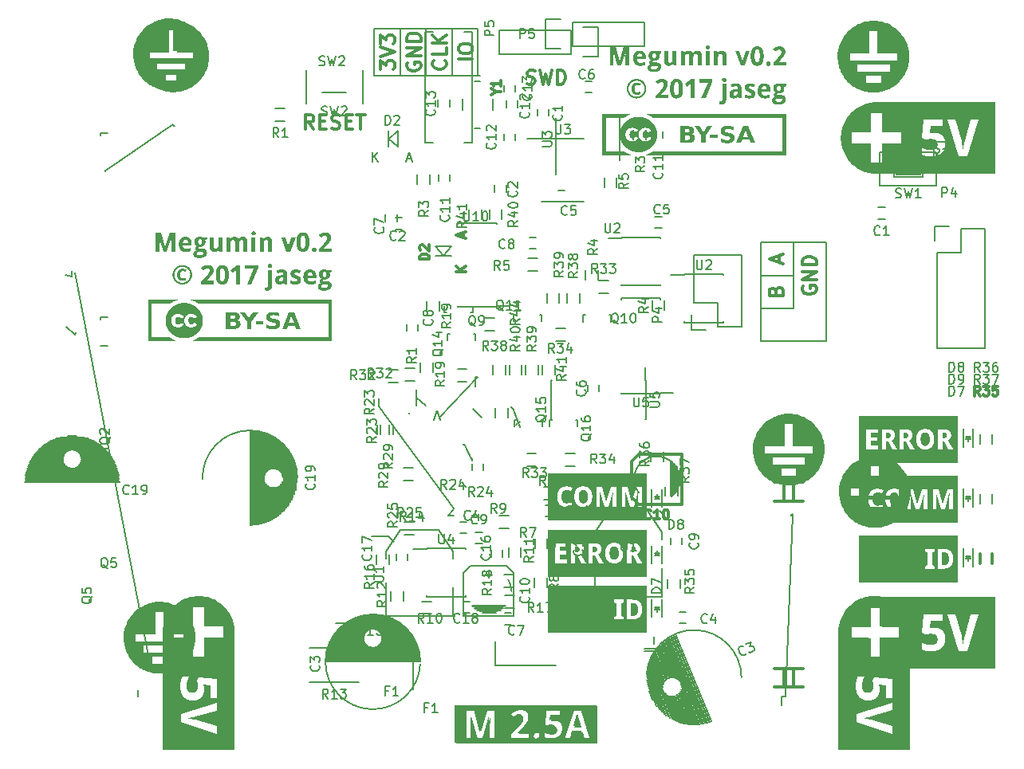
<source format=gbr>
From 16328e97230f0b991659d14151bc995274250b1c Mon Sep 17 00:00:00 2001
From: jaseg <git@jaseg.net>
Date: Thu, 20 Jul 2017 16:05:07 +0200
Subject: Second board revision

---
 hw/chibi/chibi_2024/gerbers/chibi_2024-F.SilkS.gbr | 43246 +++++++++----------
 1 file changed, 21394 insertions(+), 21852 deletions(-)

(limited to 'hw/chibi/chibi_2024/gerbers/chibi_2024-F.SilkS.gbr')

diff --git a/hw/chibi/chibi_2024/gerbers/chibi_2024-F.SilkS.gbr b/hw/chibi/chibi_2024/gerbers/chibi_2024-F.SilkS.gbr
index e3b98f6..cd66557 100644
--- a/hw/chibi/chibi_2024/gerbers/chibi_2024-F.SilkS.gbr
+++ b/hw/chibi/chibi_2024/gerbers/chibi_2024-F.SilkS.gbr
@@ -1,1400 +1,1935 @@
 G04 #@! TF.FileFunction,Legend,Top*
 %FSLAX46Y46*%
 G04 Gerber Fmt 4.6, Leading zero omitted, Abs format (unit mm)*
-G04 Created by KiCad (PCBNEW 4.0.4-1.fc24-product) date Wed May 17 21:12:50 2017*
+G04 Created by KiCad (PCBNEW 4.0.4-1.fc24-product) date Thu Jul 20 15:57:28 2017*
 %MOMM*%
 %LPD*%
 G01*
 G04 APERTURE LIST*
 %ADD10C,0.100000*%
 %ADD11C,0.200000*%
-%ADD12C,0.150000*%
+%ADD12C,0.300000*%
+%ADD13C,0.150000*%
+%ADD14C,0.203200*%
 G04 APERTURE END LIST*
 D10*
 D11*
+X92750000Y-94000000D02*
+X92250000Y-93500000D01*
+X113250000Y-96500000D02*
+X114000000Y-97250000D01*
+D12*
+X76571429Y-55928571D02*
+X76071429Y-55214286D01*
+X75714286Y-55928571D02*
+X75714286Y-54428571D01*
+X76285714Y-54428571D01*
+X76428572Y-54500000D01*
+X76500000Y-54571429D01*
+X76571429Y-54714286D01*
+X76571429Y-54928571D01*
+X76500000Y-55071429D01*
+X76428572Y-55142857D01*
+X76285714Y-55214286D01*
+X75714286Y-55214286D01*
+X77214286Y-55142857D02*
+X77714286Y-55142857D01*
+X77928572Y-55928571D02*
+X77214286Y-55928571D01*
+X77214286Y-54428571D01*
+X77928572Y-54428571D01*
+X78500000Y-55857143D02*
+X78714286Y-55928571D01*
+X79071429Y-55928571D01*
+X79214286Y-55857143D01*
+X79285715Y-55785714D01*
+X79357143Y-55642857D01*
+X79357143Y-55500000D01*
+X79285715Y-55357143D01*
+X79214286Y-55285714D01*
+X79071429Y-55214286D01*
+X78785715Y-55142857D01*
+X78642857Y-55071429D01*
+X78571429Y-55000000D01*
+X78500000Y-54857143D01*
+X78500000Y-54714286D01*
+X78571429Y-54571429D01*
+X78642857Y-54500000D01*
+X78785715Y-54428571D01*
+X79142857Y-54428571D01*
+X79357143Y-54500000D01*
+X80000000Y-55142857D02*
+X80500000Y-55142857D01*
+X80714286Y-55928571D02*
+X80000000Y-55928571D01*
+X80000000Y-54428571D01*
+X80714286Y-54428571D01*
+X81142857Y-54428571D02*
+X82000000Y-54428571D01*
+X81571429Y-55928571D02*
+X81571429Y-54428571D01*
+D11*
+X94000000Y-45250000D02*
+X83000000Y-45250000D01*
+X94000000Y-50250000D02*
+X94000000Y-45250000D01*
+X93750000Y-50250000D02*
+X94000000Y-50250000D01*
+X83000000Y-50250000D02*
+X93750000Y-50250000D01*
+X91250000Y-45250000D02*
+X91250000Y-50250000D01*
+X88500000Y-50250000D02*
+X88500000Y-45250000D01*
+X85750000Y-45250000D02*
+X85750000Y-50250000D01*
+X94000000Y-50250000D02*
+X94250000Y-50250000D01*
+X83000000Y-45250000D02*
+X83000000Y-50250000D01*
+D12*
+X99214286Y-51107143D02*
+X99428572Y-51178571D01*
+X99785715Y-51178571D01*
+X99928572Y-51107143D01*
+X100000001Y-51035714D01*
+X100071429Y-50892857D01*
+X100071429Y-50750000D01*
+X100000001Y-50607143D01*
+X99928572Y-50535714D01*
+X99785715Y-50464286D01*
+X99500001Y-50392857D01*
+X99357143Y-50321429D01*
+X99285715Y-50250000D01*
+X99214286Y-50107143D01*
+X99214286Y-49964286D01*
+X99285715Y-49821429D01*
+X99357143Y-49750000D01*
+X99500001Y-49678571D01*
+X99857143Y-49678571D01*
+X100071429Y-49750000D01*
+X100571429Y-49678571D02*
+X100928572Y-51178571D01*
+X101214286Y-50107143D01*
+X101500000Y-51178571D01*
+X101857143Y-49678571D01*
+X102428572Y-51178571D02*
+X102428572Y-49678571D01*
+X102785715Y-49678571D01*
+X103000000Y-49750000D01*
+X103142858Y-49892857D01*
+X103214286Y-50035714D01*
+X103285715Y-50321429D01*
+X103285715Y-50535714D01*
+X103214286Y-50821429D01*
+X103142858Y-50964286D01*
+X103000000Y-51107143D01*
+X102785715Y-51178571D01*
+X102428572Y-51178571D01*
+X93428571Y-48535714D02*
+X91928571Y-48535714D01*
+X91928571Y-47535714D02*
+X91928571Y-47250000D01*
+X92000000Y-47107142D01*
+X92142857Y-46964285D01*
+X92428571Y-46892857D01*
+X92928571Y-46892857D01*
+X93214286Y-46964285D01*
+X93357143Y-47107142D01*
+X93428571Y-47250000D01*
+X93428571Y-47535714D01*
+X93357143Y-47678571D01*
+X93214286Y-47821428D01*
+X92928571Y-47892857D01*
+X92428571Y-47892857D01*
+X92142857Y-47821428D01*
+X92000000Y-47678571D01*
+X91928571Y-47535714D01*
+X90535714Y-48642857D02*
+X90607143Y-48714286D01*
+X90678571Y-48928572D01*
+X90678571Y-49071429D01*
+X90607143Y-49285714D01*
+X90464286Y-49428572D01*
+X90321429Y-49500000D01*
+X90035714Y-49571429D01*
+X89821429Y-49571429D01*
+X89535714Y-49500000D01*
+X89392857Y-49428572D01*
+X89250000Y-49285714D01*
+X89178571Y-49071429D01*
+X89178571Y-48928572D01*
+X89250000Y-48714286D01*
+X89321429Y-48642857D01*
+X90678571Y-47285714D02*
+X90678571Y-48000000D01*
+X89178571Y-48000000D01*
+X90678571Y-46785714D02*
+X89178571Y-46785714D01*
+X90678571Y-45928571D02*
+X89821429Y-46571428D01*
+X89178571Y-45928571D02*
+X90035714Y-46785714D01*
+X86500000Y-48892857D02*
+X86428571Y-49035714D01*
+X86428571Y-49250000D01*
+X86500000Y-49464285D01*
+X86642857Y-49607143D01*
+X86785714Y-49678571D01*
+X87071429Y-49750000D01*
+X87285714Y-49750000D01*
+X87571429Y-49678571D01*
+X87714286Y-49607143D01*
+X87857143Y-49464285D01*
+X87928571Y-49250000D01*
+X87928571Y-49107143D01*
+X87857143Y-48892857D01*
+X87785714Y-48821428D01*
+X87285714Y-48821428D01*
+X87285714Y-49107143D01*
+X87928571Y-48178571D02*
+X86428571Y-48178571D01*
+X87928571Y-47321428D01*
+X86428571Y-47321428D01*
+X87928571Y-46607142D02*
+X86428571Y-46607142D01*
+X86428571Y-46249999D01*
+X86500000Y-46035714D01*
+X86642857Y-45892856D01*
+X86785714Y-45821428D01*
+X87071429Y-45749999D01*
+X87285714Y-45749999D01*
+X87571429Y-45821428D01*
+X87714286Y-45892856D01*
+X87857143Y-46035714D01*
+X87928571Y-46249999D01*
+X87928571Y-46607142D01*
+X83678571Y-49607142D02*
+X83678571Y-48678571D01*
+X84250000Y-49178571D01*
+X84250000Y-48964285D01*
+X84321429Y-48821428D01*
+X84392857Y-48749999D01*
+X84535714Y-48678571D01*
+X84892857Y-48678571D01*
+X85035714Y-48749999D01*
+X85107143Y-48821428D01*
+X85178571Y-48964285D01*
+X85178571Y-49392857D01*
+X85107143Y-49535714D01*
+X85035714Y-49607142D01*
+X83678571Y-48250000D02*
+X85178571Y-47750000D01*
+X83678571Y-47250000D01*
+X83678571Y-46892857D02*
+X83678571Y-45964286D01*
+X84250000Y-46464286D01*
+X84250000Y-46250000D01*
+X84321429Y-46107143D01*
+X84392857Y-46035714D01*
+X84535714Y-45964286D01*
+X84892857Y-45964286D01*
+X85035714Y-46035714D01*
+X85107143Y-46107143D01*
+X85178571Y-46250000D01*
+X85178571Y-46678572D01*
+X85107143Y-46821429D01*
+X85035714Y-46892857D01*
+D11*
+X127500000Y-75000000D02*
+X127500000Y-68000000D01*
+X124000000Y-75000000D02*
+X127500000Y-75000000D01*
+X124000000Y-71500000D02*
+X127500000Y-71500000D01*
+X124000000Y-78500000D02*
+X131000000Y-78500000D01*
+X131000000Y-68000000D02*
+X131000000Y-78500000D01*
+X124000000Y-68000000D02*
+X131000000Y-68000000D01*
+X124000000Y-78500000D02*
+X124000000Y-68000000D01*
+D12*
+X128500000Y-72642857D02*
+X128428571Y-72785714D01*
+X128428571Y-73000000D01*
+X128500000Y-73214285D01*
+X128642857Y-73357143D01*
+X128785714Y-73428571D01*
+X129071429Y-73500000D01*
+X129285714Y-73500000D01*
+X129571429Y-73428571D01*
+X129714286Y-73357143D01*
+X129857143Y-73214285D01*
+X129928571Y-73000000D01*
+X129928571Y-72857143D01*
+X129857143Y-72642857D01*
+X129785714Y-72571428D01*
+X129285714Y-72571428D01*
+X129285714Y-72857143D01*
+X129928571Y-71928571D02*
+X128428571Y-71928571D01*
+X129928571Y-71071428D01*
+X128428571Y-71071428D01*
+X129928571Y-70357142D02*
+X128428571Y-70357142D01*
+X128428571Y-69999999D01*
+X128500000Y-69785714D01*
+X128642857Y-69642856D01*
+X128785714Y-69571428D01*
+X129071429Y-69499999D01*
+X129285714Y-69499999D01*
+X129571429Y-69571428D01*
+X129714286Y-69642856D01*
+X129857143Y-69785714D01*
+X129928571Y-69999999D01*
+X129928571Y-70357142D01*
+X125642857Y-73142857D02*
+X125714286Y-72928571D01*
+X125785714Y-72857143D01*
+X125928571Y-72785714D01*
+X126142857Y-72785714D01*
+X126285714Y-72857143D01*
+X126357143Y-72928571D01*
+X126428571Y-73071429D01*
+X126428571Y-73642857D01*
+X124928571Y-73642857D01*
+X124928571Y-73142857D01*
+X125000000Y-73000000D01*
+X125071429Y-72928571D01*
+X125214286Y-72857143D01*
+X125357143Y-72857143D01*
+X125500000Y-72928571D01*
+X125571429Y-73000000D01*
+X125642857Y-73142857D01*
+X125642857Y-73642857D01*
+X126000000Y-70107143D02*
+X126000000Y-69392857D01*
+X126428571Y-70250000D02*
+X124928571Y-69750000D01*
+X126428571Y-69250000D01*
+D11*
 X84500000Y-99250000D02*
 X82750000Y-99250000D01*
 X84455000Y-99187000D02*
 X85090000Y-99822000D01*
 D10*
 G36*
-X61657725Y-44400968D02*
-X61222816Y-45461507D01*
-X62093184Y-45461507D01*
-X62093184Y-47862600D01*
-X64175676Y-47862600D01*
-X64175676Y-48608946D01*
-X62093184Y-48608946D01*
-X61222816Y-48608946D01*
-X59140324Y-48608946D01*
-X59140324Y-47862600D01*
-X61222816Y-47862600D01*
-X61222816Y-45461507D01*
-X61657725Y-44400968D01*
-X61461526Y-44405942D01*
-X61267903Y-44420676D01*
-X61077096Y-44444933D01*
-X60889343Y-44478471D01*
-X60704885Y-44521053D01*
-X60523960Y-44572438D01*
-X60346809Y-44632386D01*
-X60173671Y-44700659D01*
-X60004785Y-44777016D01*
-X59840391Y-44861219D01*
-X59680728Y-44953027D01*
-X59526037Y-45052202D01*
-X59376556Y-45158503D01*
-X59232525Y-45271691D01*
-X59094183Y-45391527D01*
-X58961771Y-45517771D01*
-X58835527Y-45650183D01*
-X58715691Y-45788525D01*
-X58602503Y-45932556D01*
-X58496202Y-46082037D01*
-X58397027Y-46236728D01*
-X58305219Y-46396391D01*
-X58221016Y-46560785D01*
-X58144659Y-46729671D01*
-X58076386Y-46902809D01*
-X58016438Y-47079960D01*
-X57965053Y-47260885D01*
-X57922471Y-47445343D01*
-X57888933Y-47633096D01*
-X57864676Y-47823903D01*
-X57849942Y-48017526D01*
-X57844968Y-48213725D01*
-X57848917Y-48359318D01*
-X57858418Y-48504601D01*
-X57873459Y-48649416D01*
-X57894027Y-48793603D01*
-X65423627Y-48793603D01*
-X65443779Y-48649392D01*
-X65458406Y-48504569D01*
-X65467494Y-48359294D01*
-X65471032Y-48213725D01*
-X65466333Y-48024647D01*
-X65452349Y-47836854D01*
-X65429207Y-47650657D01*
-X65397039Y-47466368D01*
-X65355973Y-47284302D01*
-X65306139Y-47104769D01*
-X65247666Y-46928084D01*
-X65180684Y-46754557D01*
-X65105323Y-46584502D01*
-X65021711Y-46418231D01*
-X64929978Y-46256057D01*
-X64830254Y-46098292D01*
-X64722668Y-45945249D01*
-X64607350Y-45797240D01*
-X64484429Y-45654579D01*
-X64354034Y-45517576D01*
-X64217013Y-45387202D01*
-X64074334Y-45264301D01*
-X63926308Y-45149004D01*
-X63773250Y-45041441D01*
-X63615470Y-44941739D01*
-X63453283Y-44850030D01*
-X63287000Y-44766442D01*
-X63116934Y-44691105D01*
-X62943398Y-44624148D01*
-X62766703Y-44565701D01*
-X62587164Y-44515892D01*
-X62405091Y-44474853D01*
-X62220799Y-44442711D01*
-X62034598Y-44419597D01*
-X61846803Y-44405639D01*
-X61657725Y-44400968D01*
-X61657725Y-44400968D01*
-G37*
-G36*
-X58259482Y-49933516D02*
-X60864526Y-50220148D01*
-X62451475Y-50220148D01*
-X62451475Y-50966494D01*
-X60864526Y-50966494D01*
-X60864526Y-50220148D01*
-X58259482Y-49933516D01*
-X58322155Y-50052338D01*
-X58388630Y-50168326D01*
-X58458807Y-50281421D01*
-X58532587Y-50391560D01*
-X58609870Y-50498683D01*
-X58690557Y-50602728D01*
-X58774550Y-50703634D01*
-X58861748Y-50801340D01*
-X58952051Y-50895784D01*
-X59045362Y-50986906D01*
-X59141579Y-51074643D01*
-X59240605Y-51158936D01*
-X59342339Y-51239722D01*
-X59446682Y-51316941D01*
-X59553535Y-51390531D01*
-X59662799Y-51460431D01*
-X59774373Y-51526580D01*
-X59888159Y-51588916D01*
-X60004057Y-51647379D01*
-X60121968Y-51701907D01*
-X60241792Y-51752438D01*
-X60363430Y-51798913D01*
-X60486783Y-51841268D01*
-X60611752Y-51879444D01*
-X60738236Y-51913379D01*
-X60866137Y-51943012D01*
-X60995355Y-51968281D01*
-X61125791Y-51989125D01*
-X61257345Y-52005484D01*
-X61389918Y-52017295D01*
-X61523411Y-52024498D01*
-X61657725Y-52027032D01*
-X61792207Y-52024667D01*
-X61925872Y-52017621D01*
-X62058620Y-52005954D01*
-X62190351Y-51989727D01*
-X62320966Y-51969003D01*
-X62450364Y-51943842D01*
-X62578446Y-51914307D01*
-X62705113Y-51880457D01*
-X62830263Y-51842355D01*
-X62953798Y-51800062D01*
-X63075618Y-51753639D01*
-X63195623Y-51703148D01*
-X63313714Y-51648650D01*
-X63429790Y-51590207D01*
-X63543751Y-51527880D01*
-X63655498Y-51461730D01*
-X63764932Y-51391818D01*
-X63871952Y-51318206D01*
-X63976458Y-51240956D01*
-X64078352Y-51160129D01*
-X64177532Y-51075786D01*
-X64273900Y-50987988D01*
-X64367355Y-50896797D01*
-X64457798Y-50802274D01*
-X64545129Y-50704481D01*
-X64629248Y-50603479D01*
-X64710056Y-50499330D01*
-X64787452Y-50392094D01*
-X64861337Y-50281833D01*
-X64931611Y-50168609D01*
-X64998174Y-50052483D01*
-X65060927Y-49933516D01*
-X58259482Y-49933516D01*
-X58259482Y-49933516D01*
-G37*
-G36*
-X57894027Y-48793603D02*
-X59944547Y-49041650D01*
-X63371453Y-49041650D01*
-X63371453Y-49787995D01*
-X59944547Y-49787995D01*
-X59944547Y-49041650D01*
-X57894027Y-48793603D01*
-X57919829Y-48941822D01*
-X57951417Y-49088738D01*
-X57988740Y-49234183D01*
-X58031742Y-49377991D01*
-X58080371Y-49519994D01*
-X58134573Y-49660028D01*
-X58194294Y-49797924D01*
-X58259482Y-49933516D01*
-X65060927Y-49933516D01*
-X65125759Y-49797871D01*
-X65185126Y-49659937D01*
-X65238977Y-49519882D01*
-X65287258Y-49377872D01*
-X65329916Y-49234072D01*
-X65366899Y-49088650D01*
-X65398154Y-48941771D01*
-X65423627Y-48793603D01*
-X57894027Y-48793603D01*
-X57894027Y-48793603D01*
+X104095351Y-117596102D02*
+X103038121Y-117125915D01*
+X103038121Y-121126085D01*
+X106553772Y-121126085D01*
+X106553772Y-117125915D01*
+X103038121Y-117125915D01*
+X104095351Y-117596102D01*
+X104879180Y-117596102D01*
+X105864752Y-120630542D01*
+X105218177Y-120630542D01*
+X105011471Y-119911206D01*
+X103969675Y-119911206D01*
+X103760764Y-120630542D01*
+X103113637Y-120630542D01*
+X104095351Y-117596102D01*
+X104095351Y-117596102D01*
 G37*
 G36*
-X68181032Y-116668827D02*
-X66323987Y-116890415D01*
-X66323987Y-117716135D01*
-X64001166Y-118370979D01*
-X63992505Y-118373441D01*
-X63982840Y-118376029D01*
-X63972170Y-118378742D01*
-X63960496Y-118381583D01*
-X63947818Y-118384554D01*
-X63934137Y-118387654D01*
-X63919452Y-118390886D01*
-X63903765Y-118394251D01*
-X63887074Y-118397750D01*
-X63869380Y-118401384D01*
-X63850684Y-118405154D01*
-X63838192Y-118407954D01*
-X63825557Y-118410761D01*
-X63812780Y-118413576D01*
-X63799860Y-118416396D01*
-X63786796Y-118419221D01*
-X63773588Y-118422051D01*
-X63760235Y-118424882D01*
-X63746737Y-118427716D01*
-X63733093Y-118430549D01*
-X63719302Y-118433383D01*
-X63705365Y-118436215D01*
-X63691280Y-118439044D01*
-X63677046Y-118441869D01*
-X63662665Y-118444689D01*
-X63648134Y-118447504D01*
-X63633453Y-118450311D01*
-X63618623Y-118453110D01*
-X63605284Y-118455881D01*
-X63591944Y-118458638D01*
-X63578601Y-118461380D01*
-X63565257Y-118464108D01*
-X63551911Y-118466821D01*
-X63538564Y-118469520D01*
-X63525216Y-118472204D01*
-X63511867Y-118474873D01*
-X63498518Y-118477528D01*
-X63485169Y-118480168D01*
-X63471819Y-118482794D01*
-X63458471Y-118485405D01*
-X63445123Y-118488002D01*
-X63431775Y-118490583D01*
-X63418430Y-118493150D01*
-X63405085Y-118495702D01*
-X63391743Y-118498240D01*
-X63378402Y-118500763D01*
-X63365064Y-118503271D01*
-X63349380Y-118506199D01*
-X63334004Y-118509044D01*
-X63318937Y-118511807D01*
-X63304178Y-118514486D01*
-X63289727Y-118517082D01*
-X63275586Y-118519596D01*
-X63261753Y-118522028D01*
-X63248229Y-118524376D01*
-X63235015Y-118526642D01*
-X63222110Y-118528826D01*
-X63209515Y-118530928D01*
-X63197230Y-118532947D01*
-X63185255Y-118534884D01*
-X63173590Y-118536739D01*
-X63162236Y-118538511D01*
-X63151192Y-118540202D01*
-X63162236Y-118541893D01*
-X63173590Y-118543666D01*
-X63185255Y-118545521D01*
-X63197230Y-118547458D01*
-X63209515Y-118549477D01*
-X63222110Y-118551579D01*
-X63235015Y-118553762D01*
-X63248229Y-118556029D01*
-X63261753Y-118558377D01*
-X63275586Y-118560808D01*
-X63289727Y-118563322D01*
-X63304178Y-118565919D01*
-X63318937Y-118568598D01*
-X63334004Y-118571360D01*
-X63349380Y-118574206D01*
-X63365064Y-118577134D01*
-X63378394Y-118579642D01*
-X63391710Y-118582165D01*
-X63405012Y-118584702D01*
-X63418299Y-118587255D01*
-X63431573Y-118589822D01*
-X63444832Y-118592403D01*
-X63458077Y-118594999D01*
-X63471307Y-118597610D01*
-X63484523Y-118600236D01*
-X63497724Y-118602876D01*
-X63510910Y-118605531D01*
-X63524082Y-118608201D01*
-X63537239Y-118610885D01*
-X63550381Y-118613583D01*
-X63563509Y-118616296D01*
-X63576621Y-118619024D01*
-X63589718Y-118621766D01*
-X63602800Y-118624523D01*
-X63615867Y-118627294D01*
-X63630698Y-118630391D01*
-X63645378Y-118633469D01*
-X63659909Y-118636529D01*
-X63674290Y-118639571D01*
-X63688523Y-118642594D01*
-X63702608Y-118645600D01*
-X63716546Y-118648587D01*
-X63730336Y-118651556D01*
-X63743980Y-118654507D01*
-X63757479Y-118657440D01*
-X63770832Y-118660354D01*
-X63784040Y-118663250D01*
-X63797104Y-118666128D01*
-X63810024Y-118668987D01*
-X63822801Y-118671828D01*
-X63835436Y-118674651D01*
-X63847928Y-118677455D01*
-X63865125Y-118681753D01*
-X63881520Y-118685853D01*
-X63897113Y-118689756D01*
-X63911902Y-118693467D01*
-X63925886Y-118696988D01*
-X63939065Y-118700322D01*
-X63951437Y-118703473D01*
-X63963002Y-118706444D01*
-X63973758Y-118709239D01*
-X63983705Y-118711859D01*
-X63992841Y-118714309D01*
-X64001166Y-118716591D01*
-X66323987Y-119360962D01*
-X66323987Y-120187234D01*
-X62464929Y-118983379D01*
-X62464929Y-118090962D01*
-X66323987Y-116890415D01*
-X68181032Y-116668827D01*
-X60554968Y-116668827D01*
-X60554968Y-121941200D01*
-X68181032Y-121941200D01*
-X68181032Y-116668827D01*
-X68181032Y-116668827D01*
+X104490573Y-118022191D02*
+X104488391Y-118033819D01*
+X104485987Y-118045963D01*
+X104483369Y-118058623D01*
+X104480548Y-118071801D01*
+X104477533Y-118085495D01*
+X104474334Y-118099706D01*
+X104470960Y-118114434D01*
+X104467422Y-118129678D01*
+X104464883Y-118142163D01*
+X104462227Y-118154814D01*
+X104459452Y-118167630D01*
+X104456556Y-118180611D01*
+X104453538Y-118193757D01*
+X104450396Y-118207069D01*
+X104447128Y-118220546D01*
+X104443733Y-118234189D01*
+X104440209Y-118247997D01*
+X104436554Y-118261970D01*
+X104433527Y-118274386D01*
+X104430461Y-118286831D01*
+X104427356Y-118299306D01*
+X104424214Y-118311811D01*
+X104421035Y-118324349D01*
+X104417822Y-118336921D01*
+X104414575Y-118349527D01*
+X104411296Y-118362169D01*
+X104407986Y-118374849D01*
+X104404645Y-118387567D01*
+X104401276Y-118400325D01*
+X104397588Y-118414298D01*
+X104393960Y-118428106D01*
+X104390389Y-118441749D01*
+X104386870Y-118455226D01*
+X104383396Y-118468538D01*
+X104379964Y-118481684D01*
+X104376569Y-118494666D01*
+X104373204Y-118507481D01*
+X104369866Y-118520132D01*
+X104366550Y-118532617D01*
+X104362887Y-118546223D01*
+X104359250Y-118559480D01*
+X104355648Y-118572386D01*
+X104352087Y-118584938D01*
+X104348573Y-118597133D01*
+X104345114Y-118608970D01*
+X104341716Y-118620447D01*
+X104338386Y-118631560D01*
+X104335131Y-118642309D01*
+X104331199Y-118657447D01*
+X104327658Y-118671176D01*
+X104324484Y-118683512D01*
+X104321656Y-118694470D01*
+X104319149Y-118704065D01*
+X104316941Y-118712313D01*
+X104124567Y-119373771D01*
+X104862644Y-119373771D01*
+X104668065Y-118712313D01*
+X104665468Y-118704400D01*
+X104662636Y-118695543D01*
+X104659567Y-118685740D01*
+X104656255Y-118674989D01*
+X104652699Y-118663289D01*
+X104648895Y-118650639D01*
+X104644840Y-118637035D01*
+X104640530Y-118622478D01*
+X104635963Y-118606965D01*
+X104631134Y-118590494D01*
+X104627566Y-118578307D01*
+X104623948Y-118565958D01*
+X104620281Y-118553446D01*
+X104616568Y-118540771D01*
+X104612809Y-118527930D01*
+X104609005Y-118514923D01*
+X104605158Y-118501749D01*
+X104601269Y-118488405D01*
+X104597339Y-118474892D01*
+X104593369Y-118461208D01*
+X104589360Y-118447351D01*
+X104585314Y-118433321D01*
+X104581232Y-118419116D01*
+X104577115Y-118404735D01*
+X104573762Y-118391816D01*
+X104570423Y-118378897D01*
+X104567097Y-118365978D01*
+X104563786Y-118353058D01*
+X104560489Y-118340139D01*
+X104557208Y-118327220D01*
+X104553941Y-118314301D01*
+X104550690Y-118301382D01*
+X104547456Y-118288463D01*
+X104544238Y-118275544D01*
+X104541037Y-118262625D01*
+X104537853Y-118249706D01*
+X104534688Y-118236786D01*
+X104531540Y-118223867D01*
+X104528411Y-118210948D01*
+X104525301Y-118198029D01*
+X104521577Y-118182310D01*
+X104518038Y-118166953D01*
+X104514679Y-118151960D01*
+X104511500Y-118137332D01*
+X104508498Y-118123068D01*
+X104505670Y-118109170D01*
+X104503014Y-118095639D01*
+X104500529Y-118082475D01*
+X104498211Y-118069679D01*
+X104496059Y-118057252D01*
+X104494071Y-118045195D01*
+X104492243Y-118033508D01*
+X104490574Y-118022191D01*
+X104490573Y-118022191D01*
+X104490573Y-118022191D01*
 G37*
 G36*
-X68181032Y-109379556D02*
-X66992060Y-108778731D01*
-X66992060Y-109985892D01*
-X64958076Y-109985892D01*
-X64958076Y-112003340D01*
-X63750914Y-112003340D01*
-X63750914Y-109985892D01*
-X61744491Y-109985892D01*
-X61744491Y-108778731D01*
-X63750914Y-108778731D01*
-X63750914Y-106755771D01*
-X64958076Y-106755771D01*
-X64958076Y-108778731D01*
-X66992060Y-108778731D01*
-X68181032Y-109379556D01*
-X68176058Y-109183357D01*
-X68161324Y-108989734D01*
-X68137067Y-108798927D01*
-X68103529Y-108611174D01*
-X68060947Y-108426716D01*
-X68009562Y-108245791D01*
-X67949614Y-108068640D01*
-X67881341Y-107895502D01*
-X67804984Y-107726616D01*
-X67720781Y-107562222D01*
-X67628973Y-107402560D01*
-X67529798Y-107247868D01*
-X67423497Y-107098387D01*
-X67310309Y-106954356D01*
-X67190473Y-106816014D01*
-X67064229Y-106683602D01*
-X66931817Y-106557358D01*
-X66793475Y-106437522D01*
-X66649444Y-106324334D01*
-X66499963Y-106218033D01*
-X66345272Y-106118858D01*
-X66185609Y-106027050D01*
-X66021215Y-105942848D01*
-X65852329Y-105866490D01*
-X65679191Y-105798217D01*
-X65502040Y-105738269D01*
-X65321115Y-105686884D01*
-X65136657Y-105644302D01*
-X64948904Y-105610764D01*
-X64758097Y-105586507D01*
-X64564474Y-105571773D01*
-X64368275Y-105566800D01*
-X64179197Y-105571471D01*
-X63991402Y-105585428D01*
-X63805201Y-105608542D01*
-X63620909Y-105640684D01*
-X63438836Y-105681724D01*
-X63259297Y-105731532D01*
-X63082602Y-105789979D01*
-X62909066Y-105856936D01*
-X62739000Y-105932273D01*
-X62572717Y-106015861D01*
-X62410530Y-106107570D01*
-X62252750Y-106207272D01*
-X62099692Y-106314835D01*
-X61951666Y-106430132D01*
-X61808987Y-106553033D01*
-X61671966Y-106683407D01*
-X61541571Y-106820410D01*
-X61418650Y-106963071D01*
-X61303332Y-107111080D01*
-X61195746Y-107264123D01*
-X61096022Y-107421888D01*
-X61004289Y-107584062D01*
-X60920677Y-107750333D01*
-X60845316Y-107920388D01*
-X60778334Y-108093915D01*
-X60719861Y-108270601D01*
-X60670027Y-108450133D01*
-X60628961Y-108632200D01*
-X60596793Y-108816488D01*
-X60573651Y-109002685D01*
-X60559667Y-109190478D01*
-X60554968Y-109379556D01*
-X60554968Y-113073800D01*
-X68181032Y-113073800D01*
-X68181032Y-109379556D01*
-X68181032Y-109379556D01*
+X91566228Y-117125915D02*
+X92654327Y-117608780D01*
+X93526901Y-117608780D01*
+X94180091Y-119919474D01*
+X94192218Y-119919474D01*
+X94886749Y-117608780D01*
+X95759323Y-117608780D01*
+X95759323Y-120630542D01*
+X95161805Y-120630542D01*
+X95161805Y-119200138D01*
+X95161805Y-119078320D01*
+X95162176Y-119065856D01*
+X95162535Y-119053266D01*
+X95162885Y-119040548D01*
+X95163229Y-119027700D01*
+X95163569Y-119014719D01*
+X95163907Y-119001602D01*
+X95164246Y-118988348D01*
+X95164589Y-118974953D01*
+X95164938Y-118961415D01*
+X95165295Y-118947732D01*
+X95165664Y-118933901D01*
+X95166015Y-118921132D01*
+X95166375Y-118908320D01*
+X95166742Y-118895467D01*
+X95167115Y-118882577D01*
+X95167492Y-118869653D01*
+X95167870Y-118856697D01*
+X95168248Y-118843712D01*
+X95168624Y-118830702D01*
+X95168997Y-118817668D01*
+X95169364Y-118804615D01*
+X95169723Y-118791544D01*
+X95170074Y-118778459D01*
+X95170807Y-118764218D01*
+X95171500Y-118750056D01*
+X95172154Y-118735972D01*
+X95172769Y-118721962D01*
+X95173349Y-118708025D01*
+X95173893Y-118694156D01*
+X95174403Y-118680355D01*
+X95174882Y-118666619D01*
+X95175329Y-118652944D01*
+X95175747Y-118639330D01*
+X95176137Y-118625772D01*
+X95176770Y-118612395D01*
+X95177395Y-118598976D01*
+X95178013Y-118585515D01*
+X95178623Y-118572013D01*
+X95179227Y-118558469D01*
+X95179824Y-118544882D01*
+X95180415Y-118531253D01*
+X95180998Y-118517582D01*
+X95181575Y-118503869D01*
+X95182146Y-118490113D01*
+X95182710Y-118476315D01*
+X95183268Y-118462474D01*
+X95183819Y-118448591D01*
+X95184365Y-118434665D01*
+X95184904Y-118420695D01*
+X95185438Y-118406683D01*
+X95185966Y-118392628D01*
+X95186488Y-118378529D01*
+X95187004Y-118364387D01*
+X95187515Y-118350202D01*
+X95188020Y-118335973D01*
+X95188520Y-118321701D01*
+X95189015Y-118307385D01*
+X95189505Y-118293026D01*
+X95189989Y-118278622D01*
+X95190469Y-118264175D01*
+X95173932Y-118264175D01*
+X94459006Y-120630542D01*
+X93869757Y-120630542D01*
+X93206094Y-118259765D01*
+X93187904Y-118259765D01*
+X93188816Y-118273836D01*
+X93189714Y-118287875D01*
+X93190599Y-118301881D01*
+X93191471Y-118315856D01*
+X93192330Y-118329798D01*
+X93193177Y-118343707D01*
+X93194011Y-118357584D01*
+X93194832Y-118371428D01*
+X93195641Y-118385238D01*
+X93196438Y-118399015D01*
+X93197223Y-118412759D01*
+X93197996Y-118426470D01*
+X93198758Y-118440146D01*
+X93199508Y-118453789D01*
+X93200247Y-118467397D01*
+X93200975Y-118480971D01*
+X93201692Y-118494511D01*
+X93202398Y-118508016D01*
+X93203094Y-118521487D01*
+X93203779Y-118534922D01*
+X93204454Y-118548322D01*
+X93205119Y-118561687D01*
+X93205774Y-118575017D01*
+X93206420Y-118588311D01*
+X93207055Y-118601569D01*
+X93207682Y-118614791D01*
+X93208299Y-118627977D01*
+X93208971Y-118640753D01*
+X93209609Y-118653586D01*
+X93210215Y-118666476D01*
+X93210790Y-118679424D01*
+X93211333Y-118692429D01*
+X93211847Y-118705492D01*
+X93212333Y-118718612D01*
+X93212790Y-118731789D01*
+X93213221Y-118745024D01*
+X93213626Y-118758316D01*
+X93214006Y-118771666D01*
+X93214362Y-118785073D01*
+X93215045Y-118798487D01*
+X93215714Y-118811857D01*
+X93216365Y-118825187D01*
+X93216996Y-118838480D01*
+X93217604Y-118851738D01*
+X93218187Y-118864965D01*
+X93218740Y-118878163D01*
+X93219262Y-118891335D01*
+X93219749Y-118904485D01*
+X93220200Y-118917614D01*
+X93220610Y-118930726D01*
+X93220977Y-118943823D01*
+X93221688Y-118958057D01*
+X93222320Y-118972193D01*
+X93222874Y-118986232D01*
+X93223354Y-119000171D01*
+X93223762Y-119014009D01*
+X93224100Y-119027746D01*
+X93224372Y-119041379D01*
+X93224578Y-119054908D01*
+X93224722Y-119068331D01*
+X93224807Y-119081648D01*
+X93224835Y-119094856D01*
+X93225231Y-119109177D01*
+X93225593Y-119123202D01*
+X93225919Y-119136933D01*
+X93226206Y-119150370D01*
+X93226454Y-119163517D01*
+X93226660Y-119176374D01*
+X93226824Y-119188944D01*
+X93226943Y-119201228D01*
+X93227015Y-119213227D01*
+X93227040Y-119224943D01*
+X93227040Y-120630542D01*
+X92654327Y-120630542D01*
+X92654327Y-117608780D01*
+X91566228Y-117125915D01*
+X91566228Y-121126085D01*
+X96958767Y-121126085D01*
+X96958767Y-117125915D01*
+X91566228Y-117125915D01*
+X91566228Y-117125915D01*
 G37*
 G36*
-X68181032Y-113073800D02*
-X66323987Y-114361439D01*
-X66323987Y-116399282D01*
-X65632212Y-116399282D01*
-X65632212Y-115068649D01*
-X64874842Y-115005259D01*
-X64877306Y-115016643D01*
-X64879769Y-115028270D01*
-X64882231Y-115040138D01*
-X64884693Y-115052247D01*
-X64887155Y-115064594D01*
-X64889616Y-115077179D01*
-X64892077Y-115090001D01*
-X64894539Y-115103058D01*
-X64897000Y-115116349D01*
-X64899462Y-115129873D01*
-X64901923Y-115143628D01*
-X64904385Y-115157614D01*
-X64906848Y-115171829D01*
-X64909310Y-115186271D01*
-X64911774Y-115200940D01*
-X64913494Y-115211895D01*
-X64915133Y-115223138D01*
-X64916691Y-115234670D01*
-X64918168Y-115246491D01*
-X64919563Y-115258600D01*
-X64920877Y-115270997D01*
-X64922108Y-115283683D01*
-X64923256Y-115296656D01*
-X64924322Y-115309917D01*
-X64925304Y-115323466D01*
-X64926203Y-115337302D01*
-X64927018Y-115351425D01*
-X64927748Y-115365835D01*
-X64928394Y-115380532D01*
-X64928955Y-115395516D01*
-X64929430Y-115410787D01*
-X64929820Y-115426343D01*
-X64930124Y-115442186D01*
-X64930341Y-115458315D01*
-X64930472Y-115474730D01*
-X64930515Y-115491431D01*
-X64930449Y-115505997D01*
-X64930250Y-115520503D01*
-X64929918Y-115534950D01*
-X64929453Y-115549337D01*
-X64928856Y-115563665D01*
-X64928126Y-115577934D01*
-X64927263Y-115592143D01*
-X64926267Y-115606293D01*
-X64925139Y-115620383D01*
-X64923879Y-115634414D01*
-X64922485Y-115648386D01*
-X64920960Y-115662298D01*
-X64919301Y-115676151D01*
-X64917510Y-115689945D01*
-X64915587Y-115703679D01*
-X64913531Y-115717353D01*
-X64911343Y-115730969D01*
-X64909022Y-115744524D01*
-X64906569Y-115758021D01*
-X64903983Y-115771458D01*
-X64901265Y-115784836D01*
-X64898415Y-115798155D01*
-X64895433Y-115811414D01*
-X64892318Y-115824614D01*
-X64889070Y-115837754D01*
-X64885691Y-115850835D01*
-X64882179Y-115863857D01*
-X64878535Y-115876819D01*
-X64874759Y-115889723D01*
-X64870851Y-115902566D01*
-X64866810Y-115915351D01*
-X64862638Y-115928076D01*
-X64858333Y-115940742D01*
-X64853896Y-115953349D01*
-X64849042Y-115966658D01*
-X64844050Y-115979857D01*
-X64838917Y-115992948D01*
-X64833646Y-116005930D01*
-X64828236Y-116018803D01*
-X64822687Y-116031568D01*
-X64816998Y-116044224D01*
-X64811171Y-116056771D01*
-X64805204Y-116069210D01*
-X64799098Y-116081540D01*
-X64792853Y-116093761D01*
-X64786469Y-116105874D01*
-X64779946Y-116117879D01*
-X64773284Y-116129775D01*
-X64766482Y-116141563D01*
-X64759541Y-116153242D01*
-X64752461Y-116164813D01*
-X64745242Y-116176276D01*
-X64737884Y-116187631D01*
-X64730386Y-116198878D01*
-X64722749Y-116210017D01*
-X64714973Y-116221047D01*
-X64707058Y-116231970D01*
-X64699003Y-116242784D01*
-X64690809Y-116253491D01*
-X64682476Y-116264090D01*
-X64674004Y-116274581D01*
-X64665392Y-116284964D01*
-X64656641Y-116295239D01*
-X64647750Y-116305407D01*
-X64638721Y-116315467D01*
-X64629552Y-116325419D01*
-X64620524Y-116334955D01*
-X64611359Y-116344364D01*
-X64602057Y-116353646D01*
-X64592618Y-116362802D01*
-X64583042Y-116371832D01*
-X64573328Y-116380736D01*
-X64563478Y-116389513D01*
-X64553491Y-116398163D01*
-X64543368Y-116406688D01*
-X64533108Y-116415086D01*
-X64522711Y-116423358D01*
-X64512178Y-116431504D01*
-X64501509Y-116439524D01*
-X64490704Y-116447418D01*
-X64479763Y-116455185D01*
-X64468686Y-116462827D01*
-X64457473Y-116470342D01*
-X64446124Y-116477732D01*
-X64434640Y-116484995D01*
-X64423021Y-116492132D01*
-X64411266Y-116499144D01*
-X64399375Y-116506029D01*
-X64387350Y-116512789D01*
-X64375190Y-116519423D01*
-X64362894Y-116525931D01*
-X64350464Y-116532313D01*
-X64337899Y-116538569D01*
-X64325200Y-116544699D01*
-X64312365Y-116550704D01*
-X64299397Y-116556583D01*
-X64286294Y-116562336D01*
-X64273057Y-116567964D01*
-X64259686Y-116573466D01*
-X64247796Y-116578252D01*
-X64235811Y-116582907D01*
-X64223731Y-116587432D01*
-X64211556Y-116591825D01*
-X64199286Y-116596088D01*
-X64186920Y-116600220D01*
-X64174459Y-116604222D01*
-X64161903Y-116608092D01*
-X64149251Y-116611832D01*
-X64136504Y-116615441D01*
-X64123661Y-116618918D01*
-X64110722Y-116622265D01*
-X64097687Y-116625481D01*
-X64084556Y-116628566D01*
-X64071329Y-116631520D01*
-X64058007Y-116634343D01*
-X64044588Y-116637035D01*
-X64031072Y-116639596D01*
-X64017461Y-116642025D01*
-X64003752Y-116644324D01*
-X63989948Y-116646491D01*
-X63976046Y-116648528D01*
-X63962048Y-116650433D01*
-X63947954Y-116652206D01*
-X63933762Y-116653849D01*
-X63919473Y-116655360D01*
-X63905088Y-116656740D01*
-X63890605Y-116657989D01*
-X63876025Y-116659106D01*
-X63861348Y-116660092D01*
-X63846573Y-116660947D01*
-X63831701Y-116661670D01*
-X63816731Y-116662262D01*
-X63801664Y-116662722D01*
-X63786499Y-116663051D01*
-X63771236Y-116663248D01*
-X63755875Y-116663314D01*
-X63740953Y-116663259D01*
-X63726103Y-116663093D01*
-X63711323Y-116662817D01*
-X63696616Y-116662431D01*
-X63681979Y-116661934D01*
-X63667415Y-116661327D01*
-X63652922Y-116660609D01*
-X63638500Y-116659780D01*
-X63624150Y-116658841D01*
-X63609872Y-116657792D01*
-X63595665Y-116656632D01*
-X63581530Y-116655361D01*
-X63567466Y-116653980D01*
-X63553474Y-116652489D01*
-X63539554Y-116650886D01*
-X63525706Y-116649173D01*
-X63511929Y-116647350D01*
-X63498224Y-116645415D01*
-X63484591Y-116643370D01*
-X63471030Y-116641215D01*
-X63457540Y-116638948D01*
-X63444122Y-116636571D01*
-X63430776Y-116634083D01*
-X63417502Y-116631484D01*
-X63404300Y-116628775D01*
-X63391170Y-116625955D01*
-X63378111Y-116623024D01*
-X63365125Y-116619982D01*
-X63352211Y-116616829D01*
-X63339368Y-116613565D01*
-X63326598Y-116610191D01*
-X63313899Y-116606706D01*
-X63301273Y-116603109D01*
-X63288718Y-116599402D01*
-X63276236Y-116595584D01*
-X63263826Y-116591655D01*
-X63251488Y-116587615D01*
-X63239222Y-116583464D01*
-X63227028Y-116579202D01*
-X63214906Y-116574828D01*
-X63202857Y-116570344D01*
-X63190880Y-116565749D01*
-X63177522Y-116560402D01*
-X63164272Y-116554921D01*
-X63151131Y-116549304D01*
-X63138098Y-116543552D01*
-X63125174Y-116537665D01*
-X63112358Y-116531643D01*
-X63099650Y-116525486D01*
-X63087051Y-116519194D01*
-X63074560Y-116512767D01*
-X63062177Y-116506205D01*
-X63049902Y-116499508D01*
-X63037735Y-116492676D01*
-X63025677Y-116485710D01*
-X63013726Y-116478608D01*
-X63001884Y-116471371D01*
-X62990150Y-116463999D01*
-X62978524Y-116456492D01*
-X62967006Y-116448850D01*
-X62955595Y-116441073D01*
-X62944293Y-116433162D01*
-X62933099Y-116425115D01*
-X62922012Y-116416933D01*
-X62911034Y-116408616D01*
-X62900163Y-116400165D01*
-X62889401Y-116391578D01*
-X62878746Y-116382857D01*
-X62868198Y-116374000D01*
-X62857759Y-116365009D01*
-X62847427Y-116355883D01*
-X62837203Y-116346621D01*
-X62827087Y-116337225D01*
-X62817078Y-116327694D01*
-X62807177Y-116318028D01*
-X62797384Y-116308227D01*
-X62787698Y-116298291D01*
-X62778120Y-116288220D01*
-X62768649Y-116278015D01*
-X62759902Y-116268207D01*
-X62751259Y-116258276D01*
-X62742720Y-116248222D01*
-X62734285Y-116238045D01*
-X62725954Y-116227745D01*
-X62717726Y-116217322D01*
-X62709603Y-116206776D01*
-X62701583Y-116196108D01*
-X62693668Y-116185317D01*
-X62685856Y-116174404D01*
-X62678149Y-116163369D01*
-X62670545Y-116152211D01*
-X62663046Y-116140931D01*
-X62655650Y-116129529D01*
-X62648359Y-116118005D01*
-X62641172Y-116106359D01*
-X62634088Y-116094592D01*
-X62627109Y-116082702D01*
-X62620234Y-116070691D01*
-X62613463Y-116058559D01*
-X62606796Y-116046305D01*
-X62600234Y-116033929D01*
-X62593775Y-116021433D01*
-X62587421Y-116008815D01*
-X62581171Y-115996076D01*
-X62575025Y-115983217D01*
-X62568983Y-115970236D01*
-X62563046Y-115957135D01*
-X62557212Y-115943912D01*
-X62551483Y-115930570D01*
-X62545859Y-115917106D01*
-X62540338Y-115903523D01*
-X62534922Y-115889819D01*
-X62529610Y-115875994D01*
-X62524403Y-115862050D01*
-X62519300Y-115847985D01*
-X62514301Y-115833801D01*
-X62509407Y-115819496D01*
-X62504617Y-115805072D01*
-X62500727Y-115793128D01*
-X62496920Y-115781108D01*
-X62493197Y-115769012D01*
-X62489556Y-115756840D01*
-X62485999Y-115744592D01*
-X62482525Y-115732268D01*
-X62479134Y-115719869D01*
-X62475826Y-115707393D01*
-X62472601Y-115694841D01*
-X62469460Y-115682213D01*
-X62466402Y-115669510D01*
-X62463428Y-115656730D01*
-X62460537Y-115643873D01*
-X62457729Y-115630941D01*
-X62455004Y-115617933D01*
-X62452363Y-115604848D01*
-X62449806Y-115591687D01*
-X62447332Y-115578449D01*
-X62444941Y-115565136D01*
-X62442634Y-115551746D01*
-X62440411Y-115538279D01*
-X62438271Y-115524737D01*
-X62436215Y-115511118D01*
-X62434242Y-115497422D01*
-X62432353Y-115483650D01*
-X62430548Y-115469801D01*
-X62428826Y-115455876D01*
-X62427188Y-115441874D01*
-X62425634Y-115427796D01*
-X62424164Y-115413641D01*
-X62422778Y-115399409D01*
-X62421475Y-115385101D01*
-X62420256Y-115370716D01*
-X62419121Y-115356254D01*
-X62418070Y-115341715D01*
-X62417103Y-115327100D01*
-X62416220Y-115312407D01*
-X62415421Y-115297638D01*
-X62414706Y-115282792D01*
-X62414075Y-115267869D01*
-X62413528Y-115252869D01*
-X62413065Y-115237793D01*
-X62412686Y-115222639D01*
-X62412392Y-115207408D01*
-X62412181Y-115192100D01*
-X62412055Y-115176715D01*
-X62412013Y-115161253D01*
-X62412043Y-115147432D01*
-X62412133Y-115133623D01*
-X62412284Y-115119826D01*
-X62412495Y-115106041D01*
-X62412765Y-115092267D01*
-X62413096Y-115078506D01*
-X62413488Y-115064756D01*
-X62413939Y-115051018D01*
-X62414450Y-115037292D01*
-X62415020Y-115023578D01*
-X62415651Y-115009876D01*
-X62416342Y-114996186D01*
-X62417092Y-114982508D01*
-X62417902Y-114968842D01*
-X62418772Y-114955188D01*
-X62419701Y-114941546D01*
-X62420691Y-114927916D01*
-X62421739Y-114914299D01*
-X62422847Y-114900693D01*
-X62424015Y-114887099D01*
-X62425242Y-114873518D01*
-X62426595Y-114859291D01*
-X62428016Y-114845116D01*
-X62429504Y-114830995D01*
-X62431059Y-114816926D01*
-X62432681Y-114802911D01*
-X62434369Y-114788948D01*
-X62436124Y-114775038D01*
-X62437945Y-114761181D01*
-X62439833Y-114747377D01*
-X62441786Y-114733626D01*
-X62443806Y-114719927D01*
-X62445891Y-114706282D01*
-X62448042Y-114692689D01*
-X62450259Y-114679149D01*
-X62452541Y-114665661D01*
-X62454889Y-114652226D01*
-X62457302Y-114638844D01*
-X62459779Y-114625514D01*
-X62462322Y-114612237D01*
-X62464929Y-114599013D01*
-X62467474Y-114585428D01*
-X62470107Y-114571903D01*
-X62472829Y-114558437D01*
-X62475639Y-114545030D01*
-X62478536Y-114531683D01*
-X62481522Y-114518395D01*
-X62484596Y-114505166D01*
-X62487758Y-114491995D01*
-X62491007Y-114478884D01*
-X62494344Y-114465831D01*
-X62497769Y-114452836D01*
-X62501282Y-114439900D01*
-X62504882Y-114427022D01*
-X62508570Y-114414201D01*
-X62512345Y-114401439D01*
-X62516208Y-114388735D01*
-X62520158Y-114376088D01*
-X62524195Y-114363498D01*
-X62528319Y-114350966D01*
-X62533019Y-114337376D01*
-X62537805Y-114323933D01*
-X62542677Y-114310637D01*
-X62547636Y-114297487D01*
-X62552682Y-114284485D01*
-X62557817Y-114271629D01*
-X62563041Y-114258919D01*
-X62568355Y-114246356D01*
-X62573760Y-114233939D01*
-X62579257Y-114221668D01*
-X62584846Y-114209543D01*
-X62590529Y-114197564D01*
-X62596306Y-114185731D01*
-X62602178Y-114174043D01*
-X62608146Y-114162500D01*
-X62614210Y-114151103D01*
-X62620372Y-114139851D01*
-X63325376Y-114139851D01*
-X63319184Y-114150821D01*
-X63313027Y-114161993D01*
-X63306907Y-114173367D01*
-X63300823Y-114184943D01*
-X63294775Y-114196721D01*
-X63288764Y-114208700D01*
-X63282789Y-114220880D01*
-X63276851Y-114233261D01*
-X63270950Y-114245844D01*
-X63265084Y-114258627D01*
-X63259256Y-114271611D01*
-X63253464Y-114284796D01*
-X63247709Y-114298181D01*
-X63241990Y-114311766D01*
-X63236308Y-114325552D01*
-X63230663Y-114339537D01*
-X63225055Y-114353722D01*
-X63220359Y-114366526D01*
-X63215719Y-114379374D01*
-X63211135Y-114392266D01*
-X63206608Y-114405203D01*
-X63202137Y-114418184D01*
-X63197723Y-114431209D01*
-X63193366Y-114444278D01*
-X63189067Y-114457392D01*
-X63184827Y-114470549D01*
-X63180644Y-114483750D01*
-X63176520Y-114496995D01*
-X63172455Y-114510284D01*
-X63168450Y-114523617D01*
-X63164504Y-114536993D01*
-X63160618Y-114550412D01*
-X63156792Y-114563875D01*
-X63153027Y-114577382D01*
-X63149323Y-114590932D01*
-X63145680Y-114604525D01*
-X63142542Y-114617720D01*
-X63139463Y-114630908D01*
-X63136441Y-114644090D01*
-X63133477Y-114657268D01*
-X63130569Y-114670441D01*
-X63127718Y-114683610D01*
-X63124921Y-114696776D01*
-X63122180Y-114709941D01*
-X63119492Y-114723103D01*
-X63116858Y-114736266D01*
-X63114277Y-114749428D01*
-X63111748Y-114762591D01*
-X63109270Y-114775755D01*
-X63106843Y-114788921D01*
-X63104466Y-114802091D01*
-X63102139Y-114815264D01*
-X63099861Y-114828441D01*
-X63097632Y-114841623D01*
-X63095450Y-114854811D01*
-X63093315Y-114868006D01*
-X63091316Y-114882630D01*
-X63089427Y-114897174D01*
-X63087649Y-114911636D01*
-X63085981Y-114926017D01*
-X63084425Y-114940318D01*
-X63082981Y-114954537D01*
-X63081649Y-114968675D01*
-X63080430Y-114982732D01*
-X63079324Y-114996707D01*
-X63078333Y-115010601D01*
-X63077456Y-115024413D01*
-X63076695Y-115038144D01*
-X63076049Y-115051793D01*
-X63075519Y-115065360D01*
-X63075106Y-115078845D01*
-X63074810Y-115092249D01*
-X63074633Y-115105570D01*
-X63074573Y-115118809D01*
-X63074659Y-115135963D01*
-X63074917Y-115152916D01*
-X63075347Y-115169668D01*
-X63075950Y-115186219D01*
-X63076724Y-115202569D01*
-X63077670Y-115218719D01*
-X63078789Y-115234668D01*
-X63080080Y-115250415D01*
-X63081543Y-115265962D01*
-X63083178Y-115281309D01*
-X63084986Y-115296454D01*
-X63086966Y-115311398D01*
-X63089119Y-115326141D01*
-X63091444Y-115340684D01*
-X63093942Y-115355025D01*
-X63096612Y-115369166D01*
-X63099455Y-115383106D01*
-X63102470Y-115396844D01*
-X63105658Y-115410382D01*
-X63109018Y-115423719D01*
-X63112552Y-115436854D01*
-X63116258Y-115449789D01*
-X63120136Y-115462523D01*
-X63124188Y-115475056D01*
-X63128413Y-115487387D01*
-X63132810Y-115499518D01*
-X63137380Y-115511447D01*
-X63142124Y-115523176D01*
-X63147040Y-115534703D01*
-X63152129Y-115546030D01*
-X63157392Y-115557155D01*
-X63162827Y-115568079D01*
-X63168436Y-115578802D01*
-X63174218Y-115589324D01*
-X63180173Y-115599645D01*
-X63186301Y-115609765D01*
-X63192603Y-115619684D01*
-X63199078Y-115629401D01*
-X63205726Y-115638917D01*
-X63212548Y-115648232D01*
-X63219543Y-115657346D01*
-X63227237Y-115666700D01*
-X63235157Y-115675811D01*
-X63243303Y-115684678D01*
-X63251676Y-115693301D01*
-X63260275Y-115701682D01*
-X63269100Y-115709819D01*
-X63278152Y-115717713D01*
-X63287430Y-115725363D01*
-X63296934Y-115732771D01*
-X63306663Y-115739935D01*
-X63316619Y-115746856D01*
-X63326801Y-115753533D01*
-X63337209Y-115759968D01*
-X63347843Y-115766160D01*
-X63358702Y-115772108D01*
-X63369788Y-115777813D01*
-X63381099Y-115783276D01*
-X63392636Y-115788495D01*
-X63404399Y-115793471D01*
-X63416387Y-115798205D01*
-X63428600Y-115802695D01*
-X63441040Y-115806942D01*
-X63453705Y-115810947D01*
-X63466595Y-115814709D01*
-X63479711Y-115818227D01*
-X63493052Y-115821503D01*
-X63506618Y-115824536D01*
-X63520410Y-115827327D01*
-X63534427Y-115829874D01*
-X63548669Y-115832179D01*
-X63563136Y-115834241D01*
-X63577828Y-115836061D01*
-X63592746Y-115837638D01*
-X63607888Y-115838972D01*
-X63623255Y-115840063D01*
-X63638848Y-115840912D01*
-X63654665Y-115841518D01*
-X63670707Y-115841882D01*
-X63686974Y-115842003D01*
-X63702705Y-115841863D01*
-X63718224Y-115841443D01*
-X63733530Y-115840743D01*
-X63748623Y-115839763D01*
-X63763504Y-115838502D01*
-X63778173Y-115836961D01*
-X63792629Y-115835140D01*
-X63806873Y-115833039D01*
-X63820904Y-115830656D01*
-X63834723Y-115827994D01*
-X63848330Y-115825051D01*
-X63861725Y-115821827D01*
-X63874907Y-115818322D01*
-X63887878Y-115814537D01*
-X63900637Y-115810471D01*
-X63913183Y-115806123D01*
-X63925518Y-115801495D01*
-X63937641Y-115796586D01*
-X63949552Y-115791396D01*
-X63961251Y-115785925D01*
-X63972738Y-115780173D01*
-X63984014Y-115774139D01*
-X63995078Y-115767824D01*
-X64005931Y-115761228D01*
-X64016572Y-115754350D01*
-X64027001Y-115747190D01*
-X64037220Y-115739750D01*
-X64047226Y-115732027D01*
-X64057022Y-115724023D01*
-X64066606Y-115715737D01*
-X64075979Y-115707170D01*
-X64085141Y-115698320D01*
-X64094092Y-115689189D01*
-X64102831Y-115679775D01*
-X64111360Y-115670080D01*
-X64119677Y-115660103D01*
-X64126594Y-115651647D01*
-X64133348Y-115642979D01*
-X64139940Y-115634096D01*
-X64146368Y-115625001D01*
-X64152634Y-115615692D01*
-X64158738Y-115606169D01*
-X64164678Y-115596433D01*
-X64170456Y-115586483D01*
-X64176071Y-115576319D01*
-X64181524Y-115565942D01*
-X64186814Y-115555351D01*
-X64191941Y-115544546D01*
-X64196905Y-115533527D01*
-X64201707Y-115522295D01*
-X64206346Y-115510848D01*
-X64210822Y-115499188D01*
-X64215136Y-115487314D01*
-X64219287Y-115475226D01*
-X64223275Y-115462924D01*
-X64227100Y-115450407D01*
-X64230763Y-115437677D01*
-X64234262Y-115424733D01*
-X64237600Y-115411574D01*
-X64240774Y-115398201D01*
-X64243786Y-115384614D01*
-X64246634Y-115370813D01*
-X64249320Y-115356797D01*
-X64251844Y-115342567D01*
-X64254204Y-115328123D01*
-X64256402Y-115313465D01*
-X64258437Y-115298591D01*
-X64260309Y-115283504D01*
-X64262019Y-115268202D01*
-X64263565Y-115252685D01*
-X64264949Y-115236954D01*
-X64266170Y-115221008D01*
-X64267229Y-115204848D01*
-X64268124Y-115188472D01*
-X64268857Y-115171883D01*
-X64269427Y-115155078D01*
-X64269834Y-115138058D01*
-X64270078Y-115120824D01*
-X64270159Y-115103375D01*
-X64270099Y-115090799D01*
-X64269916Y-115078030D01*
-X64269609Y-115065071D01*
-X64269175Y-115051928D01*
-X64268613Y-115038605D01*
-X64267922Y-115025104D01*
-X64267098Y-115011431D01*
-X64266140Y-114997590D01*
-X64265046Y-114983585D01*
-X64263814Y-114969419D01*
-X64262442Y-114955098D01*
-X64260962Y-114941190D01*
-X64259403Y-114927298D01*
-X64257761Y-114913419D01*
-X64256036Y-114899550D01*
-X64254226Y-114885686D01*
-X64252330Y-114871824D01*
-X64250345Y-114857960D01*
-X64248271Y-114844090D01*
-X64246106Y-114830212D01*
-X64243848Y-114816320D01*
-X64241496Y-114802411D01*
-X64239070Y-114789012D01*
-X64236594Y-114775690D01*
-X64234068Y-114762449D01*
-X64231495Y-114749290D01*
-X64228875Y-114736215D01*
-X64226212Y-114723226D01*
-X64223505Y-114710325D01*
-X64220757Y-114697515D01*
-X64217969Y-114684797D01*
-X64215144Y-114672174D01*
-X64212282Y-114659647D01*
-X64209310Y-114644633D01*
-X64206263Y-114630091D01*
-X64203143Y-114616017D01*
-X64199954Y-114602405D01*
-X64196698Y-114589252D01*
-X64193379Y-114576553D01*
-X64189999Y-114564304D01*
-X64186560Y-114552499D01*
-X64183067Y-114541135D01*
-X64357251Y-114216470D01*
-X66323987Y-114361439D01*
-X68181032Y-113073800D01*
-X60554968Y-113073800D01*
-X60554968Y-116774660D01*
-X68181032Y-116774660D01*
-X68181032Y-113073800D01*
-X68181032Y-113073800D01*
+X96958767Y-117125915D02*
+X98419488Y-117565234D01*
+X98434402Y-117565306D01*
+X98449208Y-117565521D01*
+X98463906Y-117565880D01*
+X98478496Y-117566382D01*
+X98492978Y-117567027D01*
+X98507351Y-117567815D01*
+X98521617Y-117568747D01*
+X98535774Y-117569821D01*
+X98549823Y-117571039D01*
+X98563764Y-117572400D01*
+X98577597Y-117573903D01*
+X98591321Y-117575549D01*
+X98604938Y-117577338D01*
+X98618446Y-117579270D01*
+X98631847Y-117581344D01*
+X98645139Y-117583561D01*
+X98658323Y-117585920D01*
+X98671398Y-117588421D01*
+X98684366Y-117591065D01*
+X98697226Y-117593851D01*
+X98709977Y-117596780D01*
+X98722620Y-117599850D01*
+X98735155Y-117603062D01*
+X98747582Y-117606417D01*
+X98759901Y-117609913D01*
+X98772112Y-117613551D01*
+X98784214Y-117617331D01*
+X98796208Y-117621253D01*
+X98808095Y-117625316D01*
+X98821902Y-117630194D01*
+X98835543Y-117635236D01*
+X98849017Y-117640442D01*
+X98862325Y-117645812D01*
+X98875466Y-117651347D01*
+X98888442Y-117657046D01*
+X98901251Y-117662911D01*
+X98913895Y-117668939D01*
+X98926372Y-117675133D01*
+X98938684Y-117681492D01*
+X98950830Y-117688016D01*
+X98962811Y-117694705D01*
+X98974626Y-117701559D01*
+X98986276Y-117708579D01*
+X98997761Y-117715764D01*
+X99009081Y-117723115D01*
+X99020235Y-117730632D01*
+X99031225Y-117738314D01*
+X99042050Y-117746163D01*
+X99052711Y-117754177D01*
+X99063206Y-117762358D01*
+X99073538Y-117770705D01*
+X99083705Y-117779218D01*
+X99093707Y-117787898D01*
+X99103546Y-117796744D01*
+X99113610Y-117805957D01*
+X99123475Y-117815336D01*
+X99133142Y-117824882D01*
+X99142611Y-117834593D01*
+X99151880Y-117844471D01*
+X99160950Y-117854514D01*
+X99169820Y-117864724D01*
+X99178491Y-117875099D01*
+X99186961Y-117885639D01*
+X99195232Y-117896345D01*
+X99203301Y-117907216D01*
+X99211171Y-117918253D01*
+X99218839Y-117929454D01*
+X99226306Y-117940821D01*
+X99233571Y-117952352D01*
+X99240635Y-117964048D01*
+X99247497Y-117975909D01*
+X99254157Y-117987934D01*
+X99260614Y-118000124D01*
+X99266869Y-118012478D01*
+X99272921Y-118024995D01*
+X99278770Y-118037677D01*
+X99284415Y-118050523D01*
+X99289857Y-118063533D01*
+X99294847Y-118075674D01*
+X99299642Y-118087931D01*
+X99304241Y-118100303D01*
+X99308644Y-118112791D01*
+X99312851Y-118125393D01*
+X99316863Y-118138111D01*
+X99320679Y-118150945D01*
+X99324300Y-118163894D01*
+X99327724Y-118176959D01*
+X99330953Y-118190140D01*
+X99333987Y-118203437D01*
+X99336824Y-118216850D01*
+X99339466Y-118230379D01*
+X99341912Y-118244024D01*
+X99344163Y-118257785D01*
+X99346218Y-118271663D01*
+X99348077Y-118285657D01*
+X99349740Y-118299768D01*
+X99351208Y-118313995D01*
+X99352480Y-118328339D01*
+X99353556Y-118342800D01*
+X99354437Y-118357378D01*
+X99355122Y-118372073D01*
+X99355611Y-118386885D01*
+X99355905Y-118401815D01*
+X99356002Y-118416862D01*
+X99355902Y-118431060D01*
+X99355601Y-118445214D01*
+X99355098Y-118459323D01*
+X99354396Y-118473386D01*
+X99353493Y-118487404D01*
+X99352391Y-118501376D01*
+X99351088Y-118515303D01*
+X99349586Y-118529184D01*
+X99347884Y-118543019D01*
+X99345983Y-118556809D01*
+X99343884Y-118570552D01*
+X99341585Y-118584249D01*
+X99339088Y-118597900D01*
+X99336393Y-118611504D01*
+X99333499Y-118625062D01*
+X99330408Y-118638574D01*
+X99327119Y-118652038D01*
+X99323633Y-118665456D01*
+X99319949Y-118678828D01*
+X99316068Y-118692152D01*
+X99311990Y-118705429D01*
+X99307716Y-118718659D01*
+X99303245Y-118731841D01*
+X99298578Y-118744976D01*
+X99293715Y-118758064D01*
+X99288879Y-118770459D01*
+X99283910Y-118782839D01*
+X99278809Y-118795206D01*
+X99273576Y-118807558D01*
+X99268209Y-118819896D01*
+X99262710Y-118832220D01*
+X99257077Y-118844531D01*
+X99251311Y-118856829D01*
+X99245411Y-118869113D01*
+X99239378Y-118881385D01*
+X99233210Y-118893643D01*
+X99226909Y-118905889D01*
+X99220472Y-118918123D01*
+X99213902Y-118930344D01*
+X99207197Y-118942554D01*
+X99200356Y-118954751D01*
+X99193381Y-118966937D01*
+X99186270Y-118979111D01*
+X99179024Y-118991274D01*
+X99171642Y-119003426D01*
+X99164125Y-119015567D01*
+X99156471Y-119027697D01*
+X99148681Y-119039817D01*
+X99140755Y-119051927D01*
+X99132692Y-119064026D01*
+X99124492Y-119076115D01*
+X99117037Y-119086808D01*
+X99109497Y-119097502D01*
+X99101873Y-119108198D01*
+X99094165Y-119118896D01*
+X99086372Y-119129595D01*
+X99078495Y-119140296D01*
+X99070534Y-119150997D01*
+X99062489Y-119161700D01*
+X99054360Y-119172403D01*
+X99046147Y-119183108D01*
+X99037850Y-119193812D01*
+X99029469Y-119204518D01*
+X99021005Y-119215223D01*
+X99012457Y-119225929D01*
+X99003825Y-119236635D01*
+X98995110Y-119247341D01*
+X98986311Y-119258047D01*
+X98977429Y-119268752D01*
+X98968463Y-119279457D01*
+X98959415Y-119290161D01*
+X98950283Y-119300864D01*
+X98941068Y-119311567D01*
+X98931769Y-119322269D01*
+X98922388Y-119332969D01*
+X98912924Y-119343668D01*
+X98903377Y-119354366D01*
+X98893748Y-119365062D01*
+X98884035Y-119375757D01*
+X98874240Y-119386449D01*
+X98865150Y-119396324D01*
+X98856014Y-119406210D01*
+X98846834Y-119416109D01*
+X98837610Y-119426020D01*
+X98828342Y-119435944D01*
+X98819029Y-119445879D01*
+X98809672Y-119455827D01*
+X98800271Y-119465788D01*
+X98790826Y-119475761D01*
+X98781338Y-119485746D01*
+X98771806Y-119495744D01*
+X98762231Y-119505755D01*
+X98752612Y-119515778D01*
+X98742949Y-119525815D01*
+X98733244Y-119535864D01*
+X98723495Y-119545925D01*
+X98713704Y-119556000D01*
+X98703870Y-119566088D01*
+X98693993Y-119576189D01*
+X98684073Y-119586303D01*
+X98674111Y-119596430D01*
+X98664106Y-119606570D01*
+X98654059Y-119616724D01*
+X98643970Y-119626891D01*
+X98633839Y-119637071D01*
+X98623666Y-119647265D01*
+X98613451Y-119657472D01*
+X98603194Y-119667693D01*
+X98592896Y-119677927D01*
+X98582556Y-119688175D01*
+X98572175Y-119698437D01*
+X98208372Y-120064444D01*
+X98208372Y-120093107D01*
+X99440339Y-120093107D01*
+X99440339Y-120630542D01*
+X97412969Y-120630542D01*
+X97412969Y-120186263D01*
+X98124036Y-119419522D01*
+X98134334Y-119408425D01*
+X98144556Y-119397394D01*
+X98154702Y-119386429D01*
+X98164773Y-119375530D01*
+X98174769Y-119364698D01*
+X98184690Y-119353933D01*
+X98194536Y-119343234D01*
+X98204308Y-119332601D01*
+X98214006Y-119322036D01*
+X98223629Y-119311537D01*
+X98233178Y-119301106D01*
+X98242654Y-119290741D01*
+X98252056Y-119280444D01*
+X98261385Y-119270214D01*
+X98270640Y-119260051D01*
+X98279823Y-119249956D01*
+X98288932Y-119239928D01*
+X98297969Y-119229968D01*
+X98306934Y-119220076D01*
+X98315826Y-119210251D01*
+X98324647Y-119200494D01*
+X98333395Y-119190806D01*
+X98342072Y-119181186D01*
+X98350677Y-119171633D01*
+X98359211Y-119162149D01*
+X98367673Y-119152734D01*
+X98377568Y-119141661D01*
+X98387333Y-119130615D01*
+X98396968Y-119119595D01*
+X98406474Y-119108603D01*
+X98415851Y-119097638D01*
+X98425099Y-119086699D01*
+X98434218Y-119075786D01*
+X98443208Y-119064900D01*
+X98452069Y-119054040D01*
+X98460802Y-119043205D01*
+X98469407Y-119032397D01*
+X98477884Y-119021614D01*
+X98486233Y-119010856D01*
+X98494453Y-119000124D01*
+X98502547Y-118989417D01*
+X98510512Y-118978735D01*
+X98518351Y-118968078D01*
+X98526062Y-118957446D01*
+X98533646Y-118946838D01*
+X98541103Y-118936255D01*
+X98548434Y-118925695D01*
+X98555638Y-118915160D01*
+X98563812Y-118902962D01*
+X98571798Y-118890736D01*
+X98579594Y-118878484D01*
+X98587201Y-118866206D01*
+X98594616Y-118853903D01*
+X98601841Y-118841574D01*
+X98608873Y-118829221D01*
+X98615712Y-118816844D01*
+X98622358Y-118804443D01*
+X98628809Y-118792019D01*
+X98635066Y-118779572D01*
+X98641126Y-118767103D01*
+X98646990Y-118754612D01*
+X98652657Y-118742101D01*
+X98658126Y-118729568D01*
+X98663396Y-118717015D01*
+X98668467Y-118704443D01*
+X98673338Y-118691851D01*
+X98678008Y-118679240D01*
+X98682454Y-118666572D01*
+X98686653Y-118653807D01*
+X98690606Y-118640944D01*
+X98694314Y-118627983D01*
+X98697777Y-118614923D01*
+X98700997Y-118601763D01*
+X98703974Y-118588502D01*
+X98706708Y-118575141D01*
+X98709201Y-118561677D01*
+X98711453Y-118548110D01*
+X98713465Y-118534441D01*
+X98715238Y-118520667D01*
+X98716771Y-118506788D01*
+X98718067Y-118492803D01*
+X98719126Y-118478712D01*
+X98719948Y-118464514D01*
+X98720534Y-118450209D01*
+X98720886Y-118435795D01*
+X98721002Y-118421271D01*
+X98720773Y-118406143D01*
+X98720084Y-118391349D01*
+X98718935Y-118376892D01*
+X98717325Y-118362772D01*
+X98715253Y-118348989D01*
+X98712720Y-118335544D01*
+X98709724Y-118322437D01*
+X98706265Y-118309670D01*
+X98702342Y-118297243D01*
+X98697955Y-118285156D01*
+X98693102Y-118273410D01*
+X98687784Y-118262005D01*
+X98681999Y-118250943D01*
+X98675748Y-118240224D01*
+X98669029Y-118229849D01*
+X98661842Y-118219818D01*
+X98654186Y-118210131D01*
+X98646060Y-118200790D01*
+X98637465Y-118191795D01*
+X98628399Y-118183146D01*
+X98619140Y-118174886D01*
+X98609556Y-118167055D01*
+X98599646Y-118159653D01*
+X98589412Y-118152680D01*
+X98578854Y-118146133D01*
+X98567972Y-118140013D01*
+X98556767Y-118134320D01*
+X98545240Y-118129052D01*
+X98533391Y-118124209D01*
+X98521222Y-118119791D01*
+X98508731Y-118115796D01*
+X98495922Y-118112225D01*
+X98482793Y-118109076D01*
+X98469345Y-118106348D01*
+X98455580Y-118104043D01*
+X98441497Y-118102157D01*
+X98427097Y-118100692D01*
+X98412382Y-118099646D01*
+X98397351Y-118099019D01*
+X98382005Y-118098810D01*
+X98368419Y-118098950D01*
+X98354875Y-118099367D01*
+X98341375Y-118100064D01*
+X98327917Y-118101039D01*
+X98314503Y-118102294D01*
+X98301132Y-118103827D01*
+X98287803Y-118105640D01*
+X98274518Y-118107732D01*
+X98261276Y-118110103D01*
+X98248077Y-118112754D01*
+X98234921Y-118115685D01*
+X98221808Y-118118895D01*
+X98208738Y-118122386D01*
+X98195712Y-118126156D01*
+X98182728Y-118130207D01*
+X98169787Y-118134537D01*
+X98156890Y-118139149D01*
+X98144035Y-118144040D01*
+X98131224Y-118149213D01*
+X98118455Y-118154666D01*
+X98105730Y-118160400D01*
+X98093048Y-118166414D01*
+X98080409Y-118172711D01*
+X98067812Y-118179288D01*
+X98057017Y-118185133D01*
+X98046188Y-118191150D01*
+X98035325Y-118197341D01*
+X98024427Y-118203705D01*
+X98013495Y-118210242D01*
+X98002527Y-118216953D01*
+X97991525Y-118223837D01*
+X97980487Y-118230895D01*
+X97969414Y-118238126D01*
+X97958305Y-118245531D01*
+X97947160Y-118253109D01*
+X97935979Y-118260861D01*
+X97924761Y-118268787D01*
+X97913507Y-118276887D01*
+X97902215Y-118285161D01*
+X97890887Y-118293610D01*
+X97879521Y-118302232D01*
+X97868118Y-118311028D01*
+X97856676Y-118319999D01*
+X97845197Y-118329144D01*
+X97833680Y-118338464D01*
+X97822123Y-118347958D01*
+X97810529Y-118357627D01*
+X97798895Y-118367471D01*
+X97787222Y-118377489D01*
+X97775510Y-118387682D01*
+X97763758Y-118398050D01*
+X97751966Y-118408593D01*
+X97404700Y-117997387D01*
+X97415059Y-117987993D01*
+X97425464Y-117978646D01*
+X97435916Y-117969346D01*
+X97446415Y-117960094D01*
+X97456963Y-117950890D01*
+X97467559Y-117941734D01*
+X97478205Y-117932628D01*
+X97488901Y-117923572D01*
+X97499647Y-117914567D01*
+X97510445Y-117905612D01*
+X97521293Y-117896709D01*
+X97532195Y-117887858D01*
+X97543148Y-117879060D01*
+X97554155Y-117870315D01*
+X97565216Y-117861624D01*
+X97576332Y-117852988D01*
+X97587502Y-117844407D01*
+X97598728Y-117835881D01*
+X97609447Y-117827665D01*
+X97620281Y-117819555D01*
+X97631229Y-117811549D01*
+X97642291Y-117803648D01*
+X97653468Y-117795851D01*
+X97664760Y-117788159D01*
+X97676166Y-117780571D01*
+X97687686Y-117773086D01*
+X97699321Y-117765704D01*
+X97711071Y-117758426D01*
+X97722935Y-117751251D01*
+X97734914Y-117744178D01*
+X97747007Y-117737208D01*
+X97759214Y-117730340D01*
+X97771537Y-117723574D01*
+X97783973Y-117716910D01*
+X97796525Y-117710347D01*
+X97809190Y-117703886D01*
+X97821971Y-117697526D01*
+X97833644Y-117691875D01*
+X97845432Y-117686340D01*
+X97857337Y-117680920D01*
+X97869356Y-117675616D01*
+X97881491Y-117670426D01*
+X97893739Y-117665351D01*
+X97906102Y-117660390D01*
+X97918579Y-117655543D01*
+X97931169Y-117650809D01*
+X97943872Y-117646188D01*
+X97956688Y-117641680D01*
+X97969616Y-117637284D01*
+X97982656Y-117633000D01*
+X97995807Y-117628828D01*
+X98009070Y-117624767D01*
+X98022444Y-117620817D01*
+X98035928Y-117616977D01*
+X98049523Y-117613248D01*
+X98063227Y-117609628D01*
+X98077041Y-117606118D01*
+X98090964Y-117602717D01*
+X98103254Y-117599679D01*
+X98115665Y-117596768D01*
+X98128197Y-117593984D01*
+X98140850Y-117591327D01*
+X98153624Y-117588798D01*
+X98166519Y-117586395D01*
+X98179535Y-117584121D01*
+X98192673Y-117581975D01*
+X98205932Y-117579956D01*
+X98219313Y-117578067D01*
+X98232816Y-117576306D01*
+X98246441Y-117574673D01*
+X98260187Y-117573171D01*
+X98274056Y-117571797D01*
+X98288047Y-117570553D01*
+X98302161Y-117569439D01*
+X98316397Y-117568456D01*
+X98330755Y-117567602D01*
+X98345236Y-117566880D01*
+X98359840Y-117566288D01*
+X98374568Y-117565827D01*
+X98389418Y-117565498D01*
+X98404391Y-117565300D01*
+X98419488Y-117565234D01*
+X96958767Y-117125915D01*
+X96958767Y-121126085D01*
+X99628303Y-121126085D01*
+X99628303Y-117125915D01*
+X96958767Y-117125915D01*
+X96958767Y-117125915D01*
 G37*
 G36*
-X126999725Y-86186968D02*
-X126564816Y-87247507D01*
-X127435184Y-87247507D01*
-X127435184Y-89648600D01*
-X129517676Y-89648600D01*
-X129517676Y-90394946D01*
-X127435184Y-90394946D01*
-X126564816Y-90394946D01*
-X124482324Y-90394946D01*
-X124482324Y-89648600D01*
-X126564816Y-89648600D01*
-X126564816Y-87247507D01*
-X126999725Y-86186968D01*
-X126803526Y-86191942D01*
-X126609903Y-86206676D01*
-X126419096Y-86230933D01*
-X126231343Y-86264471D01*
-X126046885Y-86307053D01*
-X125865960Y-86358438D01*
-X125688809Y-86418386D01*
-X125515671Y-86486659D01*
-X125346785Y-86563016D01*
-X125182391Y-86647219D01*
-X125022728Y-86739027D01*
-X124868037Y-86838202D01*
-X124718556Y-86944503D01*
-X124574525Y-87057691D01*
-X124436183Y-87177527D01*
-X124303771Y-87303771D01*
-X124177527Y-87436183D01*
-X124057691Y-87574525D01*
-X123944503Y-87718556D01*
-X123838202Y-87868037D01*
-X123739027Y-88022728D01*
-X123647219Y-88182391D01*
-X123563016Y-88346785D01*
-X123486659Y-88515671D01*
-X123418386Y-88688809D01*
-X123358438Y-88865960D01*
-X123307053Y-89046885D01*
-X123264471Y-89231343D01*
-X123230933Y-89419096D01*
-X123206676Y-89609903D01*
-X123191942Y-89803526D01*
-X123186968Y-89999725D01*
-X123190917Y-90145318D01*
-X123200418Y-90290601D01*
-X123215459Y-90435416D01*
-X123236027Y-90579603D01*
-X130765627Y-90579603D01*
-X130785779Y-90435392D01*
-X130800406Y-90290569D01*
-X130809494Y-90145294D01*
-X130813032Y-89999725D01*
-X130808333Y-89810647D01*
-X130794349Y-89622854D01*
-X130771207Y-89436657D01*
-X130739039Y-89252368D01*
-X130697973Y-89070302D01*
-X130648139Y-88890769D01*
-X130589666Y-88714084D01*
-X130522684Y-88540557D01*
-X130447323Y-88370502D01*
-X130363711Y-88204231D01*
-X130271978Y-88042057D01*
-X130172254Y-87884292D01*
-X130064668Y-87731249D01*
-X129949350Y-87583240D01*
-X129826429Y-87440579D01*
-X129696034Y-87303576D01*
-X129559013Y-87173202D01*
-X129416334Y-87050301D01*
-X129268308Y-86935004D01*
-X129115250Y-86827441D01*
-X128957470Y-86727739D01*
-X128795283Y-86636030D01*
-X128629000Y-86552442D01*
-X128458934Y-86477105D01*
-X128285398Y-86410148D01*
-X128108703Y-86351701D01*
-X127929164Y-86301892D01*
-X127747091Y-86260853D01*
-X127562799Y-86228711D01*
-X127376598Y-86205597D01*
-X127188803Y-86191639D01*
-X126999725Y-86186968D01*
-X126999725Y-86186968D01*
+X99628303Y-117125915D02*
+X100180621Y-119983967D01*
+X100195000Y-119984141D01*
+X100209200Y-119984668D01*
+X100223225Y-119985552D01*
+X100237078Y-119986798D01*
+X100250763Y-119988411D01*
+X100264282Y-119990397D01*
+X100277639Y-119992759D01*
+X100290837Y-119995503D01*
+X100303880Y-119998634D01*
+X100316771Y-120002157D01*
+X100329834Y-120006109D01*
+X100342568Y-120010522D01*
+X100354970Y-120015396D01*
+X100367042Y-120020727D01*
+X100378782Y-120026514D01*
+X100390193Y-120032756D01*
+X100401272Y-120039451D01*
+X100412021Y-120046598D01*
+X100422439Y-120054195D01*
+X100432526Y-120062239D01*
+X100442249Y-120070780D01*
+X100451572Y-120079865D01*
+X100460491Y-120089493D01*
+X100469003Y-120099661D01*
+X100477106Y-120110368D01*
+X100484795Y-120121612D01*
+X100492067Y-120133392D01*
+X100498919Y-120145707D01*
+X100505348Y-120158553D01*
+X100511350Y-120171931D01*
+X100515966Y-120183168D01*
+X100520172Y-120194831D01*
+X100523967Y-120206920D01*
+X100527355Y-120219438D01*
+X100530338Y-120232384D01*
+X100532916Y-120245759D01*
+X100535093Y-120259566D01*
+X100536869Y-120273804D01*
+X100538247Y-120288474D01*
+X100539230Y-120303578D01*
+X100539817Y-120319117D01*
+X100540013Y-120335091D01*
+X100539817Y-120350410D01*
+X100539230Y-120365360D01*
+X100538248Y-120379942D01*
+X100536869Y-120394152D01*
+X100535093Y-120407992D01*
+X100532917Y-120421459D01*
+X100530338Y-120434553D01*
+X100527356Y-120447273D01*
+X100523968Y-120459618D01*
+X100520172Y-120471587D01*
+X100515967Y-120483178D01*
+X100511350Y-120494392D01*
+X100505347Y-120507398D01*
+X100498919Y-120519955D01*
+X100492067Y-120532063D01*
+X100484794Y-120543719D01*
+X100477106Y-120554922D01*
+X100469003Y-120565671D01*
+X100460491Y-120575963D01*
+X100451572Y-120585797D01*
+X100442249Y-120595171D01*
+X100432526Y-120604084D01*
+X100422439Y-120612510D01*
+X100412021Y-120620426D01*
+X100401272Y-120627837D01*
+X100390193Y-120634745D01*
+X100378782Y-120641153D01*
+X100367042Y-120647065D01*
+X100354970Y-120652485D01*
+X100342568Y-120657415D01*
+X100329834Y-120661859D01*
+X100316771Y-120665820D01*
+X100303880Y-120669755D01*
+X100290837Y-120673290D01*
+X100277639Y-120676422D01*
+X100264282Y-120679146D01*
+X100250763Y-120681461D01*
+X100237078Y-120683362D01*
+X100223225Y-120684846D01*
+X100209200Y-120685911D01*
+X100195000Y-120686552D01*
+X100180621Y-120686766D01*
+X100166797Y-120686589D01*
+X100153139Y-120686059D01*
+X100139647Y-120685178D01*
+X100126323Y-120683950D01*
+X100113168Y-120682377D01*
+X100100183Y-120680460D01*
+X100087370Y-120678203D01*
+X100074729Y-120675608D01*
+X100062263Y-120672677D01*
+X100049971Y-120669414D01*
+X100037856Y-120665820D01*
+X100024792Y-120661859D01*
+X100012059Y-120657415D01*
+X99999657Y-120652484D01*
+X99987585Y-120647065D01*
+X99975844Y-120641153D01*
+X99964434Y-120634744D01*
+X99953355Y-120627837D01*
+X99942606Y-120620426D01*
+X99932188Y-120612510D01*
+X99922101Y-120604084D01*
+X99912393Y-120595171D01*
+X99903112Y-120585797D01*
+X99894255Y-120575963D01*
+X99885817Y-120565671D01*
+X99877797Y-120554922D01*
+X99870189Y-120543719D01*
+X99862992Y-120532063D01*
+X99856202Y-120519955D01*
+X99849815Y-120507398D01*
+X99843828Y-120494392D01*
+X99839533Y-120483178D01*
+X99835607Y-120471587D01*
+X99832050Y-120459618D01*
+X99828863Y-120447273D01*
+X99826048Y-120434553D01*
+X99823605Y-120421459D01*
+X99821535Y-120407992D01*
+X99819840Y-120394152D01*
+X99818519Y-120379942D01*
+X99817575Y-120365360D01*
+X99817008Y-120350410D01*
+X99816819Y-120335091D01*
+X99817008Y-120319117D01*
+X99817575Y-120303578D01*
+X99818520Y-120288474D01*
+X99819840Y-120273804D01*
+X99821536Y-120259566D01*
+X99823606Y-120245759D01*
+X99826049Y-120232384D01*
+X99828864Y-120219438D01*
+X99832051Y-120206920D01*
+X99835608Y-120194831D01*
+X99839534Y-120183168D01*
+X99843828Y-120171931D01*
+X99849815Y-120158553D01*
+X99856202Y-120145706D01*
+X99862992Y-120133392D01*
+X99870189Y-120121612D01*
+X99877797Y-120110367D01*
+X99885817Y-120099660D01*
+X99894255Y-120089492D01*
+X99903112Y-120079865D01*
+X99912393Y-120070780D01*
+X99922101Y-120062239D01*
+X99932188Y-120054194D01*
+X99942606Y-120046598D01*
+X99953355Y-120039451D01*
+X99964434Y-120032755D01*
+X99975844Y-120026513D01*
+X99987585Y-120020726D01*
+X99999657Y-120015395D01*
+X100012059Y-120010522D01*
+X100024792Y-120006109D01*
+X100037856Y-120002157D01*
+X100049971Y-119998937D01*
+X100062263Y-119996042D01*
+X100074729Y-119993468D01*
+X100087370Y-119991210D01*
+X100100183Y-119989266D01*
+X100113168Y-119987631D01*
+X100126323Y-119986302D01*
+X100139647Y-119985275D01*
+X100153139Y-119984545D01*
+X100166797Y-119984111D01*
+X100180621Y-119983967D01*
+X99628303Y-117125915D01*
+X99628303Y-121126085D01*
+X100659075Y-121126085D01*
+X100659075Y-117125915D01*
+X99628303Y-117125915D01*
+X99628303Y-117125915D01*
 G37*
 G36*
-X123601482Y-91719516D02*
-X126206526Y-92006148D01*
-X127793475Y-92006148D01*
-X127793475Y-92752494D01*
-X126206526Y-92752494D01*
-X126206526Y-92006148D01*
-X123601482Y-91719516D01*
-X123664155Y-91838338D01*
-X123730630Y-91954326D01*
-X123800807Y-92067421D01*
-X123874587Y-92177560D01*
-X123951870Y-92284683D01*
-X124032557Y-92388728D01*
-X124116550Y-92489634D01*
-X124203748Y-92587340D01*
-X124294051Y-92681784D01*
-X124387362Y-92772906D01*
-X124483579Y-92860643D01*
-X124582605Y-92944936D01*
-X124684339Y-93025722D01*
-X124788682Y-93102941D01*
-X124895535Y-93176531D01*
-X125004799Y-93246431D01*
-X125116373Y-93312580D01*
-X125230159Y-93374916D01*
-X125346057Y-93433379D01*
-X125463968Y-93487907D01*
-X125583792Y-93538438D01*
-X125705430Y-93584913D01*
-X125828783Y-93627268D01*
-X125953752Y-93665444D01*
-X126080236Y-93699379D01*
-X126208137Y-93729012D01*
-X126337355Y-93754281D01*
-X126467791Y-93775125D01*
-X126599345Y-93791484D01*
-X126731918Y-93803295D01*
-X126865411Y-93810498D01*
-X126999725Y-93813032D01*
-X127134207Y-93810667D01*
-X127267872Y-93803621D01*
-X127400620Y-93791954D01*
-X127532351Y-93775727D01*
-X127662966Y-93755003D01*
-X127792364Y-93729842D01*
-X127920446Y-93700307D01*
-X128047113Y-93666457D01*
-X128172263Y-93628355D01*
-X128295798Y-93586062D01*
-X128417618Y-93539639D01*
-X128537623Y-93489148D01*
-X128655714Y-93434650D01*
-X128771790Y-93376207D01*
-X128885751Y-93313880D01*
-X128997498Y-93247730D01*
-X129106932Y-93177818D01*
-X129213952Y-93104206D01*
-X129318458Y-93026956D01*
-X129420352Y-92946129D01*
-X129519532Y-92861786D01*
-X129615900Y-92773988D01*
-X129709355Y-92682797D01*
-X129799798Y-92588274D01*
-X129887129Y-92490481D01*
-X129971248Y-92389479D01*
-X130052056Y-92285330D01*
-X130129452Y-92178094D01*
-X130203337Y-92067833D01*
-X130273611Y-91954609D01*
-X130340174Y-91838483D01*
-X130402927Y-91719516D01*
-X123601482Y-91719516D01*
-X123601482Y-91719516D01*
+X100659075Y-117125915D02*
+X101133672Y-117608780D01*
+X102729440Y-117608780D01*
+X102729440Y-118150073D01*
+X101687643Y-118150073D01*
+X101638034Y-118743732D01*
+X101649196Y-118741315D01*
+X101660636Y-118738889D01*
+X101672356Y-118736454D01*
+X101684356Y-118734014D01*
+X101696640Y-118731571D01*
+X101709210Y-118729125D01*
+X101722066Y-118726679D01*
+X101735211Y-118724236D01*
+X101748647Y-118721796D01*
+X101762376Y-118719361D01*
+X101776400Y-118716935D01*
+X101790721Y-118714518D01*
+X101801352Y-118712867D01*
+X101812331Y-118711319D01*
+X101823659Y-118709873D01*
+X101835333Y-118708529D01*
+X101847354Y-118707287D01*
+X101859720Y-118706146D01*
+X101872432Y-118705106D01*
+X101885487Y-118704167D01*
+X101898887Y-118703328D01*
+X101912629Y-118702589D01*
+X101926714Y-118701949D01*
+X101941140Y-118701409D01*
+X101955907Y-118700968D01*
+X101971015Y-118700625D01*
+X101986462Y-118700381D01*
+X102002248Y-118700235D01*
+X102018372Y-118700186D01*
+X102032728Y-118700269D01*
+X102047008Y-118700517D01*
+X102061214Y-118700931D01*
+X102075346Y-118701510D01*
+X102089403Y-118702254D01*
+X102103385Y-118703164D01*
+X102117293Y-118704238D01*
+X102131127Y-118705478D01*
+X102144886Y-118706882D01*
+X102158572Y-118708452D01*
+X102172183Y-118710186D01*
+X102185721Y-118712085D01*
+X102199185Y-118714148D01*
+X102212575Y-118716376D01*
+X102225891Y-118718768D01*
+X102239134Y-118721325D01*
+X102252303Y-118724045D01*
+X102265398Y-118726930D01*
+X102278421Y-118729979D01*
+X102291370Y-118733192D01*
+X102304246Y-118736569D01*
+X102317049Y-118740110D01*
+X102329779Y-118743815D01*
+X102342435Y-118747683D01*
+X102355020Y-118751715D01*
+X102367531Y-118755910D01*
+X102379970Y-118760269D01*
+X102393295Y-118765152D01*
+X102406483Y-118770209D01*
+X102419534Y-118775443D01*
+X102432446Y-118780851D01*
+X102445220Y-118786436D01*
+X102457856Y-118792197D01*
+X102470354Y-118798134D01*
+X102482714Y-118804248D01*
+X102494935Y-118810540D01*
+X102507018Y-118817009D01*
+X102518962Y-118823655D01*
+X102530767Y-118830480D01*
+X102542434Y-118837483D01*
+X102553961Y-118844665D01*
+X102565350Y-118852026D01*
+X102576599Y-118859567D01*
+X102587709Y-118867287D01*
+X102598680Y-118875187D01*
+X102609511Y-118883267D01*
+X102620202Y-118891528D01*
+X102630754Y-118899971D01*
+X102641166Y-118908594D01*
+X102651438Y-118917399D01*
+X102661570Y-118926386D01*
+X102671562Y-118935555D01*
+X102681022Y-118944545D01*
+X102690320Y-118953706D01*
+X102699457Y-118963038D01*
+X102708434Y-118972542D01*
+X102717250Y-118982217D01*
+X102725905Y-118992063D01*
+X102734399Y-119002080D01*
+X102742734Y-119012269D01*
+X102750909Y-119022628D01*
+X102758924Y-119033159D01*
+X102766779Y-119043862D01*
+X102774475Y-119054735D01*
+X102782012Y-119065780D01*
+X102789390Y-119076996D01*
+X102796609Y-119088383D01*
+X102803669Y-119099941D01*
+X102810571Y-119111671D01*
+X102817315Y-119123572D01*
+X102823901Y-119135644D01*
+X102830328Y-119147887D01*
+X102836599Y-119160302D01*
+X102842711Y-119172888D01*
+X102848666Y-119185645D01*
+X102854465Y-119198573D01*
+X102860106Y-119211672D01*
+X102865590Y-119224943D01*
+X102870354Y-119236838D01*
+X102874953Y-119248859D01*
+X102879387Y-119261005D01*
+X102883655Y-119273276D01*
+X102887757Y-119285673D01*
+X102891694Y-119298194D01*
+X102895464Y-119310840D01*
+X102899068Y-119323610D01*
+X102902506Y-119336504D01*
+X102905778Y-119349523D01*
+X102908883Y-119362665D01*
+X102911822Y-119375931D01*
+X102914593Y-119389320D01*
+X102917198Y-119402832D01*
+X102919636Y-119416468D01*
+X102921906Y-119430226D01*
+X102924010Y-119444107D01*
+X102925945Y-119458110D01*
+X102927713Y-119472235D01*
+X102929314Y-119486483D01*
+X102930746Y-119500852D01*
+X102932010Y-119515343D01*
+X102933107Y-119529955D01*
+X102934035Y-119544688D01*
+X102934794Y-119559542D01*
+X102935385Y-119574517D01*
+X102935808Y-119589613D01*
+X102936061Y-119604829D01*
+X102936146Y-119620165D01*
+X102936075Y-119635026D01*
+X102935863Y-119649795D01*
+X102935510Y-119664472D01*
+X102935016Y-119679056D01*
+X102934381Y-119693548D01*
+X102933605Y-119707948D01*
+X102932688Y-119722255D01*
+X102931631Y-119736471D01*
+X102930432Y-119750595D01*
+X102929092Y-119764627D01*
+X102927612Y-119778567D01*
+X102925991Y-119792416D01*
+X102924229Y-119806173D01*
+X102922327Y-119819839D01*
+X102920284Y-119833414D01*
+X102918101Y-119846897D01*
+X102915777Y-119860289D01*
+X102913313Y-119873590D01*
+X102910708Y-119886800D01*
+X102907963Y-119899919D01*
+X102905078Y-119912947D01*
+X102902052Y-119925885D01*
+X102898886Y-119938732D01*
+X102895580Y-119951488D01*
+X102892134Y-119964155D01*
+X102888548Y-119976730D01*
+X102884822Y-119989216D01*
+X102880956Y-120001611D01*
+X102876950Y-120013917D01*
+X102872804Y-120026132D01*
+X102868518Y-120038257D01*
+X102864092Y-120050293D01*
+X102859527Y-120062239D01*
+X102854166Y-120075571D01*
+X102848632Y-120088764D01*
+X102842925Y-120101820D01*
+X102837045Y-120114739D01*
+X102830993Y-120127520D01*
+X102824767Y-120140163D01*
+X102818370Y-120152669D01*
+X102811799Y-120165037D01*
+X102805056Y-120177267D01*
+X102798141Y-120189359D01*
+X102791053Y-120201314D01*
+X102783793Y-120213132D01*
+X102776361Y-120224812D01*
+X102768757Y-120236354D01*
+X102760980Y-120247758D01*
+X102753032Y-120259025D01*
+X102744912Y-120270154D01*
+X102736619Y-120281146D01*
+X102728155Y-120292000D01*
+X102719519Y-120302716D01*
+X102710712Y-120313294D01*
+X102701733Y-120323735D01*
+X102692582Y-120334039D01*
+X102683260Y-120344204D01*
+X102673767Y-120354233D01*
+X102664102Y-120364123D01*
+X102654266Y-120373876D01*
+X102644258Y-120383491D01*
+X102634080Y-120392968D01*
+X102624403Y-120401572D01*
+X102614577Y-120410047D01*
+X102604600Y-120418393D01*
+X102594474Y-120426609D01*
+X102584198Y-120434697D01*
+X102573772Y-120442655D01*
+X102563196Y-120450485D01*
+X102552470Y-120458185D01*
+X102541594Y-120465756D01*
+X102530567Y-120473199D01*
+X102519390Y-120480512D01*
+X102508063Y-120487696D01*
+X102496586Y-120494751D01*
+X102484958Y-120501677D01*
+X102473179Y-120508474D01*
+X102461251Y-120515142D01*
+X102449171Y-120521681D01*
+X102436941Y-120528091D01*
+X102424560Y-120534371D01*
+X102412028Y-120540523D01*
+X102399346Y-120546546D01*
+X102386513Y-120552439D01*
+X102373528Y-120558204D01*
+X102360393Y-120563839D01*
+X102347107Y-120569346D01*
+X102333670Y-120574723D01*
+X102320081Y-120579971D01*
+X102306341Y-120585091D01*
+X102292450Y-120590081D01*
+X102278408Y-120594942D01*
+X102264214Y-120599674D01*
+X102252322Y-120603532D01*
+X102240334Y-120607283D01*
+X102228248Y-120610928D01*
+X102216067Y-120614467D01*
+X102203788Y-120617899D01*
+X102191413Y-120621226D01*
+X102178941Y-120624446D01*
+X102166373Y-120627561D01*
+X102153708Y-120630569D01*
+X102140946Y-120633471D01*
+X102128088Y-120636267D01*
+X102115133Y-120638958D01*
+X102102081Y-120641542D01*
+X102088933Y-120644021D01*
+X102075688Y-120646394D01*
+X102062346Y-120648661D01*
+X102048908Y-120650822D01*
+X102035374Y-120652877D01*
+X102021742Y-120654827D01*
+X102008014Y-120656671D01*
+X101994189Y-120658410D01*
+X101980268Y-120660042D01*
+X101966250Y-120661570D01*
+X101952136Y-120662991D01*
+X101937924Y-120664307D01*
+X101923617Y-120665518D01*
+X101909212Y-120666623D01*
+X101894711Y-120667623D01*
+X101880113Y-120668518D01*
+X101865419Y-120669307D01*
+X101850628Y-120669990D01*
+X101835740Y-120670569D01*
+X101820756Y-120671042D01*
+X101805675Y-120671410D01*
+X101790497Y-120671673D01*
+X101775223Y-120671831D01*
+X101759853Y-120671883D01*
+X101746483Y-120671852D01*
+X101733126Y-120671756D01*
+X101719780Y-120671596D01*
+X101706447Y-120671369D01*
+X101693127Y-120671076D01*
+X101679820Y-120670714D01*
+X101666526Y-120670284D01*
+X101653247Y-120669784D01*
+X101639981Y-120669212D01*
+X101626730Y-120668569D01*
+X101613493Y-120667852D01*
+X101600272Y-120667061D01*
+X101587067Y-120666196D01*
+X101573877Y-120665254D01*
+X101560703Y-120664235D01*
+X101547546Y-120663138D01*
+X101534405Y-120661961D01*
+X101520485Y-120660625D01*
+X101506629Y-120659199D01*
+X101492838Y-120657685D01*
+X101479112Y-120656084D01*
+X101465450Y-120654397D01*
+X101451852Y-120652626D01*
+X101438319Y-120650772D01*
+X101424851Y-120648836D01*
+X101411448Y-120646819D01*
+X101398109Y-120644723D01*
+X101384834Y-120642548D01*
+X101371625Y-120640296D01*
+X101358479Y-120637969D01*
+X101345399Y-120635566D01*
+X101332383Y-120633090D01*
+X101319431Y-120630542D01*
+X101305967Y-120628006D01*
+X101292582Y-120625360D01*
+X101279276Y-120622604D01*
+X101266049Y-120619738D01*
+X101252898Y-120616761D01*
+X101239823Y-120613674D01*
+X101226823Y-120610477D01*
+X101213897Y-120607170D01*
+X101201044Y-120603753D01*
+X101188263Y-120600225D01*
+X101175553Y-120596587D01*
+X101162913Y-120592839D01*
+X101150342Y-120588981D01*
+X101137839Y-120585012D01*
+X101125404Y-120580933D01*
+X101111509Y-120576104D01*
+X101097810Y-120571157D01*
+X101084307Y-120566091D01*
+X101071000Y-120560905D01*
+X101057888Y-120555599D01*
+X101044972Y-120550171D01*
+X101032252Y-120544622D01*
+X101019727Y-120538950D01*
+X101007398Y-120533155D01*
+X100995265Y-120527235D01*
+X100983327Y-120521190D01*
+X100971585Y-120515020D01*
+X100960039Y-120508724D01*
+X100960039Y-119956957D01*
+X100970484Y-119962838D01*
+X100981151Y-119968669D01*
+X100992040Y-119974453D01*
+X101003154Y-119980189D01*
+X101014495Y-119985879D01*
+X101026064Y-119991525D01*
+X101037864Y-119997127D01*
+X101049895Y-120002687D01*
+X101062160Y-120008206D01*
+X101074661Y-120013686D01*
+X101087400Y-120019127D01*
+X101100377Y-120024530D01*
+X101113596Y-120029897D01*
+X101127057Y-120035230D01*
+X101139768Y-120039882D01*
+X101152543Y-120044467D01*
+X101165382Y-120048984D01*
+X101178282Y-120053432D01*
+X101191243Y-120057809D01*
+X101204263Y-120062116D01*
+X101217339Y-120066351D01*
+X101230472Y-120070512D01*
+X101243659Y-120074600D01*
+X101256899Y-120078612D01*
+X101270190Y-120082549D01*
+X101283532Y-120086409D01*
+X101296922Y-120090191D01*
+X101310359Y-120093894D01*
+X101323841Y-120097517D01*
+X101337622Y-120100787D01*
+X101351402Y-120103984D01*
+X101365182Y-120107108D01*
+X101378963Y-120110158D01*
+X101392743Y-120113134D01*
+X101406523Y-120116037D01*
+X101420304Y-120118867D01*
+X101434084Y-120121623D01*
+X101447865Y-120124306D01*
+X101461645Y-120126915D01*
+X101475425Y-120129451D01*
+X101489206Y-120131913D01*
+X101502986Y-120134301D01*
+X101516767Y-120136616D01*
+X101530547Y-120138858D01*
+X101545257Y-120140849D01*
+X101559858Y-120142689D01*
+X101574350Y-120144379D01*
+X101588735Y-120145918D01*
+X101603012Y-120147308D01*
+X101617182Y-120148548D01*
+X101631247Y-120149641D01*
+X101645206Y-120150586D01*
+X101659060Y-120151384D01*
+X101672810Y-120152036D01*
+X101686457Y-120152541D01*
+X101700000Y-120152902D01*
+X101713441Y-120153118D01*
+X101726779Y-120153190D01*
+X101743445Y-120153086D01*
+X101759868Y-120152773D01*
+X101776047Y-120152253D01*
+X101791984Y-120151525D01*
+X101807678Y-120150588D01*
+X101823128Y-120149443D01*
+X101838336Y-120148090D01*
+X101853301Y-120146529D01*
+X101868023Y-120144759D01*
+X101882502Y-120142780D01*
+X101896738Y-120140593D01*
+X101910730Y-120138198D01*
+X101924481Y-120135594D01*
+X101937988Y-120132781D01*
+X101951252Y-120129760D01*
+X101964273Y-120126530D01*
+X101977051Y-120123091D01*
+X101989586Y-120119443D01*
+X102001878Y-120115587D01*
+X102013928Y-120111521D01*
+X102025734Y-120107247D01*
+X102037297Y-120102764D01*
+X102048618Y-120098071D01*
+X102059695Y-120093170D01*
+X102070530Y-120088059D01*
+X102081121Y-120082739D01*
+X102091470Y-120077210D01*
+X102101576Y-120071472D01*
+X102111438Y-120065524D01*
+X102121058Y-120059367D01*
+X102130435Y-120053001D01*
+X102139568Y-120046425D01*
+X102148459Y-120039639D01*
+X102157944Y-120031773D01*
+X102167105Y-120023606D01*
+X102175943Y-120015141D01*
+X102184459Y-120006376D01*
+X102192651Y-119997312D01*
+X102200520Y-119987949D01*
+X102208067Y-119978286D01*
+X102215292Y-119968325D01*
+X102222194Y-119958064D01*
+X102228773Y-119947505D01*
+X102235031Y-119936646D01*
+X102240966Y-119925489D01*
+X102246580Y-119914033D01*
+X102251872Y-119902279D01*
+X102256842Y-119890226D01*
+X102261490Y-119877874D01*
+X102265818Y-119865223D01*
+X102269823Y-119852275D01*
+X102273508Y-119839027D01*
+X102276872Y-119825482D01*
+X102279915Y-119811638D01*
+X102282636Y-119797496D01*
+X102285038Y-119783056D01*
+X102287118Y-119768318D01*
+X102288879Y-119753282D01*
+X102290318Y-119737948D01*
+X102291438Y-119722315D01*
+X102292238Y-119706386D01*
+X102292718Y-119690158D01*
+X102292877Y-119673632D01*
+X102292697Y-119657824D01*
+X102292156Y-119642289D01*
+X102291253Y-119627029D01*
+X102289990Y-119612043D01*
+X102288364Y-119597331D01*
+X102286377Y-119582893D01*
+X102284028Y-119568730D01*
+X102281316Y-119554840D01*
+X102278242Y-119541225D01*
+X102274806Y-119527884D01*
+X102271006Y-119514818D01*
+X102266843Y-119502025D01*
+X102262317Y-119489507D01*
+X102257427Y-119477262D01*
+X102252174Y-119465292D01*
+X102246556Y-119453597D01*
+X102240574Y-119442175D01*
+X102234228Y-119431028D01*
+X102227516Y-119420155D01*
+X102220440Y-119409556D01*
+X102212999Y-119399231D01*
+X102205192Y-119389180D01*
+X102197019Y-119379404D01*
+X102188481Y-119369902D01*
+X102179576Y-119360674D01*
+X102170306Y-119351720D01*
+X102160668Y-119343040D01*
+X102150664Y-119334635D01*
+X102142261Y-119327806D01*
+X102133587Y-119321180D01*
+X102124643Y-119314757D01*
+X102115430Y-119308538D01*
+X102105946Y-119302521D01*
+X102096193Y-119296709D01*
+X102086170Y-119291099D01*
+X102075877Y-119285693D01*
+X102065316Y-119280490D01*
+X102054485Y-119275491D01*
+X102043385Y-119270696D01*
+X102032015Y-119266104D01*
+X102020378Y-119261715D01*
+X102008471Y-119257531D01*
+X101996296Y-119253550D01*
+X101983852Y-119249773D01*
+X101971140Y-119246199D01*
+X101958160Y-119242830D01*
+X101944911Y-119239664D01*
+X101931395Y-119236703D01*
+X101917611Y-119233945D01*
+X101903559Y-119231391D01*
+X101889240Y-119229041D01*
+X101874653Y-119226896D01*
+X101859799Y-119224954D01*
+X101844677Y-119223217D01*
+X101829289Y-119221684D01*
+X101813633Y-119220355D01*
+X101797711Y-119219231D01*
+X101781522Y-119218311D01*
+X101765066Y-119217595D01*
+X101748344Y-119217084D01*
+X101731356Y-119216777D01*
+X101714101Y-119216675D01*
+X101702056Y-119216766D01*
+X101689807Y-119217033D01*
+X101677354Y-119217471D01*
+X101664696Y-119218072D01*
+X101651835Y-119218830D01*
+X101638769Y-119219737D01*
+X101625499Y-119220788D01*
+X101612025Y-119221974D01*
+X101598346Y-119223290D01*
+X101585035Y-119224719D01*
+X101571739Y-119226250D01*
+X101558455Y-119227883D01*
+X101545177Y-119229618D01*
+X101531902Y-119231456D01*
+X101518624Y-119233395D01*
+X101505340Y-119235437D01*
+X101492044Y-119237580D01*
+X101478733Y-119239826D01*
+X101465913Y-119242143D01*
+X101453179Y-119244504D01*
+X101440535Y-119246910D01*
+X101427988Y-119249364D01*
+X101415539Y-119251867D01*
+X101403196Y-119254423D01*
+X101390961Y-119257033D01*
+X101378839Y-119259700D01*
+X101366836Y-119262426D01*
+X101351799Y-119265413D01*
+X101337388Y-119268473D01*
+X101323590Y-119271610D01*
+X101310390Y-119274829D01*
+X101297773Y-119278135D01*
+X101285725Y-119281532D01*
+X101274232Y-119285026D01*
+X101019570Y-119148875D01*
+X101133672Y-117608780D01*
+X100659075Y-117125915D01*
+X100659075Y-121126085D01*
+X103038121Y-121126085D01*
+X103038121Y-117125915D01*
+X100659075Y-117125915D01*
+X100659075Y-117125915D01*
 G37*
-G36*
-X123236027Y-90579603D02*
-X125286547Y-90827650D01*
-X128713453Y-90827650D01*
-X128713453Y-91573995D01*
-X125286547Y-91573995D01*
-X125286547Y-90827650D01*
-X123236027Y-90579603D01*
-X123261829Y-90727822D01*
-X123293417Y-90874738D01*
-X123330740Y-91020183D01*
-X123373742Y-91163991D01*
-X123422371Y-91305994D01*
-X123476573Y-91446028D01*
-X123536294Y-91583924D01*
-X123601482Y-91719516D01*
-X130402927Y-91719516D01*
-X130467759Y-91583871D01*
-X130527126Y-91445937D01*
-X130580977Y-91305882D01*
-X130629258Y-91163872D01*
-X130671916Y-91020072D01*
-X130708899Y-90874650D01*
-X130740154Y-90727771D01*
-X130765627Y-90579603D01*
-X123236027Y-90579603D01*
-X123236027Y-90579603D01*
-G37*
-D12*
-X147280000Y-102100000D02*
-X147280000Y-101100000D01*
-X148630000Y-101100000D02*
-X148630000Y-102100000D01*
-X115277900Y-93764100D02*
-X115277900Y-92367100D01*
-X115150900Y-94018100D02*
-X115150900Y-92240100D01*
-X115023900Y-94399100D02*
-X115023900Y-91859100D01*
-X114896900Y-91732100D02*
-X114896900Y-94526100D01*
-X114769900Y-94653100D02*
-X114769900Y-91605100D01*
-X114642900Y-91478100D02*
-X114642900Y-94780100D01*
-X114515900Y-94907100D02*
-X114515900Y-91351100D01*
-X115658900Y-95796100D02*
-X111086900Y-95796100D01*
-X111086900Y-95796100D02*
-X110324900Y-95034100D01*
-X110324900Y-95034100D02*
-X110324900Y-91224100D01*
-X110324900Y-91224100D02*
-X111086900Y-90462100D01*
-X111086900Y-90462100D02*
-X115658900Y-90462100D01*
-X115658900Y-90462100D02*
-X115658900Y-95796100D01*
-X110832900Y-93129100D02*
-X111594900Y-93129100D01*
-X111213900Y-93510100D02*
-X111213900Y-92748100D01*
-X115404900Y-93129100D02*
+D13*
+X100425000Y-81050000D02*
+X100425000Y-82050000D01*
+X99075000Y-82050000D02*
+X99075000Y-81050000D01*
+X84244000Y-104624000D02*
+X84244000Y-107672000D01*
+X84244000Y-107672000D02*
+X91356000Y-107672000D01*
+X91356000Y-107672000D02*
+X91356000Y-104624000D01*
+X84244000Y-101576000D02*
+X84244000Y-100814000D01*
+X84244000Y-100814000D02*
+X85768000Y-98528000D01*
+X85768000Y-98528000D02*
+X89832000Y-98528000D01*
+X89832000Y-98528000D02*
+X91356000Y-100814000D01*
+X91356000Y-100814000D02*
+X91356000Y-101576000D01*
+X100775000Y-63675000D02*
+X105225000Y-63675000D01*
+X99250000Y-56925000D02*
+X105225000Y-56925000D01*
+X109225000Y-67425000D02*
+X109225000Y-67570000D01*
+X113375000Y-67425000D02*
+X113375000Y-67570000D01*
+X113375000Y-72575000D02*
+X113375000Y-72430000D01*
+X109225000Y-72575000D02*
+X109225000Y-72430000D01*
+X109225000Y-67425000D02*
+X113375000Y-67425000D01*
+X109225000Y-72575000D02*
+X113375000Y-72575000D01*
+X109225000Y-67570000D02*
+X107825000Y-67570000D01*
+X97000000Y-61900000D02*
+X97000000Y-62600000D01*
+X95800000Y-62600000D02*
+X95800000Y-61900000D01*
+X94515000Y-107336000D02*
+X95912000Y-107336000D01*
+X94261000Y-107209000D02*
+X96039000Y-107209000D01*
+X93880000Y-107082000D02*
+X96420000Y-107082000D01*
+X96547000Y-106955000D02*
+X93753000Y-106955000D01*
+X93626000Y-106828000D02*
+X96674000Y-106828000D01*
+X96801000Y-106701000D02*
+X93499000Y-106701000D01*
+X93372000Y-106574000D02*
+X96928000Y-106574000D01*
+X92483000Y-107717000D02*
+X92483000Y-103145000D01*
+X92483000Y-103145000D02*
+X93245000Y-102383000D01*
+X93245000Y-102383000D02*
+X97055000Y-102383000D01*
+X97055000Y-102383000D02*
+X97817000Y-103145000D01*
+X97817000Y-103145000D02*
+X97817000Y-107717000D01*
+X97817000Y-107717000D02*
+X92483000Y-107717000D01*
+X95150000Y-102891000D02*
+X95150000Y-103653000D01*
+X94769000Y-103272000D02*
+X95531000Y-103272000D01*
+X97563000Y-105050000D02*
 G75*
-G03X115404900Y-93129100I-2413000J0D01*
+G03X97563000Y-105050000I-2413000J0D01*
 G01*
-X88381840Y-45661580D02*
-X88381840Y-57360820D01*
-X93380560Y-57360820D02*
-X93380560Y-45661580D01*
-X88381840Y-57360820D02*
-X89230200Y-57360820D01*
-X93380560Y-57360820D02*
-X92532200Y-57360820D01*
-X88381840Y-45661580D02*
-X89230200Y-45661580D01*
-X93380560Y-45661580D02*
-X92532200Y-45661580D01*
-X90373200Y-69437440D02*
-X89472400Y-68436680D01*
-X89472400Y-68436680D02*
-X91172400Y-68436680D01*
-X91172400Y-68436680D02*
-X90322400Y-69437440D01*
-X89472400Y-69437440D02*
-X91172400Y-69437440D01*
+X114125000Y-104750000D02*
+X114125000Y-103750000D01*
+X115475000Y-103750000D02*
+X115475000Y-104750000D01*
+X84499760Y-57050800D02*
+X85500520Y-56150000D01*
+X85500520Y-56150000D02*
+X85500520Y-57850000D01*
+X85500520Y-57850000D02*
+X84499760Y-57000000D01*
+X84499760Y-56150000D02*
+X84499760Y-57850000D01*
 X94411800Y-86633240D02*
 X93511000Y-85632480D01*
 X93511000Y-85632480D02*
@@ -1411,120 +1946,88 @@ X88484520Y-85305000D02*
 X87483760Y-84455000D01*
 X87483760Y-83605000D02*
 X87483760Y-85305000D01*
-X76140000Y-111078000D02*
-X81340000Y-111078000D01*
-X81340000Y-114728000D02*
-X76140000Y-114728000D01*
-X137205200Y-65484300D02*
-X136505200Y-65484300D01*
-X136505200Y-64284300D02*
-X137205200Y-64284300D01*
-X85922600Y-66589200D02*
-X85222600Y-66589200D01*
-X85222600Y-65389200D02*
-X85922600Y-65389200D01*
-X92106000Y-97698000D02*
-X92806000Y-97698000D01*
-X92806000Y-98898000D02*
-X92106000Y-98898000D01*
-X102520000Y-62442800D02*
-X103220000Y-62442800D01*
-X103220000Y-63642800D02*
-X102520000Y-63642800D01*
-X106090200Y-52060400D02*
-X105390200Y-52060400D01*
-X105390200Y-50860400D02*
-X106090200Y-50860400D01*
-X96855800Y-107375400D02*
-X97555800Y-107375400D01*
-X97555800Y-108575400D02*
-X96855800Y-108575400D01*
-X99472000Y-67446600D02*
-X100172000Y-67446600D01*
-X100172000Y-68646600D02*
-X99472000Y-68646600D01*
-X115662000Y-99395800D02*
-X115662000Y-100095800D01*
-X114462000Y-100095800D02*
-X114462000Y-99395800D01*
-X113630000Y-56215800D02*
-X113630000Y-56915800D01*
-X112430000Y-56915800D02*
-X112430000Y-56215800D01*
-X96732800Y-57144400D02*
-X96732800Y-56444400D01*
-X97932800Y-56444400D02*
-X97932800Y-57144400D01*
-X97983600Y-51262800D02*
-X97983600Y-51962800D01*
-X96783600Y-51962800D02*
-X96783600Y-51262800D01*
-X101886500Y-97120000D02*
-X101186500Y-97120000D01*
-X101186500Y-95920000D02*
-X101886500Y-95920000D01*
-X103419200Y-99624400D02*
-X103419200Y-100324400D01*
-X102219200Y-100324400D02*
-X102219200Y-99624400D01*
-X96612000Y-100678500D02*
-X96612000Y-101378500D01*
-X95412000Y-101378500D02*
-X95412000Y-100678500D01*
-X86553600Y-101059500D02*
-X86553600Y-101759500D01*
-X85353600Y-101759500D02*
-X85353600Y-101059500D01*
-X92461600Y-106143500D02*
-X93161600Y-106143500D01*
-X93161600Y-107343500D02*
-X92461600Y-107343500D01*
+X116100000Y-108450000D02*
+X115400000Y-108450000D01*
+X115400000Y-107250000D02*
+X116100000Y-107250000D01*
+X112800000Y-65225000D02*
+X113500000Y-65225000D01*
+X113500000Y-66425000D02*
+X112800000Y-66425000D01*
+X105625000Y-83800000D02*
+X105625000Y-83100000D01*
+X106825000Y-83100000D02*
+X106825000Y-83800000D01*
+X85400000Y-65050000D02*
+X85400000Y-65750000D01*
+X84200000Y-65750000D02*
+X84200000Y-65050000D01*
+X86450000Y-77400000D02*
+X86450000Y-76700000D01*
+X87650000Y-76700000D02*
+X87650000Y-77400000D01*
+X93750000Y-98750000D02*
+X94450000Y-98750000D01*
+X94450000Y-99950000D02*
+X93750000Y-99950000D01*
+X91000000Y-60750000D02*
+X91000000Y-61450000D01*
+X89800000Y-61450000D02*
+X89800000Y-60750000D01*
+X98200000Y-52925000D02*
+X98200000Y-53625000D01*
+X97000000Y-53625000D02*
+X97000000Y-52925000D01*
+X89775000Y-53550000D02*
+X89775000Y-52850000D01*
+X90975000Y-52850000D02*
+X90975000Y-53550000D01*
 X94580000Y-91471000D02*
 X94580000Y-92171000D01*
 X93380000Y-92171000D02*
 X93380000Y-91471000D01*
-X145500000Y-100500000D02*
-X145500000Y-102400000D01*
-X146600000Y-100500000D02*
-X146600000Y-102400000D01*
-X146050000Y-101400000D02*
-X146050000Y-101850000D01*
-X146300000Y-101350000D02*
-X145800000Y-101350000D01*
-X146050000Y-101350000D02*
-X146300000Y-101600000D01*
-X146300000Y-101600000D02*
-X145800000Y-101600000D01*
-X145800000Y-101600000D02*
-X146050000Y-101350000D01*
-X145500000Y-87800000D02*
-X145500000Y-89700000D01*
-X146600000Y-87800000D02*
-X146600000Y-89700000D01*
-X146050000Y-88700000D02*
-X146050000Y-89150000D01*
-X146300000Y-88650000D02*
-X145800000Y-88650000D01*
-X146050000Y-88650000D02*
-X146300000Y-88900000D01*
-X146300000Y-88900000D02*
-X145800000Y-88900000D01*
-X145800000Y-88900000D02*
-X146050000Y-88650000D01*
-X145500000Y-94150000D02*
-X145500000Y-96050000D01*
-X146600000Y-94150000D02*
-X146600000Y-96050000D01*
-X146050000Y-95050000D02*
-X146050000Y-95500000D01*
-X146300000Y-95000000D02*
-X145800000Y-95000000D01*
-X146050000Y-95000000D02*
-X146300000Y-95250000D01*
-X146300000Y-95250000D02*
-X145800000Y-95250000D01*
-X145800000Y-95250000D02*
-X146050000Y-95000000D01*
+X112450000Y-105900000D02*
+X112450000Y-107800000D01*
+X113550000Y-105900000D02*
+X113550000Y-107800000D01*
+X113000000Y-106800000D02*
+X113000000Y-107250000D01*
+X113250000Y-106750000D02*
+X112750000Y-106750000D01*
+X113000000Y-106750000D02*
+X113250000Y-107000000D01*
+X113250000Y-107000000D02*
+X112750000Y-107000000D01*
+X112750000Y-107000000D02*
+X113000000Y-106750000D01*
+X113550000Y-96100000D02*
+X113550000Y-94200000D01*
+X112450000Y-96100000D02*
+X112450000Y-94200000D01*
+X113000000Y-95200000D02*
+X113000000Y-94750000D01*
+X112750000Y-95250000D02*
+X113250000Y-95250000D01*
+X113000000Y-95250000D02*
+X112750000Y-95000000D01*
+X112750000Y-95000000D02*
+X113250000Y-95000000D01*
+X113250000Y-95000000D02*
+X113000000Y-95250000D01*
+X113550000Y-102100000D02*
+X113550000Y-100200000D01*
+X112450000Y-102100000D02*
+X112450000Y-100200000D01*
+X113000000Y-101200000D02*
+X113000000Y-100750000D01*
+X112750000Y-101250000D02*
+X113250000Y-101250000D01*
+X113000000Y-101250000D02*
+X112750000Y-101000000D01*
+X112750000Y-101000000D02*
+X113250000Y-101000000D01*
+X113250000Y-101000000D02*
+X113000000Y-101250000D01*
 X102311200Y-112903000D02*
 X95808800Y-112903000D01*
 X102400100Y-109474000D02*
@@ -1587,36 +2090,20 @@ X87083900Y-115443000D02*
 X87083900Y-110363000D01*
 X95844360Y-110363000D02*
 X95844360Y-112903000D01*
-X147828000Y-66548000D02*
-X147828000Y-79248000D01*
-X147828000Y-79248000D02*
-X142748000Y-79248000D01*
-X142748000Y-79248000D02*
-X142748000Y-69088000D01*
-X147828000Y-66548000D02*
-X145288000Y-66548000D01*
-X144018000Y-66268000D02*
-X142468000Y-66268000D01*
-X145288000Y-66548000D02*
-X145288000Y-69088000D01*
-X145288000Y-69088000D02*
-X142748000Y-69088000D01*
-X142468000Y-66268000D02*
-X142468000Y-67818000D01*
-X104013000Y-44577000D02*
-X111633000Y-44577000D01*
-X104013000Y-47117000D02*
-X111633000Y-47117000D01*
-X101193000Y-47397000D02*
-X102743000Y-47397000D01*
-X111633000Y-44577000D02*
-X111633000Y-47117000D01*
-X104013000Y-47117000D02*
-X104013000Y-44577000D01*
-X102743000Y-44297000D02*
-X101193000Y-44297000D01*
-X101193000Y-44297000D02*
-X101193000Y-47397000D01*
+X103905000Y-47970000D02*
+X96285000Y-47970000D01*
+X103905000Y-45430000D02*
+X96285000Y-45430000D01*
+X106725000Y-45150000D02*
+X105175000Y-45150000D01*
+X96285000Y-47970000D02*
+X96285000Y-45430000D01*
+X103905000Y-45430000D02*
+X103905000Y-47970000D01*
+X105175000Y-48250000D02*
+X106725000Y-48250000D01*
+X106725000Y-48250000D02*
+X106725000Y-45150000D01*
 X54660800Y-78969820D02*
 X53959760Y-78969820D01*
 X53959760Y-78969820D02*
@@ -1625,14 +2112,14 @@ X53959760Y-76170840D02*
 X53959760Y-75970180D01*
 X53959760Y-75970180D02*
 X54660800Y-75970180D01*
-X54660800Y-92939820D02*
-X53959760Y-92939820D01*
-X53959760Y-92939820D02*
-X53959760Y-92690900D01*
-X53959760Y-90140840D02*
-X53959760Y-89940180D01*
-X53959760Y-89940180D02*
-X54660800Y-89940180D01*
+X54650800Y-92899820D02*
+X53949760Y-92899820D01*
+X53949760Y-92899820D02*
+X53949760Y-92650900D01*
+X53949760Y-90100840D02*
+X53949760Y-89900180D01*
+X53949760Y-89900180D02*
+X54650800Y-89900180D01*
 X57936180Y-116255800D02*
 X57936180Y-115554760D01*
 X57936180Y-115554760D02*
@@ -1681,196 +2168,68 @@ X53959760Y-56612840D02*
 X53959760Y-56412180D01*
 X53959760Y-56412180D02*
 X54660800Y-56412180D01*
-X93447820Y-74726800D02*
-X93447820Y-75427840D01*
-X93447820Y-75427840D02*
-X93198900Y-75427840D01*
-X90648840Y-75427840D02*
-X90448180Y-75427840D01*
-X90448180Y-75427840D02*
-X90448180Y-74726800D01*
-X105129380Y-76403200D02*
-X105129380Y-75702160D01*
-X105129380Y-75702160D02*
-X105378300Y-75702160D01*
-X107928360Y-75702160D02*
-X108129020Y-75702160D01*
-X108129020Y-75702160D02*
-X108129020Y-76403200D01*
-X97763380Y-76352400D02*
-X97763380Y-75651360D01*
-X97763380Y-75651360D02*
-X98012300Y-75651360D01*
-X100562360Y-75651360D02*
-X100763020Y-75651360D01*
-X100763020Y-75651360D02*
-X100763020Y-76352400D01*
-X72512300Y-53782600D02*
-X73512300Y-53782600D01*
-X73512300Y-55132600D02*
-X72512300Y-55132600D01*
-X142629000Y-55967000D02*
-X143629000Y-55967000D01*
-X143629000Y-57317000D02*
-X142629000Y-57317000D01*
-X111876200Y-56065800D02*
-X111876200Y-57065800D01*
-X110526200Y-57065800D02*
-X110526200Y-56065800D01*
-X112482000Y-75176000D02*
-X112482000Y-74176000D01*
-X113832000Y-74176000D02*
-X113832000Y-75176000D01*
-X100322000Y-71033000D02*
-X99322000Y-71033000D01*
-X99322000Y-69683000D02*
-X100322000Y-69683000D01*
-X100973000Y-93940000D02*
-X101973000Y-93940000D01*
-X101973000Y-95290000D02*
-X100973000Y-95290000D01*
-X100036000Y-100449000D02*
-X100036000Y-99449000D01*
-X101386000Y-99449000D02*
-X101386000Y-100449000D01*
-X101322500Y-103640000D02*
-X101322500Y-104640000D01*
-X99972500Y-104640000D02*
-X99972500Y-103640000D01*
-X97274000Y-98338000D02*
-X96274000Y-98338000D01*
-X96274000Y-96988000D02*
-X97274000Y-96988000D01*
-X89095200Y-107469300D02*
-X88095200Y-107469300D01*
-X88095200Y-106119300D02*
-X89095200Y-106119300D01*
-X97242000Y-101401500D02*
-X97242000Y-100401500D01*
-X98592000Y-100401500D02*
-X98592000Y-101401500D01*
-X84719800Y-106075100D02*
-X84719800Y-105075100D01*
-X86069800Y-105075100D02*
-X86069800Y-106075100D01*
-X86164800Y-97724600D02*
-X87164800Y-97724600D01*
-X87164800Y-99074600D02*
-X86164800Y-99074600D01*
-X78875000Y-108418000D02*
-X79875000Y-108418000D01*
-X79875000Y-109768000D02*
-X78875000Y-109768000D01*
-X83246600Y-102201600D02*
-X83246600Y-101201600D01*
-X84596600Y-101201600D02*
-X84596600Y-102201600D01*
-X96845500Y-105497000D02*
-X97845500Y-105497000D01*
-X97845500Y-106847000D02*
-X96845500Y-106847000D01*
-X97782000Y-104624500D02*
-X96782000Y-104624500D01*
-X96782000Y-103274500D02*
-X97782000Y-103274500D01*
-X88529800Y-75277600D02*
-X88529800Y-74277600D01*
-X89879800Y-74277600D02*
-X89879800Y-75277600D01*
+X87875000Y-81775000D02*
+X87875000Y-80775000D01*
+X89225000Y-80775000D02*
+X89225000Y-81775000D01*
+X88925000Y-60775000D02*
+X88925000Y-61775000D01*
+X87575000Y-61775000D02*
+X87575000Y-60775000D01*
+X105450000Y-71950000D02*
+X105450000Y-70950000D01*
+X106800000Y-70950000D02*
+X106800000Y-71950000D01*
+X108750000Y-61125000D02*
+X108750000Y-62125000D01*
+X107400000Y-62125000D02*
+X107400000Y-61125000D01*
+X92825000Y-82775000D02*
+X91825000Y-82775000D01*
+X91825000Y-81425000D02*
+X92825000Y-81425000D01*
 X97195000Y-85606000D02*
 X97195000Y-86606000D01*
 X95845000Y-86606000D02*
 X95845000Y-85606000D01*
-X84622000Y-87384000D02*
-X84622000Y-88384000D01*
-X83272000Y-88384000D02*
-X83272000Y-87384000D01*
-X147280000Y-89400000D02*
-X147280000Y-88400000D01*
-X148630000Y-88400000D02*
-X148630000Y-89400000D01*
-X147280000Y-95750000D02*
-X147280000Y-94750000D01*
-X148630000Y-94750000D02*
-X148630000Y-95750000D01*
-X103465000Y-74414000D02*
-X103465000Y-73414000D01*
-X104815000Y-73414000D02*
-X104815000Y-74414000D01*
-X101306000Y-74414000D02*
-X101306000Y-73414000D01*
-X102656000Y-73414000D02*
-X102656000Y-74414000D01*
-X95210000Y-65524000D02*
-X95210000Y-64524000D01*
-X96560000Y-64524000D02*
-X96560000Y-65524000D01*
-X93051000Y-65524000D02*
-X93051000Y-64524000D01*
-X94401000Y-64524000D02*
-X94401000Y-65524000D01*
-X106426000Y-102565200D02*
-X106426000Y-105613200D01*
-X106426000Y-105613200D02*
-X113538000Y-105613200D01*
-X113538000Y-105613200D02*
-X113538000Y-102565200D01*
-X106426000Y-99517200D02*
-X106426000Y-98755200D01*
-X106426000Y-98755200D02*
-X107950000Y-96469200D01*
-X107950000Y-96469200D02*
-X112014000Y-96469200D01*
-X112014000Y-96469200D02*
-X113538000Y-98755200D01*
-X113538000Y-98755200D02*
-X113538000Y-99517200D01*
-X115908000Y-71339000D02*
-X115908000Y-71484000D01*
-X120058000Y-71339000D02*
-X120058000Y-71484000D01*
-X120058000Y-76489000D02*
-X120058000Y-76344000D01*
-X115908000Y-76489000D02*
-X115908000Y-76344000D01*
-X115908000Y-71339000D02*
-X120058000Y-71339000D01*
-X115908000Y-76489000D02*
-X120058000Y-76489000D01*
-X115908000Y-71484000D02*
-X114508000Y-71484000D01*
-X109039000Y-59248000D02*
-X109039000Y-54798000D01*
-X102289000Y-60773000D02*
-X102289000Y-54798000D01*
-X88552200Y-100460100D02*
-X88552200Y-100605100D01*
-X92702200Y-100460100D02*
-X92702200Y-100605100D01*
-X92702200Y-105610100D02*
-X92702200Y-105465100D01*
-X88552200Y-105610100D02*
-X88552200Y-105465100D01*
-X88552200Y-100460100D02*
-X92702200Y-100460100D01*
-X88552200Y-105610100D02*
-X92702200Y-105610100D01*
-X88552200Y-100605100D02*
-X87152200Y-100605100D01*
-X111882000Y-82634000D02*
-X111777000Y-82634000D01*
-X111882000Y-86784000D02*
-X111777000Y-86784000D01*
-X101732000Y-86784000D02*
-X101837000Y-86784000D01*
-X101732000Y-82634000D02*
-X101837000Y-82634000D01*
-X111882000Y-82634000D02*
-X111882000Y-86784000D01*
-X101732000Y-82634000D02*
-X101732000Y-86784000D01*
-X111777000Y-82634000D02*
-X111777000Y-81259000D01*
+X85003000Y-87384000D02*
+X85003000Y-88384000D01*
+X83653000Y-88384000D02*
+X83653000Y-87384000D01*
+X112325000Y-91250000D02*
+X112325000Y-90250000D01*
+X113675000Y-90250000D02*
+X113675000Y-91250000D01*
+X113875000Y-94925000D02*
+X113875000Y-93925000D01*
+X115225000Y-93925000D02*
+X115225000Y-94925000D01*
+X96925000Y-81000000D02*
+X96925000Y-82000000D01*
+X95575000Y-82000000D02*
+X95575000Y-81000000D01*
+X98675000Y-81050000D02*
+X98675000Y-82050000D01*
+X97325000Y-82050000D02*
+X97325000Y-81050000D01*
+X102175000Y-81050000D02*
+X102175000Y-82050000D01*
+X100825000Y-82050000D02*
+X100825000Y-81050000D01*
+X113375000Y-84075000D02*
+X113375000Y-83970000D01*
+X109225000Y-84075000D02*
+X109225000Y-83970000D01*
+X109225000Y-73925000D02*
+X109225000Y-74030000D01*
+X113375000Y-73925000D02*
+X113375000Y-74030000D01*
+X113375000Y-84075000D02*
+X109225000Y-84075000D01*
+X113375000Y-73925000D02*
+X109225000Y-73925000D01*
+X113375000Y-83970000D02*
+X114750000Y-83970000D01*
 X86698000Y-86071000D02*
 X86698000Y-86216000D01*
 X90848000Y-86071000D02*
@@ -1919,233 +2278,233 @@ X87114000Y-93321500D02*
 X86114000Y-93321500D01*
 X86114000Y-91971500D02*
 X87114000Y-91971500D01*
-X86304500Y-81367000D02*
-X87304500Y-81367000D01*
-X87304500Y-82717000D02*
-X86304500Y-82717000D01*
-X107840400Y-73369800D02*
-X106840400Y-73369800D01*
-X106840400Y-72019800D02*
-X107840400Y-72019800D01*
-X103319200Y-78500600D02*
-X102319200Y-78500600D01*
-X102319200Y-77150600D02*
-X103319200Y-77150600D01*
-X118784045Y-118853884D02*
-X114957976Y-109616936D01*
-X118653171Y-118903764D02*
-X114830163Y-109674207D01*
-X118520766Y-118949948D02*
-X114703882Y-109735174D01*
-X118386831Y-118992438D02*
-X114579131Y-109799836D01*
-X118251747Y-119032155D02*
-X114455528Y-109867270D01*
-X118114751Y-119067253D02*
-X114333838Y-109939323D01*
-X117976223Y-119098656D02*
-X114213680Y-110015072D01*
-X117835782Y-119125439D02*
-X114095434Y-110095440D01*
-X117694193Y-119149450D02*
-X113978337Y-110178580D01*
-X117550691Y-119168843D02*
-X113863153Y-110266339D01*
-X117405658Y-119184539D02*
-X113749500Y-110357794D01*
-X117259094Y-119196540D02*
-X115626566Y-115255270D01*
-X115269905Y-114394214D02*
-X113637378Y-110452944D01*
-X117110616Y-119203922D02*
-X115574142Y-115494546D01*
-X115063643Y-114262090D02*
-X113527169Y-110552714D01*
-X116960226Y-119206684D02*
-X115494165Y-115667302D01*
-X114884933Y-114196486D02*
-X113418873Y-110657103D01*
-X116807922Y-119204827D02*
-X115398881Y-115803103D01*
-X114721531Y-114167836D02*
-X113312491Y-110766112D01*
-X116653704Y-119198351D02*
-X115292882Y-115913035D01*
-X114568845Y-114165055D02*
-X113208022Y-110879739D01*
-X116497573Y-119187255D02*
-X115177698Y-116000794D01*
-X114425342Y-114184447D02*
-X113105467Y-110997987D01*
-X116339146Y-119170616D02*
-X115054478Y-116069152D01*
-X114289876Y-114223241D02*
-X113005208Y-111121777D01*
-X116178423Y-119148433D02*
-X114923604Y-116119032D01*
-X114162064Y-114280512D02*
-X112907245Y-111251111D01*
-X116015403Y-119120707D02*
-X114785459Y-116151359D01*
-X114041522Y-114355337D02*
-X112811578Y-111385988D01*
-X115849705Y-119086515D02*
-X114638895Y-116163360D01*
-X113929400Y-114450487D02*
-X112718590Y-111527332D01*
-X115681329Y-119045855D02*
-X114482764Y-116152264D01*
-X113826845Y-114568734D02*
-X112628280Y-111675144D01*
-X115509890Y-118997804D02*
-X114314770Y-116112528D01*
-X113736153Y-114715622D02*
-X112541032Y-111830346D01*
-X115335390Y-118942361D02*
-X114128407Y-116028445D01*
-X113663829Y-114906856D02*
-X112456846Y-111992940D01*
-X115157064Y-118877681D02*
-X113902628Y-115849203D01*
-X113630922Y-115193249D02*
-X112376486Y-112164772D01*
-X114975293Y-118804685D02*
-X112299571Y-112344919D01*
-X114788547Y-118719678D02*
-X112227630Y-112537077D01*
-X114597210Y-118623586D02*
-X112160282Y-112740321D01*
-X114400132Y-118513635D02*
-X112098673Y-112957423D01*
-X114195782Y-118386130D02*
-X112044336Y-113192079D01*
-X113983014Y-118238300D02*
-X111998418Y-113447061D01*
-X113759531Y-118064601D02*
-X111963215Y-113727911D01*
-X113521123Y-117854871D02*
-X111942937Y-114044792D01*
-X113260902Y-117592480D02*
-X111944471Y-114414334D01*
-X112960882Y-117234006D02*
-X111985805Y-114879960D01*
-X112534960Y-116571575D02*
-X112153041Y-115649543D01*
-X115630603Y-115163417D02*
+X84500000Y-81550000D02*
+X85500000Y-81550000D01*
+X85500000Y-82900000D02*
+X84500000Y-82900000D01*
+X100200000Y-91750000D02*
+X99200000Y-91750000D01*
+X99200000Y-90400000D02*
+X100200000Y-90400000D01*
+X104275000Y-91750000D02*
+X103275000Y-91750000D01*
+X103275000Y-90400000D02*
+X104275000Y-90400000D01*
+X77851000Y-112475000D02*
+X87849000Y-112475000D01*
+X77855000Y-112335000D02*
+X87845000Y-112335000D01*
+X77863000Y-112195000D02*
+X87837000Y-112195000D01*
+X77875000Y-112055000D02*
+X87825000Y-112055000D01*
+X77890000Y-111915000D02*
+X87810000Y-111915000D01*
+X77910000Y-111775000D02*
+X87790000Y-111775000D01*
+X77934000Y-111635000D02*
+X87766000Y-111635000D01*
+X77963000Y-111495000D02*
+X87737000Y-111495000D01*
+X77995000Y-111355000D02*
+X87705000Y-111355000D01*
+X78032000Y-111215000D02*
+X87668000Y-111215000D01*
+X78073000Y-111075000D02*
+X87627000Y-111075000D01*
+X78118000Y-110935000D02*
+X82384000Y-110935000D01*
+X83316000Y-110935000D02*
+X87582000Y-110935000D01*
+X78168000Y-110795000D02*
+X82183000Y-110795000D01*
+X83517000Y-110795000D02*
+X87532000Y-110795000D01*
+X78223000Y-110655000D02*
+X82054000Y-110655000D01*
+X83646000Y-110655000D02*
+X87477000Y-110655000D01*
+X78283000Y-110515000D02*
+X81965000Y-110515000D01*
+X83735000Y-110515000D02*
+X87417000Y-110515000D01*
+X78348000Y-110375000D02*
+X81904000Y-110375000D01*
+X83796000Y-110375000D02*
+X87352000Y-110375000D01*
+X78418000Y-110235000D02*
+X81867000Y-110235000D01*
+X83833000Y-110235000D02*
+X87282000Y-110235000D01*
+X78494000Y-110095000D02*
+X81851000Y-110095000D01*
+X83849000Y-110095000D02*
+X87206000Y-110095000D01*
+X78576000Y-109955000D02*
+X81855000Y-109955000D01*
+X83845000Y-109955000D02*
+X87124000Y-109955000D01*
+X78664000Y-109815000D02*
+X81878000Y-109815000D01*
+X83822000Y-109815000D02*
+X87036000Y-109815000D01*
+X78759000Y-109675000D02*
+X81923000Y-109675000D01*
+X83777000Y-109675000D02*
+X86941000Y-109675000D01*
+X78861000Y-109535000D02*
+X81993000Y-109535000D01*
+X83707000Y-109535000D02*
+X86839000Y-109535000D01*
+X78971000Y-109395000D02*
+X82094000Y-109395000D01*
+X83606000Y-109395000D02*
+X86729000Y-109395000D01*
+X79089000Y-109255000D02*
+X82243000Y-109255000D01*
+X83457000Y-109255000D02*
+X86611000Y-109255000D01*
+X79217000Y-109115000D02*
+X82495000Y-109115000D01*
+X83205000Y-109115000D02*
+X86483000Y-109115000D01*
+X79354000Y-108975000D02*
+X86346000Y-108975000D01*
+X79504000Y-108835000D02*
+X86196000Y-108835000D01*
+X79666000Y-108695000D02*
+X86034000Y-108695000D01*
+X79843000Y-108555000D02*
+X85857000Y-108555000D01*
+X80039000Y-108415000D02*
+X85661000Y-108415000D01*
+X80257000Y-108275000D02*
+X85443000Y-108275000D01*
+X80503000Y-108135000D02*
+X85197000Y-108135000D01*
+X80788000Y-107995000D02*
+X84912000Y-107995000D01*
+X81130000Y-107855000D02*
+X84570000Y-107855000D01*
+X81576000Y-107715000D02*
+X84124000Y-107715000D01*
+X82351000Y-107575000D02*
+X83349000Y-107575000D01*
+X83850000Y-110050000D02*
 G75*
-G03X115630603Y-115163417I-1000001J0D01*
+G03X83850000Y-110050000I-1000000J0D01*
 G01*
-X121977801Y-114206709D02*
+X87887500Y-112550000D02*
 G75*
-G03X121977801Y-114206709I-5037500J0D01*
+G03X87887500Y-112550000I-5037500J0D01*
 G01*
-X45928000Y-93437000D02*
-X55926000Y-93437000D01*
-X45932000Y-93297000D02*
-X55922000Y-93297000D01*
-X45940000Y-93157000D02*
-X55914000Y-93157000D01*
-X45952000Y-93017000D02*
-X55902000Y-93017000D01*
-X45967000Y-92877000D02*
-X55887000Y-92877000D01*
-X45987000Y-92737000D02*
-X55867000Y-92737000D01*
-X46011000Y-92597000D02*
-X55843000Y-92597000D01*
-X46040000Y-92457000D02*
-X55814000Y-92457000D01*
-X46072000Y-92317000D02*
-X55782000Y-92317000D01*
-X46109000Y-92177000D02*
-X55745000Y-92177000D01*
-X46150000Y-92037000D02*
-X55704000Y-92037000D01*
-X46195000Y-91897000D02*
-X50461000Y-91897000D01*
-X51393000Y-91897000D02*
-X55659000Y-91897000D01*
-X46245000Y-91757000D02*
-X50260000Y-91757000D01*
-X51594000Y-91757000D02*
-X55609000Y-91757000D01*
-X46300000Y-91617000D02*
-X50131000Y-91617000D01*
-X51723000Y-91617000D02*
-X55554000Y-91617000D01*
-X46360000Y-91477000D02*
-X50042000Y-91477000D01*
-X51812000Y-91477000D02*
-X55494000Y-91477000D01*
-X46425000Y-91337000D02*
-X49981000Y-91337000D01*
-X51873000Y-91337000D02*
-X55429000Y-91337000D01*
-X46495000Y-91197000D02*
-X49944000Y-91197000D01*
-X51910000Y-91197000D02*
-X55359000Y-91197000D01*
-X46571000Y-91057000D02*
-X49928000Y-91057000D01*
-X51926000Y-91057000D02*
-X55283000Y-91057000D01*
-X46653000Y-90917000D02*
-X49932000Y-90917000D01*
-X51922000Y-90917000D02*
-X55201000Y-90917000D01*
-X46741000Y-90777000D02*
-X49955000Y-90777000D01*
-X51899000Y-90777000D02*
-X55113000Y-90777000D01*
-X46836000Y-90637000D02*
-X50000000Y-90637000D01*
-X51854000Y-90637000D02*
-X55018000Y-90637000D01*
-X46938000Y-90497000D02*
-X50070000Y-90497000D01*
-X51784000Y-90497000D02*
-X54916000Y-90497000D01*
-X47048000Y-90357000D02*
-X50171000Y-90357000D01*
-X51683000Y-90357000D02*
-X54806000Y-90357000D01*
-X47166000Y-90217000D02*
-X50320000Y-90217000D01*
-X51534000Y-90217000D02*
-X54688000Y-90217000D01*
-X47294000Y-90077000D02*
-X50572000Y-90077000D01*
-X51282000Y-90077000D02*
-X54560000Y-90077000D01*
-X47431000Y-89937000D02*
-X54423000Y-89937000D01*
-X47581000Y-89797000D02*
-X54273000Y-89797000D01*
-X47743000Y-89657000D02*
-X54111000Y-89657000D01*
-X47920000Y-89517000D02*
-X53934000Y-89517000D01*
-X48116000Y-89377000D02*
-X53738000Y-89377000D01*
-X48334000Y-89237000D02*
-X53520000Y-89237000D01*
-X48580000Y-89097000D02*
-X53274000Y-89097000D01*
-X48865000Y-88957000D02*
-X52989000Y-88957000D01*
-X49207000Y-88817000D02*
-X52647000Y-88817000D01*
-X49653000Y-88677000D02*
-X52201000Y-88677000D01*
-X50428000Y-88537000D02*
-X51426000Y-88537000D01*
-X51927000Y-91012000D02*
+X69875000Y-88001000D02*
+X69875000Y-97999000D01*
+X70015000Y-88005000D02*
+X70015000Y-97995000D01*
+X70155000Y-88013000D02*
+X70155000Y-97987000D01*
+X70295000Y-88025000D02*
+X70295000Y-97975000D01*
+X70435000Y-88040000D02*
+X70435000Y-97960000D01*
+X70575000Y-88060000D02*
+X70575000Y-97940000D01*
+X70715000Y-88084000D02*
+X70715000Y-97916000D01*
+X70855000Y-88113000D02*
+X70855000Y-97887000D01*
+X70995000Y-88145000D02*
+X70995000Y-97855000D01*
+X71135000Y-88182000D02*
+X71135000Y-97818000D01*
+X71275000Y-88223000D02*
+X71275000Y-97777000D01*
+X71415000Y-88268000D02*
+X71415000Y-92534000D01*
+X71415000Y-93466000D02*
+X71415000Y-97732000D01*
+X71555000Y-88318000D02*
+X71555000Y-92333000D01*
+X71555000Y-93667000D02*
+X71555000Y-97682000D01*
+X71695000Y-88373000D02*
+X71695000Y-92204000D01*
+X71695000Y-93796000D02*
+X71695000Y-97627000D01*
+X71835000Y-88433000D02*
+X71835000Y-92115000D01*
+X71835000Y-93885000D02*
+X71835000Y-97567000D01*
+X71975000Y-88498000D02*
+X71975000Y-92054000D01*
+X71975000Y-93946000D02*
+X71975000Y-97502000D01*
+X72115000Y-88568000D02*
+X72115000Y-92017000D01*
+X72115000Y-93983000D02*
+X72115000Y-97432000D01*
+X72255000Y-88644000D02*
+X72255000Y-92001000D01*
+X72255000Y-93999000D02*
+X72255000Y-97356000D01*
+X72395000Y-88726000D02*
+X72395000Y-92005000D01*
+X72395000Y-93995000D02*
+X72395000Y-97274000D01*
+X72535000Y-88814000D02*
+X72535000Y-92028000D01*
+X72535000Y-93972000D02*
+X72535000Y-97186000D01*
+X72675000Y-88909000D02*
+X72675000Y-92073000D01*
+X72675000Y-93927000D02*
+X72675000Y-97091000D01*
+X72815000Y-89011000D02*
+X72815000Y-92143000D01*
+X72815000Y-93857000D02*
+X72815000Y-96989000D01*
+X72955000Y-89121000D02*
+X72955000Y-92244000D01*
+X72955000Y-93756000D02*
+X72955000Y-96879000D01*
+X73095000Y-89239000D02*
+X73095000Y-92393000D01*
+X73095000Y-93607000D02*
+X73095000Y-96761000D01*
+X73235000Y-89367000D02*
+X73235000Y-92645000D01*
+X73235000Y-93355000D02*
+X73235000Y-96633000D01*
+X73375000Y-89504000D02*
+X73375000Y-96496000D01*
+X73515000Y-89654000D02*
+X73515000Y-96346000D01*
+X73655000Y-89816000D02*
+X73655000Y-96184000D01*
+X73795000Y-89993000D02*
+X73795000Y-96007000D01*
+X73935000Y-90189000D02*
+X73935000Y-95811000D01*
+X74075000Y-90407000D02*
+X74075000Y-95593000D01*
+X74215000Y-90653000D02*
+X74215000Y-95347000D01*
+X74355000Y-90938000D02*
+X74355000Y-95062000D01*
+X74495000Y-91280000D02*
+X74495000Y-94720000D01*
+X74635000Y-91726000D02*
+X74635000Y-94274000D01*
+X74775000Y-92501000D02*
+X74775000Y-93499000D01*
+X73300000Y-93000000D02*
 G75*
-G03X51927000Y-91012000I-1000000J0D01*
+G03X73300000Y-93000000I-1000000J0D01*
 G01*
-X55964500Y-93512000D02*
+X74837500Y-93000000D02*
 G75*
-G03X55964500Y-93512000I-5037500J0D01*
+G03X74837500Y-93000000I-5037500J0D01*
 G01*
 X112649000Y-109855000D02*
 X112649000Y-110617000D01*
@@ -2167,30 +2526,6 @@ X111633000Y-111125000D02*
 X113665000Y-111125000D01*
 X113665000Y-111379000D02*
 X111633000Y-111379000D01*
-X140939890Y-60748220D02*
-X138439890Y-60748220D01*
-X138439890Y-60748220D02*
-X138439890Y-59648220D01*
-X138439890Y-59648220D02*
-X140939890Y-59648220D01*
-X140939890Y-59648220D02*
-X140939890Y-60748220D01*
-X141189890Y-59398220D02*
-X138189890Y-59398220D01*
-X141189890Y-60998220D02*
-X138189890Y-60998220D01*
-X138189890Y-60998220D02*
-X138189890Y-59398220D01*
-X141189890Y-60998220D02*
-X141189890Y-59398220D01*
-X142689890Y-58448220D02*
-X136689890Y-58448220D01*
-X142689890Y-61948220D02*
-X136689890Y-61948220D01*
-X142689890Y-61948220D02*
-X142689890Y-58448220D01*
-X136689890Y-61948220D02*
-X136689890Y-58448220D01*
 X80005290Y-52023320D02*
 X77505290Y-52023320D01*
 X77505290Y-52023320D02*
@@ -2215,17773 +2550,17763 @@ X81755290Y-53223320D02*
 X81755290Y-49723320D01*
 X75755290Y-53223320D02*
 X75755290Y-49723320D01*
+X127500000Y-113250000D02*
+X127500000Y-115250000D01*
+X126500000Y-113250000D02*
+X126500000Y-115250000D01*
+X128500000Y-115250000D02*
+X125500000Y-115250000D01*
+X125500000Y-113250000D02*
+X128500000Y-113250000D01*
+X127500000Y-93500000D02*
+X127500000Y-95500000D01*
+X126500000Y-93500000D02*
+X126500000Y-95500000D01*
+X128500000Y-95500000D02*
+X125500000Y-95500000D01*
+X125500000Y-93500000D02*
+X128500000Y-93500000D01*
+X95750000Y-77350000D02*
+X94750000Y-77350000D01*
+X94750000Y-76000000D02*
+X95750000Y-76000000D01*
+X90750180Y-78400800D02*
+X90750180Y-77699760D01*
+X90750180Y-77699760D02*
+X90999100Y-77699760D01*
+X93549160Y-77699760D02*
+X93749820Y-77699760D01*
+X93749820Y-77699760D02*
+X93749820Y-78400800D01*
+X97850180Y-87550800D02*
+X97850180Y-86849760D01*
+X97850180Y-86849760D02*
+X98099100Y-86849760D01*
+X100649160Y-86849760D02*
+X100849820Y-86849760D01*
+X100849820Y-86849760D02*
+X100849820Y-87550800D01*
+X101575180Y-87550800D02*
+X101575180Y-86849760D01*
+X101575180Y-86849760D02*
+X101824100Y-86849760D01*
+X104374160Y-86849760D02*
+X104574820Y-86849760D01*
+X104574820Y-86849760D02*
+X104574820Y-87550800D01*
+X116930000Y-69350000D02*
+X116930000Y-74430000D01*
+X116650000Y-77250000D02*
+X116650000Y-75700000D01*
+X119470000Y-76970000D02*
+X119470000Y-74430000D01*
+X119470000Y-74430000D02*
+X116930000Y-74430000D01*
+X116930000Y-69350000D02*
+X122010000Y-69350000D01*
+X122010000Y-69350000D02*
+X122010000Y-74430000D01*
+X116650000Y-77250000D02*
+X118200000Y-77250000D01*
+X122010000Y-76970000D02*
+X119470000Y-76970000D01*
+X122010000Y-74430000D02*
+X122010000Y-76970000D01*
+X96025000Y-74850000D02*
+X96025000Y-74735000D01*
+X91875000Y-74850000D02*
+X91875000Y-74735000D01*
+X91875000Y-65950000D02*
+X91875000Y-66065000D01*
+X96025000Y-65950000D02*
+X96025000Y-66065000D01*
+X96025000Y-74850000D02*
+X91875000Y-74850000D01*
+X96025000Y-65950000D02*
+X91875000Y-65950000D01*
+X96025000Y-74735000D02*
+X97400000Y-74735000D01*
+D14*
+X92352340Y-53949440D02*
+X92352340Y-52750560D01*
+X93650280Y-50850640D02*
+X94249720Y-50850640D01*
+X95547660Y-52750560D02*
+X95547660Y-53949440D01*
+X93650280Y-55849360D02*
+X94249720Y-55849360D01*
 D10*
 G36*
-X139381673Y-92749968D02*
-X139594442Y-94196356D01*
-X140203535Y-94196356D01*
-X140659941Y-95810866D01*
-X140668761Y-95810866D01*
-X141153830Y-94196356D01*
-X141763474Y-94196356D01*
-X141763474Y-96307511D01*
-X141346204Y-96307511D01*
-X141346204Y-95308158D01*
-X141346204Y-95223271D01*
-X141346559Y-95211251D01*
-X141346907Y-95199028D01*
-X141347248Y-95186610D01*
-X141347587Y-95174003D01*
-X141347926Y-95161216D01*
-X141348268Y-95148256D01*
-X141348615Y-95135130D01*
-X141348970Y-95121847D01*
-X141349325Y-95108477D01*
-X141349672Y-95095082D01*
-X141350014Y-95081655D01*
-X141350353Y-95068189D01*
-X141350692Y-95054678D01*
-X141351034Y-95041116D01*
-X141351381Y-95027495D01*
-X141351736Y-95013809D01*
-X141352437Y-95000131D01*
-X141353099Y-94986539D01*
-X141353721Y-94973034D01*
-X141354299Y-94959619D01*
-X141354833Y-94946293D01*
-X141355321Y-94933060D01*
-X141355759Y-94919919D01*
-X141356147Y-94906873D01*
-X141356788Y-94893360D01*
-X141357426Y-94879779D01*
-X141358060Y-94866133D01*
-X141358690Y-94852421D01*
-X141359314Y-94838644D01*
-X141359932Y-94824803D01*
-X141360544Y-94810897D01*
-X141361149Y-94796928D01*
-X141361745Y-94782897D01*
-X141362332Y-94768802D01*
-X141362910Y-94754646D01*
-X141363477Y-94740429D01*
-X141364033Y-94726150D01*
-X141364577Y-94711812D01*
-X141365109Y-94697413D01*
-X141365627Y-94682956D01*
-X141366131Y-94668440D01*
-X141366620Y-94653865D01*
-X141355044Y-94653865D01*
-X140855091Y-96307511D01*
-X140443334Y-96307511D01*
-X139979762Y-94651109D01*
-X139967084Y-94651109D01*
-X139967987Y-94665074D01*
-X139968873Y-94678997D01*
-X139969741Y-94692876D01*
-X139970592Y-94706710D01*
-X139971426Y-94720500D01*
-X139972243Y-94734244D01*
-X139973043Y-94747943D01*
-X139973826Y-94761595D01*
-X139974594Y-94775200D01*
-X139975345Y-94788757D01*
-X139976081Y-94802266D01*
-X139976800Y-94815726D01*
-X139977505Y-94829136D01*
-X139978193Y-94842496D01*
-X139978867Y-94855806D01*
-X139979526Y-94869065D01*
-X139980170Y-94882271D01*
-X139980800Y-94895426D01*
-X139981415Y-94908527D01*
-X139982116Y-94921928D01*
-X139982778Y-94935415D01*
-X139983400Y-94948988D01*
-X139983979Y-94962651D01*
-X139984513Y-94976403D01*
-X139985000Y-94990247D01*
-X139985439Y-95004185D01*
-X139985826Y-95018219D01*
-X139986527Y-95032260D01*
-X139987190Y-95046227D01*
-X139987811Y-95060129D01*
-X139988390Y-95073977D01*
-X139988924Y-95087779D01*
-X139989411Y-95101546D01*
-X139989850Y-95115287D01*
-X139990238Y-95129013D01*
-X139990907Y-95142683D01*
-X139991479Y-95156246D01*
-X139991956Y-95169692D01*
-X139992340Y-95183013D01*
-X139992634Y-95196198D01*
-X139992841Y-95209238D01*
-X139992963Y-95222124D01*
-X139993003Y-95234846D01*
-X139993366Y-95249080D01*
-X139993641Y-95262899D01*
-X139993839Y-95276302D01*
-X139993973Y-95289292D01*
-X139994054Y-95301871D01*
-X139994093Y-95314038D01*
-X139994104Y-95325797D01*
-X139994104Y-96307511D01*
-X139594473Y-96307511D01*
-X139594473Y-94196356D01*
-X139594442Y-94196356D01*
-X139381673Y-92749968D01*
-X142298184Y-94196356D01*
-X142907277Y-94196356D01*
-X143363683Y-95810866D01*
-X143372502Y-95810866D01*
-X143857572Y-94196356D01*
-X144467216Y-94196356D01*
-X144467216Y-96307511D01*
-X144049946Y-96307511D01*
-X144049946Y-95308158D01*
-X144049946Y-95223271D01*
-X144050301Y-95211251D01*
-X144050648Y-95199028D01*
-X144050990Y-95186610D01*
-X144051329Y-95174003D01*
-X144051668Y-95161216D01*
-X144052010Y-95148256D01*
-X144052357Y-95135130D01*
-X144052712Y-95121847D01*
-X144053067Y-95108477D01*
-X144053414Y-95095082D01*
-X144053756Y-95081655D01*
-X144054095Y-95068189D01*
-X144054434Y-95054678D01*
-X144054776Y-95041116D01*
-X144055123Y-95027495D01*
-X144055478Y-95013809D01*
-X144056179Y-95000131D01*
-X144056841Y-94986539D01*
-X144057462Y-94973034D01*
-X144058041Y-94959619D01*
-X144058575Y-94946293D01*
-X144059062Y-94933060D01*
-X144059501Y-94919919D01*
-X144059889Y-94906873D01*
-X144060525Y-94893360D01*
-X144061149Y-94879779D01*
-X144061761Y-94866133D01*
-X144062362Y-94852421D01*
-X144062952Y-94838644D01*
-X144063531Y-94824803D01*
-X144064101Y-94810897D01*
-X144064661Y-94796928D01*
-X144065211Y-94782897D01*
-X144065753Y-94768802D01*
-X144066286Y-94754646D01*
-X144066811Y-94740429D01*
-X144067328Y-94726150D01*
-X144067838Y-94711812D01*
-X144068341Y-94697413D01*
-X144068837Y-94682956D01*
-X144069327Y-94668440D01*
-X144069812Y-94653865D01*
-X144058788Y-94653865D01*
-X143558836Y-96307511D01*
-X143147078Y-96307511D01*
-X142683506Y-94651109D01*
-X142670829Y-94651109D01*
-X142671732Y-94665074D01*
-X142672617Y-94678997D01*
-X142673486Y-94692876D01*
-X142674336Y-94706710D01*
-X142675170Y-94720500D01*
-X142675987Y-94734244D01*
-X142676787Y-94747943D01*
-X142677571Y-94761595D01*
-X142678338Y-94775200D01*
-X142679090Y-94788757D01*
-X142679825Y-94802266D01*
-X142680545Y-94815726D01*
-X142681249Y-94829136D01*
-X142681938Y-94842496D01*
-X142682612Y-94855806D01*
-X142683271Y-94869065D01*
-X142683915Y-94882271D01*
-X142684544Y-94895426D01*
-X142685160Y-94908527D01*
-X142685861Y-94921928D01*
-X142686523Y-94935415D01*
-X142687144Y-94948988D01*
-X142687723Y-94962651D01*
-X142688257Y-94976403D01*
-X142688744Y-94990247D01*
-X142689183Y-95004185D01*
-X142689571Y-95018219D01*
-X142690248Y-95032260D01*
-X142690848Y-95046227D01*
-X142691381Y-95060129D01*
-X142691859Y-95073977D01*
-X142692291Y-95087779D01*
-X142692690Y-95101546D01*
-X142693066Y-95115287D01*
-X142693429Y-95129013D01*
-X142694122Y-95142683D01*
-X142694755Y-95156246D01*
-X142695319Y-95169692D01*
-X142695802Y-95183013D01*
-X142696196Y-95196198D01*
-X142696490Y-95209238D01*
-X142696673Y-95222124D01*
-X142696737Y-95234846D01*
-X142697100Y-95249080D01*
-X142697374Y-95262899D01*
-X142697573Y-95276302D01*
-X142697706Y-95289292D01*
-X142697787Y-95301871D01*
-X142697827Y-95314038D01*
-X142697837Y-95325797D01*
-X142697837Y-96307511D01*
-X142298206Y-96307511D01*
-X142298206Y-94196356D01*
-X142298184Y-94196356D01*
-X139381673Y-92749968D01*
-X139381673Y-97750041D01*
-X144954460Y-97750041D01*
-X144954460Y-92749968D01*
-X139381673Y-92749968D01*
-X139381673Y-92749968D01*
+X143630827Y-105660968D02*
+X143852415Y-107518013D01*
+X144678135Y-107518013D01*
+X145332979Y-109840834D01*
+X145335441Y-109849495D01*
+X145338029Y-109859160D01*
+X145340742Y-109869830D01*
+X145343583Y-109881504D01*
+X145346554Y-109894182D01*
+X145349654Y-109907863D01*
+X145352886Y-109922548D01*
+X145356251Y-109938235D01*
+X145359750Y-109954926D01*
+X145363384Y-109972620D01*
+X145367154Y-109991316D01*
+X145369954Y-110003808D01*
+X145372761Y-110016443D01*
+X145375576Y-110029220D01*
+X145378396Y-110042140D01*
+X145381221Y-110055204D01*
+X145384051Y-110068412D01*
+X145386882Y-110081765D01*
+X145389716Y-110095263D01*
+X145392549Y-110108907D01*
+X145395383Y-110122698D01*
+X145398215Y-110136635D01*
+X145401044Y-110150720D01*
+X145403869Y-110164954D01*
+X145406689Y-110179335D01*
+X145409504Y-110193866D01*
+X145412311Y-110208547D01*
+X145415110Y-110223377D01*
+X145417881Y-110236716D01*
+X145420638Y-110250056D01*
+X145423380Y-110263399D01*
+X145426108Y-110276743D01*
+X145428821Y-110290089D01*
+X145431520Y-110303436D01*
+X145434204Y-110316784D01*
+X145436873Y-110330133D01*
+X145439528Y-110343482D01*
+X145442168Y-110356831D01*
+X145444794Y-110370181D01*
+X145447405Y-110383529D01*
+X145450002Y-110396877D01*
+X145452583Y-110410225D01*
+X145455150Y-110423570D01*
+X145457702Y-110436915D01*
+X145460240Y-110450257D01*
+X145462763Y-110463598D01*
+X145465271Y-110476936D01*
+X145468199Y-110492620D01*
+X145471044Y-110507996D01*
+X145473807Y-110523063D01*
+X145476486Y-110537822D01*
+X145479082Y-110552273D01*
+X145481596Y-110566414D01*
+X145484028Y-110580247D01*
+X145486376Y-110593771D01*
+X145488642Y-110606985D01*
+X145490826Y-110619890D01*
+X145492928Y-110632485D01*
+X145494947Y-110644770D01*
+X145496884Y-110656745D01*
+X145498739Y-110668410D01*
+X145500511Y-110679764D01*
+X145502202Y-110690808D01*
+X145503893Y-110679764D01*
+X145505666Y-110668410D01*
+X145507521Y-110656745D01*
+X145509458Y-110644770D01*
+X145511477Y-110632485D01*
+X145513579Y-110619890D01*
+X145515762Y-110606985D01*
+X145518029Y-110593771D01*
+X145520377Y-110580247D01*
+X145522808Y-110566414D01*
+X145525322Y-110552273D01*
+X145527919Y-110537822D01*
+X145530598Y-110523063D01*
+X145533360Y-110507996D01*
+X145536206Y-110492620D01*
+X145539134Y-110476936D01*
+X145541642Y-110463606D01*
+X145544165Y-110450290D01*
+X145546702Y-110436988D01*
+X145549255Y-110423701D01*
+X145551822Y-110410427D01*
+X145554403Y-110397168D01*
+X145556999Y-110383923D01*
+X145559610Y-110370693D01*
+X145562236Y-110357477D01*
+X145564876Y-110344276D01*
+X145567531Y-110331090D01*
+X145570201Y-110317918D01*
+X145572885Y-110304761D01*
+X145575583Y-110291619D01*
+X145578296Y-110278491D01*
+X145581024Y-110265379D01*
+X145583766Y-110252282D01*
+X145586523Y-110239200D01*
+X145589294Y-110226133D01*
+X145592391Y-110211302D01*
+X145595469Y-110196622D01*
+X145598529Y-110182091D01*
+X145601571Y-110167710D01*
+X145604594Y-110153477D01*
+X145607600Y-110139392D01*
+X145610587Y-110125454D01*
+X145613556Y-110111664D01*
+X145616507Y-110098020D01*
+X145619440Y-110084521D01*
+X145622354Y-110071168D01*
+X145625250Y-110057960D01*
+X145628128Y-110044896D01*
+X145630987Y-110031976D01*
+X145633828Y-110019199D01*
+X145636651Y-110006564D01*
+X145639455Y-109994072D01*
+X145643753Y-109976875D01*
+X145647853Y-109960480D01*
+X145651756Y-109944887D01*
+X145655467Y-109930098D01*
+X145658988Y-109916114D01*
+X145662322Y-109902935D01*
+X145665473Y-109890563D01*
+X145668444Y-109878998D01*
+X145671239Y-109868242D01*
+X145673859Y-109858295D01*
+X145676309Y-109849159D01*
+X145678591Y-109840834D01*
+X146322962Y-107518013D01*
+X147149234Y-107518013D01*
+X145945379Y-111377071D01*
+X145052962Y-111377071D01*
+X143852415Y-107518013D01*
+X143630827Y-105660968D01*
+X143630827Y-113287032D01*
+X148903200Y-113287032D01*
+X148903200Y-105660968D01*
+X143630827Y-105660968D01*
+X143630827Y-105660968D01*
 G37*
 G36*
-X136429915Y-94166040D02*
-X138213648Y-94163275D01*
-X138229234Y-94163355D01*
-X138244682Y-94163596D01*
-X138259995Y-94163998D01*
-X138275170Y-94164561D01*
-X138290210Y-94165285D01*
-X138305112Y-94166170D01*
-X138319879Y-94167216D01*
-X138334510Y-94168424D01*
-X138349004Y-94169793D01*
-X138363362Y-94171324D01*
-X138377585Y-94173017D01*
-X138391672Y-94174871D01*
-X138405623Y-94176888D01*
-X138419439Y-94179066D01*
-X138433120Y-94181407D01*
-X138446665Y-94183909D01*
-X138460075Y-94186575D01*
-X138473349Y-94189402D01*
-X138486489Y-94192392D01*
-X138499494Y-94195545D01*
-X138512364Y-94198861D01*
-X138525099Y-94202340D01*
-X138537700Y-94205981D01*
-X138550166Y-94209786D01*
-X138562498Y-94213754D01*
-X138574696Y-94217885D01*
-X138586760Y-94222180D01*
-X138598689Y-94226639D01*
-X138610484Y-94231261D01*
-X138622146Y-94236046D01*
-X138633674Y-94240996D01*
-X138646748Y-94246757D01*
-X138659652Y-94252699D01*
-X138672386Y-94258822D01*
-X138684950Y-94265126D01*
-X138697344Y-94271612D01*
-X138709568Y-94278279D01*
-X138721622Y-94285128D01*
-X138733506Y-94292159D01*
-X138745219Y-94299371D01*
-X138756763Y-94306765D01*
-X138768136Y-94314342D01*
-X138779338Y-94322100D01*
-X138790371Y-94330040D01*
-X138801233Y-94338163D01*
-X138811925Y-94346468D01*
-X138822446Y-94354955D01*
-X138832797Y-94363625D01*
-X138842977Y-94372477D01*
-X138852987Y-94381512D01*
-X138862826Y-94390730D01*
-X138872494Y-94400131D01*
-X138881992Y-94409715D01*
-X138891319Y-94419481D01*
-X138900476Y-94429431D01*
-X138909461Y-94439564D01*
-X138918276Y-94449880D01*
-X138926921Y-94460380D01*
-X138935198Y-94470565D01*
-X138943320Y-94480902D01*
-X138951285Y-94491390D01*
-X138959094Y-94502028D01*
-X138966747Y-94512819D01*
-X138974245Y-94523760D01*
-X138981586Y-94534852D01*
-X138988772Y-94546095D01*
-X138995802Y-94557490D01*
-X139002677Y-94569035D01*
-X139009397Y-94580732D01*
-X139015962Y-94592580D01*
-X139022371Y-94604578D01*
-X139028626Y-94616728D01*
-X139034726Y-94629029D01*
-X139040672Y-94641481D01*
-X139046462Y-94654084D01*
-X139052099Y-94666838D01*
-X139057581Y-94679743D01*
-X139062909Y-94692799D01*
-X139068084Y-94706007D01*
-X139073104Y-94719365D01*
-X139077971Y-94732874D01*
-X139082684Y-94746534D01*
-X139087243Y-94760345D01*
-X139091649Y-94774307D01*
-X139095902Y-94788420D01*
-X139100002Y-94802684D01*
-X139103451Y-94814808D01*
-X139106794Y-94827020D01*
-X139110031Y-94839321D01*
-X139113163Y-94851710D01*
-X139116189Y-94864188D01*
-X139119109Y-94876754D01*
-X139121924Y-94889408D01*
-X139124633Y-94902151D01*
-X139127236Y-94914981D01*
-X139129733Y-94927900D01*
-X139132125Y-94940906D01*
-X139134410Y-94954001D01*
-X139136590Y-94967183D01*
-X139138663Y-94980453D01*
-X139140631Y-94993810D01*
-X139142493Y-95007256D01*
-X139144248Y-95020789D01*
-X139145897Y-95034409D01*
-X139147441Y-95048117D01*
-X139148878Y-95061912D01*
-X139150208Y-95075795D01*
-X139151433Y-95089764D01*
-X139152551Y-95103821D01*
-X139153563Y-95117965D01*
-X139154469Y-95132196D01*
-X139155268Y-95146514D01*
-X139155961Y-95160919D01*
-X139156547Y-95175411D01*
-X139157027Y-95189989D01*
-X139157400Y-95204654D01*
-X139157666Y-95219406D01*
-X139157826Y-95234244D01*
-X139157880Y-95249169D01*
-X139157823Y-95264382D01*
-X139157653Y-95279510D01*
-X139157369Y-95294553D01*
-X139156972Y-95309512D01*
-X139156462Y-95324386D01*
-X139155839Y-95339176D01*
-X139155102Y-95353881D01*
-X139154252Y-95368501D01*
-X139153289Y-95383037D01*
-X139152213Y-95397488D01*
-X139151024Y-95411854D01*
-X139149722Y-95426136D01*
-X139148307Y-95440333D01*
-X139146779Y-95454445D01*
-X139145138Y-95468473D01*
-X139143384Y-95482416D01*
-X139141517Y-95496275D01*
-X139139537Y-95510049D01*
-X139137445Y-95523738D01*
-X139135240Y-95537343D01*
-X139132922Y-95550863D01*
-X139130492Y-95564298D01*
-X139127949Y-95577649D01*
-X139125294Y-95590915D01*
-X139122526Y-95604097D01*
-X139119645Y-95617194D01*
-X139116652Y-95630206D01*
-X139113547Y-95643134D01*
-X139110329Y-95655977D01*
-X139106999Y-95668736D01*
-X139103557Y-95681410D01*
-X139100002Y-95694000D01*
-X139095902Y-95708266D01*
-X139091649Y-95722387D01*
-X139087243Y-95736362D01*
-X139082684Y-95750191D01*
-X139077971Y-95763874D01*
-X139073104Y-95777410D01*
-X139068084Y-95790800D01*
-X139062909Y-95804044D01*
-X139057581Y-95817141D01*
-X139052099Y-95830091D01*
-X139046462Y-95842894D01*
-X139040672Y-95855550D01*
-X139034726Y-95868060D01*
-X139028626Y-95880421D01*
-X139022371Y-95892636D01*
-X139015962Y-95904703D01*
-X139009397Y-95916622D01*
-X139002677Y-95928394D01*
-X138995802Y-95940018D01*
-X138988772Y-95951493D01*
-X138981586Y-95962821D01*
-X138974245Y-95974001D01*
-X138966747Y-95985032D01*
-X138959094Y-95995914D01*
-X138951285Y-96006648D01*
-X138943320Y-96017234D01*
-X138935198Y-96027670D01*
-X138926921Y-96037958D01*
-X138918170Y-96048458D01*
-X138909250Y-96058776D01*
-X138900159Y-96068913D01*
-X138890899Y-96078868D01*
-X138881469Y-96088642D01*
-X138871869Y-96098235D01*
-X138862099Y-96107647D01*
-X138852159Y-96116880D01*
-X138842048Y-96125932D01*
-X138831768Y-96134805D01*
-X138821317Y-96143498D01*
-X138810696Y-96152013D01*
-X138799905Y-96160348D01*
-X138788943Y-96168505D01*
-X138777811Y-96176484D01*
-X138766508Y-96184285D01*
-X138755035Y-96191909D01*
-X138743392Y-96199355D01*
-X138731578Y-96206625D01*
-X138719593Y-96213717D01*
-X138707437Y-96220633D01*
-X138695111Y-96227374D01*
-X138682614Y-96233938D01*
-X138669946Y-96240327D01*
-X138657108Y-96246541D01*
-X138644098Y-96252580D01*
-X138630918Y-96258444D01*
-X138619388Y-96263395D01*
-X138607722Y-96268186D01*
-X138595918Y-96272816D01*
-X138583978Y-96277285D01*
-X138571902Y-96281593D01*
-X138559688Y-96285740D01*
-X138547339Y-96289726D01*
-X138534853Y-96293550D01*
-X138522231Y-96297213D01*
-X138509473Y-96300714D01*
-X138496579Y-96304054D01*
-X138483549Y-96307231D01*
-X138470384Y-96310247D01*
-X138457083Y-96313101D01*
-X138443646Y-96315793D01*
-X138430075Y-96318322D01*
-X138416368Y-96320690D01*
-X138402526Y-96322894D01*
-X138388549Y-96324936D01*
-X138374437Y-96326815D01*
-X138360190Y-96328532D01*
-X138345809Y-96330085D01*
-X138331293Y-96331476D01*
-X138316643Y-96332703D01*
-X138301859Y-96333767D01*
-X138286941Y-96334668D01*
-X138271888Y-96335405D01*
-X138256702Y-96335979D01*
-X138241382Y-96336389D01*
-X138225928Y-96336635D01*
-X138210341Y-96336717D01*
-X138194753Y-96336635D01*
-X138179298Y-96336389D01*
-X138163975Y-96335979D01*
-X138148785Y-96335405D01*
-X138133727Y-96334668D01*
-X138118802Y-96333768D01*
-X138104009Y-96332703D01*
-X138089348Y-96331476D01*
-X138074820Y-96330086D01*
-X138060425Y-96328532D01*
-X138046161Y-96326816D01*
-X138032030Y-96324936D01*
-X138018032Y-96322894D01*
-X138004165Y-96320690D01*
-X137990431Y-96318323D01*
-X137976829Y-96315793D01*
-X137963360Y-96313102D01*
-X137950023Y-96310248D01*
-X137936817Y-96307232D01*
-X137923745Y-96304054D01*
-X137910804Y-96300715D01*
-X137897995Y-96297213D01*
-X137885319Y-96293550D01*
-X137872774Y-96289726D01*
-X137860362Y-96285740D01*
-X137848082Y-96281593D01*
-X137835934Y-96277285D01*
-X137823917Y-96272816D01*
-X137812033Y-96268186D01*
-X137800281Y-96263395D01*
-X137788661Y-96258444D01*
-X137775586Y-96252580D01*
-X137762680Y-96246541D01*
-X137749943Y-96240327D01*
-X137737373Y-96233938D01*
-X137724972Y-96227374D01*
-X137712739Y-96220633D01*
-X137700673Y-96213717D01*
-X137688775Y-96206625D01*
-X137677044Y-96199355D01*
-X137665480Y-96191909D01*
-X137654084Y-96184285D01*
-X137642854Y-96176484D01*
-X137631791Y-96168505D01*
-X137620894Y-96160348D01*
-X137610164Y-96152013D01*
-X137599600Y-96143498D01*
-X137589202Y-96134805D01*
-X137578969Y-96125932D01*
-X137568903Y-96116880D01*
-X137559002Y-96107647D01*
-X137549266Y-96098235D01*
-X137539695Y-96088642D01*
-X137530289Y-96078868D01*
-X137521048Y-96068913D01*
-X137511972Y-96058776D01*
-X137503060Y-96048458D01*
-X137494312Y-96037958D01*
-X137486131Y-96027670D01*
-X137478096Y-96017234D01*
-X137470206Y-96006648D01*
-X137462461Y-95995914D01*
-X137454862Y-95985032D01*
-X137447409Y-95974001D01*
-X137440102Y-95962821D01*
-X137432941Y-95951493D01*
-X137425926Y-95940018D01*
-X137419058Y-95928394D01*
-X137412336Y-95916622D01*
-X137405761Y-95904703D01*
-X137399333Y-95892636D01*
-X137393053Y-95880421D01*
-X137386920Y-95868060D01*
-X137380934Y-95855550D01*
-X137375096Y-95842894D01*
-X137369406Y-95830091D01*
-X137363864Y-95817141D01*
-X137358471Y-95804044D01*
-X137353225Y-95790800D01*
-X137348129Y-95777410D01*
-X137343181Y-95763874D01*
-X137338382Y-95750191D01*
-X137333732Y-95736362D01*
-X137329232Y-95722387D01*
-X137324881Y-95708266D01*
-X137320679Y-95694000D01*
-X137317317Y-95681706D01*
-X137314060Y-95669333D01*
-X137310906Y-95656881D01*
-X137307856Y-95644351D01*
-X137304910Y-95631741D01*
-X137302068Y-95619053D01*
-X137299329Y-95606285D01*
-X137296695Y-95593438D01*
-X137294164Y-95580512D01*
-X137291737Y-95567507D01*
-X137289413Y-95554422D01*
-X137287193Y-95541258D01*
-X137285077Y-95528015D01*
-X137283064Y-95514692D01*
-X137281155Y-95501290D01*
-X137279350Y-95487809D01*
-X137277647Y-95474247D01*
-X137276049Y-95460607D01*
-X137274553Y-95446886D01*
-X137273161Y-95433086D01*
-X137271873Y-95419206D01*
-X137270687Y-95405247D01*
-X137269605Y-95391207D01*
-X137268626Y-95377088D01*
-X137267750Y-95362889D01*
-X137266978Y-95348610D01*
-X137266308Y-95334251D01*
-X137265742Y-95319811D01*
-X137265279Y-95305292D01*
-X137264918Y-95290693D01*
-X137264661Y-95276013D01*
-X137264507Y-95261253D01*
-X137264455Y-95246413D01*
-X137264510Y-95231113D01*
-X137264674Y-95215903D01*
-X137264948Y-95200783D01*
-X137265331Y-95185754D01*
-X137265824Y-95170814D01*
-X137266426Y-95155966D01*
-X137267138Y-95141207D01*
-X137267960Y-95126539D01*
-X137268891Y-95111961D01*
-X137269932Y-95097473D01*
-X137271083Y-95083076D01*
-X137272344Y-95068769D01*
-X137273714Y-95054552D01*
-X137275195Y-95040425D01*
-X137276785Y-95026389D01*
-X137278486Y-95012443D01*
-X137280296Y-94998587D01*
-X137282216Y-94984822D01*
-X137284247Y-94971147D01*
-X137286388Y-94957562D01*
-X137288638Y-94944067D01*
-X137291000Y-94930663D01*
-X137293471Y-94917348D01*
-X137296052Y-94904125D01*
-X137298744Y-94890991D01*
-X137301546Y-94877947D01*
-X137304459Y-94864994D01*
-X137307482Y-94852131D01*
-X137310616Y-94839359D01*
-X137313860Y-94826676D01*
-X137317214Y-94814084D01*
-X137320679Y-94801582D01*
-X137324881Y-94787318D01*
-X137329234Y-94773205D01*
-X137333738Y-94759243D01*
-X137338392Y-94745432D01*
-X137343198Y-94731771D01*
-X137348155Y-94718262D01*
-X137353262Y-94704904D01*
-X137358521Y-94691697D01*
-X137363930Y-94678641D01*
-X137369491Y-94665736D01*
-X137375202Y-94652982D01*
-X137381065Y-94640379D01*
-X137387078Y-94627927D01*
-X137393243Y-94615626D01*
-X137399559Y-94603476D01*
-X137406025Y-94591477D01*
-X137412643Y-94579630D01*
-X137419412Y-94567933D01*
-X137426332Y-94556387D01*
-X137433403Y-94544993D01*
-X137440626Y-94533750D01*
-X137447999Y-94522657D01*
-X137455524Y-94511716D01*
-X137463199Y-94500926D01*
-X137471026Y-94490287D01*
-X137479004Y-94479799D01*
-X137487134Y-94469463D01*
-X137495414Y-94459277D01*
-X137504164Y-94448881D01*
-X137513083Y-94438662D01*
-X137522169Y-94428620D01*
-X137531424Y-94418755D01*
-X137540847Y-94409067D01*
-X137550438Y-94399556D01*
-X137560196Y-94390223D01*
-X137570122Y-94381067D01*
-X137580215Y-94372089D01*
-X137590475Y-94363288D01*
-X137600902Y-94354666D01*
-X137611496Y-94346221D01*
-X137622257Y-94337955D01*
-X137633184Y-94329867D01*
-X137644278Y-94321957D01*
-X137655537Y-94314226D01*
-X137666963Y-94306673D01*
-X137678555Y-94299299D01*
-X137690312Y-94292104D01*
-X137702235Y-94285088D01*
-X137714323Y-94278251D01*
-X137726576Y-94271593D01*
-X137738994Y-94265115D01*
-X137751577Y-94258816D01*
-X137764325Y-94252696D01*
-X137777238Y-94246756D01*
-X137790315Y-94240996D01*
-X137801937Y-94236046D01*
-X137813695Y-94231261D01*
-X137825590Y-94226639D01*
-X137837621Y-94222180D01*
-X137849787Y-94217885D01*
-X137862090Y-94213754D01*
-X137874529Y-94209786D01*
-X137887103Y-94205981D01*
-X137899813Y-94202340D01*
-X137912659Y-94198861D01*
-X137925640Y-94195545D01*
-X137938757Y-94192392D01*
-X137952010Y-94189402D01*
-X137965398Y-94186574D01*
-X137978921Y-94183909D01*
-X137992579Y-94181406D01*
-X138006373Y-94179066D01*
-X138020302Y-94176888D01*
-X138034366Y-94174871D01*
-X138048565Y-94173017D01*
-X138062899Y-94171324D01*
-X138077368Y-94169793D01*
-X138091972Y-94168424D01*
-X138106710Y-94167216D01*
-X138121583Y-94166170D01*
-X138136591Y-94165285D01*
-X138151734Y-94164561D01*
-X138167011Y-94163998D01*
-X138182422Y-94163596D01*
-X138197968Y-94163355D01*
-X138213648Y-94163275D01*
-X136429915Y-94166040D01*
-X134445540Y-92749959D01*
-X134445540Y-97750032D01*
-X139381673Y-97750032D01*
-X139381673Y-92749959D01*
-X134445540Y-92749959D01*
-X136429915Y-94166040D01*
-X136443604Y-94166115D01*
-X136457291Y-94166341D01*
-X136470978Y-94166718D01*
-X136484663Y-94167247D01*
-X136498348Y-94167926D01*
-X136512032Y-94168758D01*
-X136525716Y-94169741D01*
-X136539399Y-94170876D01*
-X136553082Y-94172163D01*
-X136566764Y-94173603D01*
-X136580446Y-94175196D01*
-X136594128Y-94176941D01*
-X136607811Y-94178839D01*
-X136621493Y-94180890D01*
-X136635176Y-94183095D01*
-X136648859Y-94185453D01*
-X136662542Y-94187965D01*
-X136676226Y-94190631D01*
-X136689911Y-94193452D01*
-X136703597Y-94196426D01*
-X136717283Y-94199556D01*
-X136730971Y-94202840D01*
-X136744659Y-94206279D01*
-X136758446Y-94209728D01*
-X136772177Y-94213295D01*
-X136785852Y-94216979D01*
-X136799471Y-94220781D01*
-X136813035Y-94224698D01*
-X136826543Y-94228733D01*
-X136839996Y-94232883D01*
-X136853394Y-94237150D01*
-X136866737Y-94241531D01*
-X136880025Y-94246029D01*
-X136893258Y-94250641D01*
-X136906436Y-94255368D01*
-X136919560Y-94260210D01*
-X136932630Y-94265166D01*
-X136945645Y-94270236D01*
-X136958606Y-94275420D01*
-X136971513Y-94280717D01*
-X136984366Y-94286127D01*
-X136997166Y-94291650D01*
-X137009911Y-94297286D01*
-X137022603Y-94303035D01*
-X137035242Y-94308895D01*
-X137047828Y-94314868D01*
-X136903409Y-94678670D01*
-X136890940Y-94672782D01*
-X136878466Y-94666975D01*
-X136865986Y-94661249D01*
-X136853500Y-94655604D01*
-X136841008Y-94650041D01*
-X136828510Y-94644558D01*
-X136816004Y-94639156D01*
-X136803491Y-94633834D01*
-X136790971Y-94628592D01*
-X136778443Y-94623430D01*
-X136765906Y-94618349D01*
-X136753362Y-94613347D01*
-X136740808Y-94608425D01*
-X136728245Y-94603582D01*
-X136715673Y-94598818D01*
-X136703091Y-94594134D01*
-X136690499Y-94589528D01*
-X136677897Y-94585002D01*
-X136665284Y-94580554D01*
-X136651979Y-94576029D01*
-X136638701Y-94571763D01*
-X136625450Y-94567755D01*
-X136612227Y-94564006D01*
-X136599030Y-94560515D01*
-X136585862Y-94557282D01*
-X136572720Y-94554308D01*
-X136559605Y-94551593D01*
-X136546517Y-94549136D01*
-X136533455Y-94546938D01*
-X136520420Y-94544998D01*
-X136507412Y-94543317D01*
-X136494431Y-94541895D01*
-X136481475Y-94540731D01*
-X136468546Y-94539825D01*
-X136455643Y-94539179D01*
-X136442766Y-94538791D01*
-X136429915Y-94538661D01*
-X136414893Y-94538832D01*
-X136400070Y-94539346D01*
-X136385447Y-94540204D01*
-X136371024Y-94541406D01*
-X136356800Y-94542953D01*
-X136342777Y-94544847D01*
-X136328953Y-94547089D01*
-X136315329Y-94549679D01*
-X136301905Y-94552618D01*
-X136288681Y-94555908D01*
-X136275657Y-94559548D01*
-X136262833Y-94563541D01*
-X136250209Y-94567887D01*
-X136237785Y-94572588D01*
-X136225560Y-94577643D01*
-X136213536Y-94583054D01*
-X136201712Y-94588822D01*
-X136189556Y-94595139D01*
-X136177641Y-94601812D01*
-X136165966Y-94608841D01*
-X136154530Y-94616225D01*
-X136143333Y-94623962D01*
-X136132375Y-94632052D01*
-X136121655Y-94640494D01*
-X136111172Y-94649287D01*
-X136100926Y-94658429D01*
-X136090917Y-94667920D01*
-X136081143Y-94677759D01*
-X136071605Y-94687945D01*
-X136062302Y-94698477D01*
-X136053233Y-94709354D01*
-X136044398Y-94720574D01*
-X136035796Y-94732138D01*
-X136028510Y-94742536D01*
-X136021414Y-94753189D01*
-X136014509Y-94764098D01*
-X136007797Y-94775262D01*
-X136001278Y-94786684D01*
-X135994952Y-94798362D01*
-X135988820Y-94810297D01*
-X135982883Y-94822490D01*
-X135977141Y-94834942D01*
-X135971596Y-94847651D01*
-X135966247Y-94860620D01*
-X135961096Y-94873848D01*
-X135956143Y-94887336D01*
-X135951388Y-94901084D01*
-X135946834Y-94915093D01*
-X135942479Y-94929363D01*
-X135938325Y-94943894D01*
-X135934373Y-94958687D01*
-X135931293Y-94970837D01*
-X135928355Y-94983129D01*
-X135925561Y-94995561D01*
-X135922908Y-95008133D01*
-X135920399Y-95020845D01*
-X135918032Y-95033697D01*
-X135915809Y-95046689D01*
-X135913728Y-95059819D01*
-X135911790Y-95073087D01*
-X135909995Y-95086494D01*
-X135908344Y-95100038D01*
-X135906836Y-95113719D01*
-X135905471Y-95127537D01*
-X135904249Y-95141492D01*
-X135903171Y-95155583D01*
-X135902236Y-95169810D01*
-X135901445Y-95184172D01*
-X135900798Y-95198668D01*
-X135900294Y-95213300D01*
-X135899934Y-95228065D01*
-X135899718Y-95242965D01*
-X135899646Y-95257997D01*
-X135899709Y-95273281D01*
-X135899897Y-95288411D01*
-X135900210Y-95303385D01*
-X135900648Y-95318203D01*
-X135901211Y-95332867D01*
-X135901900Y-95347376D01*
-X135902714Y-95361729D01*
-X135903653Y-95375927D01*
-X135904717Y-95389970D01*
-X135905907Y-95403858D01*
-X135907222Y-95417591D01*
-X135908663Y-95431169D01*
-X135910228Y-95444591D01*
-X135911919Y-95457858D01*
-X135913736Y-95470970D01*
-X135915678Y-95483927D01*
-X135917745Y-95496729D01*
-X135919938Y-95509376D01*
-X135922256Y-95521867D01*
-X135924699Y-95534203D01*
-X135927269Y-95546384D01*
-X135929963Y-95558410D01*
-X135933592Y-95572885D01*
-X135937417Y-95587107D01*
-X135941440Y-95601075D01*
-X135945659Y-95614790D01*
-X135950074Y-95628253D01*
-X135954686Y-95641463D01*
-X135959494Y-95654423D01*
-X135964499Y-95667131D01*
-X135969700Y-95679589D01*
-X135975097Y-95691798D01*
-X135980690Y-95703758D01*
-X135986478Y-95715469D01*
-X135992463Y-95726932D01*
-X135998644Y-95738148D01*
-X136005020Y-95749117D01*
-X136011592Y-95759840D01*
-X136018360Y-95770317D01*
-X136025323Y-95780549D01*
-X136033585Y-95791579D01*
-X136042120Y-95802283D01*
-X136050929Y-95812661D01*
-X136060012Y-95822711D01*
-X136069367Y-95832436D01*
-X136078995Y-95841833D01*
-X136088894Y-95850903D01*
-X136099064Y-95859647D01*
-X136109506Y-95868063D01*
-X136120217Y-95876152D01*
-X136131199Y-95883913D01*
-X136142450Y-95891346D01*
-X136153969Y-95898452D01*
-X136165757Y-95905230D01*
-X136177813Y-95911680D01*
-X136190137Y-95917802D01*
-X136201486Y-95922795D01*
-X136213068Y-95927505D01*
-X136224882Y-95931930D01*
-X136236928Y-95936071D01*
-X136249206Y-95939928D01*
-X136261716Y-95943500D01*
-X136274458Y-95946787D01*
-X136287432Y-95949790D01*
-X136300638Y-95952507D01*
-X136314076Y-95954939D01*
-X136327745Y-95957086D01*
-X136341647Y-95958947D01*
-X136355779Y-95960522D01*
-X136370144Y-95961811D01*
-X136384739Y-95962814D01*
-X136399567Y-95963530D01*
-X136414625Y-95963961D01*
-X136429915Y-95964104D01*
-X136443444Y-95964021D01*
-X136456970Y-95963774D01*
-X136470493Y-95963362D01*
-X136484013Y-95962786D01*
-X136497531Y-95962047D01*
-X136511048Y-95961146D01*
-X136524563Y-95960082D01*
-X136538078Y-95958857D01*
-X136551592Y-95957471D01*
-X136565105Y-95955925D01*
-X136578619Y-95954219D01*
-X136592134Y-95952354D01*
-X136605649Y-95950330D01*
-X136619166Y-95948149D01*
-X136632684Y-95945810D01*
-X136646204Y-95943313D01*
-X136659727Y-95940661D01*
-X136673253Y-95937853D01*
-X136686782Y-95934890D01*
-X136699210Y-95932084D01*
-X136711738Y-95929170D01*
-X136724364Y-95926147D01*
-X136737089Y-95923014D01*
-X136749913Y-95919771D01*
-X136762834Y-95916418D01*
-X136775855Y-95912955D01*
-X136788974Y-95909381D01*
-X136802191Y-95905697D01*
-X136815506Y-95901902D01*
-X136828920Y-95897996D01*
-X136842432Y-95893978D01*
-X136856042Y-95889848D01*
-X136869751Y-95885606D01*
-X136883557Y-95881252D01*
-X136897462Y-95876786D01*
-X136911464Y-95872207D01*
-X136925564Y-95867515D01*
-X136939763Y-95862710D01*
-X136954059Y-95857791D01*
-X136968453Y-95852759D01*
-X136968453Y-96228136D01*
-X136955859Y-96233315D01*
-X136943287Y-96238349D01*
-X136930738Y-96243238D01*
-X136918211Y-96247983D01*
-X136905708Y-96252584D01*
-X136893228Y-96257042D01*
-X136880773Y-96261357D01*
-X136868342Y-96265529D01*
-X136855936Y-96269559D01*
-X136843555Y-96273447D01*
-X136831200Y-96277194D01*
-X136818841Y-96280820D01*
-X136806446Y-96284343D01*
-X136794013Y-96287760D01*
-X136781539Y-96291067D01*
-X136769021Y-96294259D01*
-X136756456Y-96297334D01*
-X136743843Y-96300288D01*
-X136731178Y-96303118D01*
-X136718458Y-96305818D01*
-X136705681Y-96308386D01*
-X136692845Y-96310818D01*
-X136679937Y-96313121D01*
-X136666950Y-96315303D01*
-X136653885Y-96317365D01*
-X136640743Y-96319306D01*
-X136627527Y-96321128D01*
-X136614239Y-96322830D01*
-X136600880Y-96324414D01*
-X136587452Y-96325878D01*
-X136573957Y-96327224D01*
-X136560397Y-96328451D01*
-X136546773Y-96329561D01*
-X136534419Y-96330713D01*
-X136521908Y-96331763D01*
-X136509241Y-96332712D01*
-X136496415Y-96333558D01*
-X136483431Y-96334304D01*
-X136470286Y-96334949D01*
-X136456982Y-96335494D01*
-X136443516Y-96335939D01*
-X136429888Y-96336284D01*
-X136416097Y-96336530D01*
-X136402142Y-96336677D01*
-X136388023Y-96336726D01*
-X136372343Y-96336644D01*
-X136356797Y-96336399D01*
-X136341386Y-96335989D01*
-X136326109Y-96335415D01*
-X136310966Y-96334678D01*
-X136295958Y-96333777D01*
-X136281085Y-96332713D01*
-X136266347Y-96331486D01*
-X136251743Y-96330096D01*
-X136237274Y-96328542D01*
-X136222940Y-96326826D01*
-X136208741Y-96324946D01*
-X136194677Y-96322904D01*
-X136180748Y-96320700D01*
-X136166954Y-96318333D01*
-X136153296Y-96315803D01*
-X136139773Y-96313112D01*
-X136126385Y-96310258D01*
-X136113132Y-96307242D01*
-X136100015Y-96304064D01*
-X136087034Y-96300724D01*
-X136074188Y-96297223D01*
-X136061478Y-96293560D01*
-X136048904Y-96289736D01*
-X136036465Y-96285750D01*
-X136024162Y-96281603D01*
-X136011996Y-96277295D01*
-X135999965Y-96272826D01*
-X135988070Y-96268196D01*
-X135976312Y-96263405D01*
-X135964690Y-96258454D01*
-X135951509Y-96252590D01*
-X135938500Y-96246553D01*
-X135925661Y-96240343D01*
-X135912993Y-96233959D01*
-X135900496Y-96227402D01*
-X135888170Y-96220671D01*
-X135876015Y-96213767D01*
-X135864030Y-96206689D01*
-X135852216Y-96199437D01*
-X135840572Y-96192011D01*
-X135829099Y-96184411D01*
-X135817797Y-96176637D01*
-X135806664Y-96168688D01*
-X135795703Y-96160566D01*
-X135784911Y-96152269D01*
-X135774290Y-96143797D01*
-X135763840Y-96135151D01*
-X135753559Y-96126330D01*
-X135743449Y-96117335D01*
-X135733509Y-96108165D01*
-X135723738Y-96098820D01*
-X135714138Y-96089299D01*
-X135704708Y-96079604D01*
-X135695448Y-96069734D01*
-X135686358Y-96059688D01*
-X135677438Y-96049467D01*
-X135668687Y-96039070D01*
-X135660409Y-96028887D01*
-X135652288Y-96018558D01*
-X135644322Y-96008084D01*
-X135636513Y-95997462D01*
-X135628860Y-95986695D01*
-X135621363Y-95975781D01*
-X135614021Y-95964721D01*
-X135606835Y-95953514D01*
-X135599805Y-95942160D01*
-X135592930Y-95930660D01*
-X135586210Y-95919012D01*
-X135579646Y-95907218D01*
-X135573236Y-95895276D01*
-X135566981Y-95883187D01*
-X135560881Y-95870951D01*
-X135554936Y-95858567D01*
-X135549145Y-95846036D01*
-X135543509Y-95833357D01*
-X135538026Y-95820530D01*
-X135532698Y-95807555D01*
-X135527524Y-95794432D01*
-X135522504Y-95781161D01*
-X135517637Y-95767742D01*
-X135512924Y-95754175D01*
-X135508364Y-95740459D01*
-X135503958Y-95726594D01*
-X135499705Y-95712581D01*
-X135495605Y-95698419D01*
-X135492139Y-95685918D01*
-X135488780Y-95673327D01*
-X135485528Y-95660647D01*
-X135482385Y-95647878D01*
-X135479349Y-95635020D01*
-X135476422Y-95622073D01*
-X135473603Y-95609037D01*
-X135470892Y-95595913D01*
-X135468291Y-95582701D01*
-X135465798Y-95569400D01*
-X135463414Y-95556011D01*
-X135461139Y-95542534D01*
-X135458974Y-95528969D01*
-X135456918Y-95515317D01*
-X135454972Y-95501576D01*
-X135453136Y-95487748D01*
-X135451410Y-95473833D01*
-X135449794Y-95459830D01*
-X135448288Y-95445740D01*
-X135446893Y-95431563D01*
-X135445609Y-95417299D01*
-X135444435Y-95402948D01*
-X135443372Y-95388510D01*
-X135442421Y-95373986D01*
-X135441581Y-95359376D01*
-X135440852Y-95344679D01*
-X135440235Y-95329895D01*
-X135439730Y-95315026D01*
-X135439336Y-95300071D01*
-X135439055Y-95285030D01*
-X135438887Y-95269903D01*
-X135438830Y-95254691D01*
-X135438894Y-95239747D01*
-X135439085Y-95224883D01*
-X135439403Y-95210100D01*
-X135439848Y-95195398D01*
-X135440420Y-95180775D01*
-X135441120Y-95166233D01*
-X135441946Y-95151771D01*
-X135442900Y-95137389D01*
-X135443981Y-95123087D01*
-X135445189Y-95108864D01*
-X135446524Y-95094721D01*
-X135447986Y-95080658D01*
-X135449575Y-95066674D01*
-X135451291Y-95052769D01*
-X135453134Y-95038944D01*
-X135455103Y-95025197D01*
-X135457200Y-95011530D01*
-X135459424Y-94997941D01*
-X135461775Y-94984431D01*
-X135464252Y-94971000D01*
-X135466857Y-94957648D01*
-X135469588Y-94944374D01*
-X135472446Y-94931178D01*
-X135475431Y-94918060D01*
-X135478543Y-94905021D01*
-X135481781Y-94892059D01*
-X135485147Y-94879176D01*
-X135488639Y-94866370D01*
-X135492257Y-94853642D01*
-X135496003Y-94840992D01*
-X135499875Y-94828419D01*
-X135503874Y-94815923D01*
-X135508428Y-94802146D01*
-X135513128Y-94788503D01*
-X135517972Y-94774995D01*
-X135522961Y-94761621D01*
-X135528094Y-94748382D01*
-X135533372Y-94735277D01*
-X135538795Y-94722307D01*
-X135544362Y-94709472D01*
-X135550074Y-94696770D01*
-X135555930Y-94684203D01*
-X135561930Y-94671770D01*
-X135568075Y-94659472D01*
-X135574365Y-94647307D01*
-X135580798Y-94635277D01*
-X135587376Y-94623380D01*
-X135594098Y-94611617D01*
-X135600964Y-94599989D01*
-X135607975Y-94588494D01*
-X135615130Y-94577132D01*
-X135622428Y-94565905D01*
-X135629871Y-94554811D01*
-X135637458Y-94543850D01*
-X135645188Y-94533024D01*
-X135653063Y-94522330D01*
-X135661082Y-94511770D01*
-X135669244Y-94501344D01*
-X135677550Y-94491050D01*
-X135686000Y-94480890D01*
-X135694594Y-94470863D01*
-X135703644Y-94460630D01*
-X135712844Y-94450563D01*
-X135722193Y-94440662D01*
-X135731693Y-94430928D01*
-X135741342Y-94421360D01*
-X135751142Y-94411958D01*
-X135761092Y-94402722D01*
-X135771192Y-94393652D01*
-X135781443Y-94384748D01*
-X135791845Y-94376010D01*
-X135802397Y-94367438D01*
-X135813099Y-94359032D01*
-X135823953Y-94350792D01*
-X135834957Y-94342718D01*
-X135846113Y-94334810D01*
-X135857420Y-94327067D01*
-X135868878Y-94319490D01*
-X135880487Y-94312078D01*
-X135892248Y-94304833D01*
-X135904161Y-94297753D01*
-X135916225Y-94290838D01*
-X135928440Y-94284089D01*
-X135940808Y-94277506D01*
-X135953328Y-94271088D01*
-X135966000Y-94264835D01*
-X135978824Y-94258748D01*
-X135991800Y-94252826D01*
-X136004928Y-94247069D01*
-X136016537Y-94242093D01*
-X136028255Y-94237274D01*
-X136040082Y-94232612D01*
-X136052018Y-94228107D01*
-X136064063Y-94223759D01*
-X136076217Y-94219569D01*
-X136088479Y-94215536D01*
-X136100850Y-94211661D01*
-X136113329Y-94207944D01*
-X136125916Y-94204383D01*
-X136138611Y-94200981D01*
-X136151414Y-94197736D01*
-X136164324Y-94194649D01*
-X136177342Y-94191720D01*
-X136190468Y-94188949D01*
-X136203701Y-94186335D01*
-X136217041Y-94183880D01*
-X136230489Y-94181582D01*
-X136244043Y-94179443D01*
-X136257704Y-94177462D01*
-X136271471Y-94175638D01*
-X136285346Y-94173974D01*
-X136299326Y-94172467D01*
-X136313413Y-94171119D01*
-X136327606Y-94169929D01*
-X136341905Y-94168898D01*
-X136356309Y-94168025D01*
-X136370820Y-94167311D01*
-X136385435Y-94166755D01*
-X136400157Y-94166358D01*
-X136414983Y-94166120D01*
-X136429915Y-94166041D01*
-X136429915Y-94166040D01*
-X136429915Y-94166040D01*
+X136341556Y-105660968D02*
+X135740731Y-106849940D01*
+X136947892Y-106849940D01*
+X136947892Y-108883924D01*
+X138965340Y-108883924D01*
+X138965340Y-110091086D01*
+X136947892Y-110091086D01*
+X136947892Y-112097509D01*
+X135740731Y-112097509D01*
+X135740731Y-110091086D01*
+X133717771Y-110091086D01*
+X133717771Y-108883924D01*
+X135740731Y-108883924D01*
+X135740731Y-106849940D01*
+X136341556Y-105660968D01*
+X136145357Y-105665942D01*
+X135951734Y-105680676D01*
+X135760927Y-105704933D01*
+X135573174Y-105738471D01*
+X135388716Y-105781053D01*
+X135207791Y-105832438D01*
+X135030640Y-105892386D01*
+X134857502Y-105960659D01*
+X134688616Y-106037016D01*
+X134524222Y-106121219D01*
+X134364560Y-106213027D01*
+X134209868Y-106312202D01*
+X134060387Y-106418503D01*
+X133916356Y-106531691D01*
+X133778014Y-106651527D01*
+X133645602Y-106777771D01*
+X133519358Y-106910183D01*
+X133399522Y-107048525D01*
+X133286334Y-107192556D01*
+X133180033Y-107342037D01*
+X133080858Y-107496728D01*
+X132989050Y-107656391D01*
+X132904848Y-107820785D01*
+X132828490Y-107989671D01*
+X132760217Y-108162809D01*
+X132700269Y-108339960D01*
+X132648884Y-108520885D01*
+X132606302Y-108705343D01*
+X132572764Y-108893096D01*
+X132548507Y-109083903D01*
+X132533773Y-109277526D01*
+X132528800Y-109473725D01*
+X132533471Y-109662803D01*
+X132547428Y-109850598D01*
+X132570542Y-110036799D01*
+X132602684Y-110221091D01*
+X132643724Y-110403164D01*
+X132693532Y-110582703D01*
+X132751979Y-110759398D01*
+X132818936Y-110932934D01*
+X132894273Y-111103000D01*
+X132977861Y-111269283D01*
+X133069570Y-111431470D01*
+X133169272Y-111589250D01*
+X133276835Y-111742308D01*
+X133392132Y-111890334D01*
+X133515033Y-112033013D01*
+X133645407Y-112170034D01*
+X133782410Y-112300429D01*
+X133925071Y-112423350D01*
+X134073080Y-112538668D01*
+X134226123Y-112646254D01*
+X134383888Y-112745978D01*
+X134546062Y-112837711D01*
+X134712333Y-112921323D01*
+X134882388Y-112996684D01*
+X135055915Y-113063666D01*
+X135232601Y-113122139D01*
+X135412133Y-113171973D01*
+X135594200Y-113213039D01*
+X135778488Y-113245207D01*
+X135964685Y-113268349D01*
+X136152478Y-113282333D01*
+X136341556Y-113287032D01*
+X140035800Y-113287032D01*
+X140035800Y-105660968D01*
+X136341556Y-105660968D01*
+X136341556Y-105660968D01*
 G37*
 G36*
-X138213648Y-94535905D02*
-X138198978Y-94536075D01*
-X138184535Y-94536583D01*
-X138170319Y-94537430D01*
-X138156329Y-94538617D01*
-X138142568Y-94540143D01*
-X138129034Y-94542009D01*
-X138115730Y-94544213D01*
-X138102654Y-94546758D01*
-X138089809Y-94549642D01*
-X138077193Y-94552867D01*
-X138064808Y-94556431D01*
-X138052654Y-94560335D01*
-X138040731Y-94564580D01*
-X138029041Y-94569165D01*
-X138017583Y-94574091D01*
-X138006358Y-94579357D01*
-X137995367Y-94584964D01*
-X137983935Y-94591266D01*
-X137972749Y-94597898D01*
-X137961808Y-94604862D01*
-X137951113Y-94612157D01*
-X137940665Y-94619786D01*
-X137930464Y-94627750D01*
-X137920510Y-94636050D01*
-X137910804Y-94644687D01*
-X137901347Y-94653662D01*
-X137892138Y-94662978D01*
-X137883178Y-94672634D01*
-X137874467Y-94682633D01*
-X137866007Y-94692975D01*
-X137857796Y-94703662D01*
-X137849837Y-94714695D01*
-X137842129Y-94726075D01*
-X137835642Y-94736471D01*
-X137829341Y-94747119D01*
-X137823226Y-94758019D01*
-X137817297Y-94769171D01*
-X137811554Y-94780573D01*
-X137805998Y-94792226D01*
-X137800628Y-94804130D01*
-X137795445Y-94816284D01*
-X137790449Y-94828688D01*
-X137785641Y-94841342D01*
-X137781019Y-94854244D01*
-X137776586Y-94867396D01*
-X137772340Y-94880797D01*
-X137768282Y-94894446D01*
-X137764412Y-94908343D01*
-X137760731Y-94922489D01*
-X137757238Y-94936882D01*
-X137753934Y-94951522D01*
-X137751370Y-94963542D01*
-X137748927Y-94975707D01*
-X137746605Y-94988017D01*
-X137744405Y-95000472D01*
-X137742326Y-95013070D01*
-X137740368Y-95025813D01*
-X137738531Y-95038700D01*
-X137736814Y-95051731D01*
-X137735217Y-95064905D01*
-X137733739Y-95078223D01*
-X137732382Y-95091684D01*
-X137731144Y-95105289D01*
-X137730024Y-95119036D01*
-X137729024Y-95132927D01*
-X137728143Y-95146960D01*
-X137727379Y-95161136D01*
-X137726734Y-95175454D01*
-X137726207Y-95189915D01*
-X137725797Y-95204518D01*
-X137725505Y-95219263D01*
-X137725330Y-95234149D01*
-X137725271Y-95249178D01*
-X137725330Y-95264207D01*
-X137725505Y-95279097D01*
-X137725797Y-95293847D01*
-X137726207Y-95308459D01*
-X137726734Y-95322931D01*
-X137727379Y-95337265D01*
-X137728142Y-95351460D01*
-X137729024Y-95365517D01*
-X137730024Y-95379436D01*
-X137731143Y-95393218D01*
-X137732382Y-95406862D01*
-X137733739Y-95420368D01*
-X137735216Y-95433738D01*
-X137736813Y-95446971D01*
-X137738530Y-95460067D01*
-X137740368Y-95473027D01*
-X137742326Y-95485851D01*
-X137744405Y-95498539D01*
-X137746605Y-95511091D01*
-X137748926Y-95523508D01*
-X137751369Y-95535790D01*
-X137753934Y-95547937D01*
-X137757238Y-95562419D01*
-X137760731Y-95576659D01*
-X137764412Y-95590658D01*
-X137768282Y-95604415D01*
-X137772339Y-95617931D01*
-X137776585Y-95631205D01*
-X137781019Y-95644238D01*
-X137785640Y-95657031D01*
-X137790449Y-95669582D01*
-X137795445Y-95681893D01*
-X137800628Y-95693963D01*
-X137805997Y-95705793D01*
-X137811554Y-95717382D01*
-X137817297Y-95728731D01*
-X137823226Y-95739841D01*
-X137829341Y-95750710D01*
-X137835642Y-95761340D01*
-X137842129Y-95771730D01*
-X137850351Y-95783682D01*
-X137858841Y-95795272D01*
-X137867599Y-95806499D01*
-X137876626Y-95817361D01*
-X137885922Y-95827856D01*
-X137895486Y-95837984D01*
-X137905320Y-95847741D01*
-X137915424Y-95857128D01*
-X137925797Y-95866140D01*
-X137936440Y-95874779D01*
-X137947353Y-95883040D01*
-X137958537Y-95890924D01*
-X137969992Y-95898428D01*
-X137981717Y-95905550D01*
-X137993713Y-95912290D01*
-X138004537Y-95917896D01*
-X138015601Y-95923162D01*
-X138026905Y-95928088D01*
-X138038449Y-95932673D01*
-X138050232Y-95936918D01*
-X138062255Y-95940822D01*
-X138074517Y-95944386D01*
-X138087020Y-95947611D01*
-X138099762Y-95950495D01*
-X138112745Y-95953040D01*
-X138125967Y-95955245D01*
-X138139429Y-95957110D01*
-X138153131Y-95958636D01*
-X138167073Y-95959823D01*
-X138181256Y-95960670D01*
-X138195678Y-95961179D01*
-X138210341Y-95961348D01*
-X138225337Y-95961179D01*
-X138240081Y-95960670D01*
-X138254572Y-95959823D01*
-X138268808Y-95958636D01*
-X138282789Y-95957110D01*
-X138296513Y-95955245D01*
-X138309980Y-95953040D01*
-X138323189Y-95950495D01*
-X138336138Y-95947611D01*
-X138348827Y-95944386D01*
-X138361254Y-95940822D01*
-X138373419Y-95936918D01*
-X138385321Y-95932673D01*
-X138396959Y-95928088D01*
-X138408331Y-95923163D01*
-X138419437Y-95917896D01*
-X138430275Y-95912290D01*
-X138442442Y-95905550D01*
-X138454295Y-95898428D01*
-X138465834Y-95890924D01*
-X138477060Y-95883040D01*
-X138487975Y-95874779D01*
-X138498580Y-95866140D01*
-X138508875Y-95857128D01*
-X138518861Y-95847741D01*
-X138528540Y-95837984D01*
-X138537912Y-95827856D01*
-X138546978Y-95817361D01*
-X138555740Y-95806499D01*
-X138564197Y-95795272D01*
-X138572353Y-95783682D01*
-X138580206Y-95771730D01*
-X138586686Y-95761340D01*
-X138592969Y-95750710D01*
-X138599053Y-95739841D01*
-X138604940Y-95728731D01*
-X138610630Y-95717382D01*
-X138616122Y-95705793D01*
-X138621418Y-95693963D01*
-X138626517Y-95681893D01*
-X138631420Y-95669582D01*
-X138636127Y-95657031D01*
-X138640637Y-95644238D01*
-X138644952Y-95631205D01*
-X138649072Y-95617931D01*
-X138652996Y-95604415D01*
-X138656726Y-95590658D01*
-X138660261Y-95576659D01*
-X138663601Y-95562419D01*
-X138666747Y-95547937D01*
-X138669315Y-95535790D01*
-X138671768Y-95523508D01*
-X138674104Y-95511091D01*
-X138676324Y-95498539D01*
-X138678428Y-95485851D01*
-X138680414Y-95473027D01*
-X138682283Y-95460067D01*
-X138684033Y-95446971D01*
-X138685666Y-95433738D01*
-X138687180Y-95420368D01*
-X138688575Y-95406862D01*
-X138689851Y-95393218D01*
-X138691007Y-95379436D01*
-X138692043Y-95365517D01*
-X138692958Y-95351460D01*
-X138693753Y-95337265D01*
-X138694426Y-95322931D01*
-X138694978Y-95308459D01*
-X138695407Y-95293847D01*
-X138695715Y-95279097D01*
-X138695900Y-95264207D01*
-X138695961Y-95249178D01*
-X138695899Y-95234149D01*
-X138695715Y-95219263D01*
-X138695407Y-95204518D01*
-X138694978Y-95189915D01*
-X138694426Y-95175454D01*
-X138693753Y-95161136D01*
-X138692958Y-95146960D01*
-X138692043Y-95132927D01*
-X138691007Y-95119036D01*
-X138689851Y-95105289D01*
-X138688576Y-95091684D01*
-X138687181Y-95078223D01*
-X138685667Y-95064905D01*
-X138684034Y-95051731D01*
-X138682283Y-95038700D01*
-X138680414Y-95025813D01*
-X138678428Y-95013070D01*
-X138676325Y-95000472D01*
-X138674104Y-94988017D01*
-X138671768Y-94975707D01*
-X138669315Y-94963542D01*
-X138666747Y-94951522D01*
-X138663601Y-94936882D01*
-X138660261Y-94922489D01*
-X138656726Y-94908343D01*
-X138652997Y-94894446D01*
-X138649072Y-94880797D01*
-X138644953Y-94867396D01*
-X138640637Y-94854244D01*
-X138636127Y-94841342D01*
-X138631420Y-94828688D01*
-X138626517Y-94816284D01*
-X138621418Y-94804130D01*
-X138616123Y-94792227D01*
-X138610630Y-94780573D01*
-X138604940Y-94769171D01*
-X138599053Y-94758019D01*
-X138592969Y-94747119D01*
-X138586686Y-94736471D01*
-X138580206Y-94726075D01*
-X138572355Y-94713948D01*
-X138564207Y-94702217D01*
-X138555762Y-94690879D01*
-X138547021Y-94679933D01*
-X138537984Y-94669377D01*
-X138528650Y-94659211D01*
-X138519022Y-94649432D01*
-X138509098Y-94640038D01*
-X138498878Y-94631029D01*
-X138488364Y-94622403D01*
-X138477555Y-94614159D01*
-X138466452Y-94606294D01*
-X138455054Y-94598808D01*
-X138443363Y-94591698D01*
-X138431378Y-94584964D01*
-X138420552Y-94579357D01*
-X138409483Y-94574091D01*
-X138398169Y-94569165D01*
-X138386610Y-94564580D01*
-X138374806Y-94560336D01*
-X138362754Y-94556431D01*
-X138350455Y-94552867D01*
-X138337907Y-94549643D01*
-X138325110Y-94546758D01*
-X138312062Y-94544214D01*
-X138298764Y-94542009D01*
-X138285213Y-94540143D01*
-X138271409Y-94538617D01*
-X138257352Y-94537430D01*
-X138243040Y-94536583D01*
-X138228472Y-94536075D01*
-X138213648Y-94535905D01*
-X138213648Y-94535905D01*
+X140035800Y-105660968D02*
+X141323439Y-107518013D01*
+X143361282Y-107518013D01*
+X143361282Y-108209788D01*
+X142030649Y-108209788D01*
+X141967259Y-108967158D01*
+X141978643Y-108964694D01*
+X141990270Y-108962231D01*
+X142002138Y-108959769D01*
+X142014247Y-108957307D01*
+X142026594Y-108954845D01*
+X142039179Y-108952384D01*
+X142052001Y-108949923D01*
+X142065058Y-108947461D01*
+X142078349Y-108945000D01*
+X142091873Y-108942538D01*
+X142105628Y-108940077D01*
+X142119614Y-108937615D01*
+X142133829Y-108935152D01*
+X142148271Y-108932690D01*
+X142162940Y-108930226D01*
+X142173895Y-108928506D01*
+X142185138Y-108926867D01*
+X142196670Y-108925309D01*
+X142208491Y-108923832D01*
+X142220600Y-108922437D01*
+X142232997Y-108921123D01*
+X142245683Y-108919892D01*
+X142258656Y-108918744D01*
+X142271917Y-108917678D01*
+X142285466Y-108916696D01*
+X142299302Y-108915797D01*
+X142313425Y-108914982D01*
+X142327835Y-108914252D01*
+X142342532Y-108913606D01*
+X142357516Y-108913045D01*
+X142372787Y-108912570D01*
+X142388343Y-108912180D01*
+X142404186Y-108911876D01*
+X142420315Y-108911659D01*
+X142436730Y-108911528D01*
+X142453431Y-108911485D01*
+X142467997Y-108911551D01*
+X142482503Y-108911750D01*
+X142496950Y-108912082D01*
+X142511337Y-108912547D01*
+X142525665Y-108913144D01*
+X142539934Y-108913874D01*
+X142554143Y-108914737D01*
+X142568293Y-108915733D01*
+X142582383Y-108916861D01*
+X142596414Y-108918121D01*
+X142610386Y-108919515D01*
+X142624298Y-108921040D01*
+X142638151Y-108922699D01*
+X142651945Y-108924490D01*
+X142665679Y-108926413D01*
+X142679353Y-108928469D01*
+X142692969Y-108930657D01*
+X142706524Y-108932978D01*
+X142720021Y-108935431D01*
+X142733458Y-108938017D01*
+X142746836Y-108940735D01*
+X142760155Y-108943585D01*
+X142773414Y-108946567D01*
+X142786614Y-108949682D01*
+X142799754Y-108952930D01*
+X142812835Y-108956309D01*
+X142825857Y-108959821D01*
+X142838819Y-108963465D01*
+X142851723Y-108967241D01*
+X142864566Y-108971149D01*
+X142877351Y-108975190D01*
+X142890076Y-108979362D01*
+X142902742Y-108983667D01*
+X142915349Y-108988104D01*
+X142928658Y-108992958D01*
+X142941857Y-108997950D01*
+X142954948Y-109003083D01*
+X142967930Y-109008354D01*
+X142980803Y-109013764D01*
+X142993568Y-109019313D01*
+X143006224Y-109025002D01*
+X143018771Y-109030829D01*
+X143031210Y-109036796D01*
+X143043540Y-109042902D01*
+X143055761Y-109049147D01*
+X143067874Y-109055531D01*
+X143079879Y-109062054D01*
+X143091775Y-109068716D01*
+X143103563Y-109075518D01*
+X143115242Y-109082459D01*
+X143126813Y-109089539D01*
+X143138276Y-109096758D01*
+X143149631Y-109104116D01*
+X143160878Y-109111614D01*
+X143172017Y-109119251D01*
+X143183047Y-109127027D01*
+X143193970Y-109134942D01*
+X143204784Y-109142997D01*
+X143215491Y-109151191D01*
+X143226090Y-109159524D01*
+X143236581Y-109167996D01*
+X143246964Y-109176608D01*
+X143257239Y-109185359D01*
+X143267407Y-109194250D01*
+X143277467Y-109203279D01*
+X143287419Y-109212448D01*
+X143296955Y-109221476D01*
+X143306364Y-109230641D01*
+X143315646Y-109239943D01*
+X143324802Y-109249382D01*
+X143333832Y-109258958D01*
+X143342736Y-109268672D01*
+X143351513Y-109278522D01*
+X143360163Y-109288509D01*
+X143368688Y-109298632D01*
+X143377086Y-109308892D01*
+X143385358Y-109319289D01*
+X143393504Y-109329822D01*
+X143401524Y-109340491D01*
+X143409418Y-109351296D01*
+X143417185Y-109362237D01*
+X143424827Y-109373314D01*
+X143432342Y-109384527D01*
+X143439732Y-109395876D01*
+X143446995Y-109407360D01*
+X143454132Y-109418979D01*
+X143461144Y-109430734D01*
+X143468029Y-109442625D01*
+X143474789Y-109454650D01*
+X143481423Y-109466810D01*
+X143487931Y-109479106D01*
+X143494313Y-109491536D01*
+X143500569Y-109504101D01*
+X143506699Y-109516800D01*
+X143512704Y-109529635D01*
+X143518583Y-109542603D01*
+X143524336Y-109555706D01*
+X143529964Y-109568943D01*
+X143535466Y-109582314D01*
+X143540252Y-109594204D01*
+X143544907Y-109606189D01*
+X143549432Y-109618269D01*
+X143553825Y-109630444D01*
+X143558088Y-109642714D01*
+X143562220Y-109655080D01*
+X143566222Y-109667541D01*
+X143570092Y-109680097D01*
+X143573832Y-109692749D01*
+X143577441Y-109705496D01*
+X143580918Y-109718339D01*
+X143584265Y-109731278D01*
+X143587481Y-109744313D01*
+X143590566Y-109757444D01*
+X143593520Y-109770671D01*
+X143596343Y-109783993D01*
+X143599035Y-109797412D01*
+X143601596Y-109810928D01*
+X143604025Y-109824539D01*
+X143606324Y-109838248D01*
+X143608491Y-109852052D01*
+X143610528Y-109865954D01*
+X143612433Y-109879952D01*
+X143614206Y-109894046D01*
+X143615849Y-109908238D01*
+X143617360Y-109922527D01*
+X143618740Y-109936912D01*
+X143619989Y-109951395D01*
+X143621106Y-109965975D01*
+X143622092Y-109980652D01*
+X143622947Y-109995427D01*
+X143623670Y-110010299D01*
+X143624262Y-110025269D01*
+X143624722Y-110040336D01*
+X143625051Y-110055501D01*
+X143625248Y-110070764D01*
+X143625314Y-110086125D01*
+X143625259Y-110101047D01*
+X143625093Y-110115897D01*
+X143624817Y-110130677D01*
+X143624431Y-110145384D01*
+X143623934Y-110160021D01*
+X143623327Y-110174585D01*
+X143622609Y-110189078D01*
+X143621780Y-110203500D01*
+X143620841Y-110217850D01*
+X143619792Y-110232128D01*
+X143618632Y-110246335D01*
+X143617361Y-110260470D01*
+X143615980Y-110274534D01*
+X143614489Y-110288526D01*
+X143612886Y-110302446D01*
+X143611173Y-110316294D01*
+X143609350Y-110330071D01*
+X143607415Y-110343776D01*
+X143605370Y-110357409D01*
+X143603215Y-110370970D01*
+X143600948Y-110384460D01*
+X143598571Y-110397878D01*
+X143596083Y-110411224D01*
+X143593484Y-110424498D01*
+X143590775Y-110437700D01*
+X143587955Y-110450830D01*
+X143585024Y-110463889D01*
+X143581982Y-110476875D01*
+X143578829Y-110489789D01*
+X143575565Y-110502632D01*
+X143572191Y-110515402D01*
+X143568706Y-110528101D01*
+X143565109Y-110540727D01*
+X143561402Y-110553282D01*
+X143557584Y-110565764D01*
+X143553655Y-110578174D01*
+X143549615Y-110590512D01*
+X143545464Y-110602778D01*
+X143541202Y-110614972D01*
+X143536828Y-110627094D01*
+X143532344Y-110639143D01*
+X143527749Y-110651120D01*
+X143522402Y-110664478D01*
+X143516921Y-110677728D01*
+X143511304Y-110690869D01*
+X143505552Y-110703902D01*
+X143499665Y-110716826D01*
+X143493643Y-110729642D01*
+X143487486Y-110742350D01*
+X143481194Y-110754949D01*
+X143474767Y-110767440D01*
+X143468205Y-110779823D01*
+X143461508Y-110792098D01*
+X143454676Y-110804265D01*
+X143447710Y-110816323D01*
+X143440608Y-110828274D01*
+X143433371Y-110840116D01*
+X143425999Y-110851850D01*
+X143418492Y-110863476D01*
+X143410850Y-110874994D01*
+X143403073Y-110886405D01*
+X143395162Y-110897707D01*
+X143387115Y-110908901D01*
+X143378933Y-110919988D01*
+X143370616Y-110930966D01*
+X143362165Y-110941837D01*
+X143353578Y-110952599D01*
+X143344857Y-110963254D01*
+X143336000Y-110973802D01*
+X143327009Y-110984241D01*
+X143317883Y-110994573D01*
+X143308621Y-111004797D01*
+X143299225Y-111014913D01*
+X143289694Y-111024922D01*
+X143280028Y-111034823D01*
+X143270227Y-111044616D01*
+X143260291Y-111054302D01*
+X143250220Y-111063880D01*
+X143240015Y-111073351D01*
+X143230207Y-111082098D01*
+X143220276Y-111090741D01*
+X143210222Y-111099280D01*
+X143200045Y-111107715D01*
+X143189745Y-111116046D01*
+X143179322Y-111124274D01*
+X143168776Y-111132397D01*
+X143158108Y-111140417D01*
+X143147317Y-111148332D01*
+X143136404Y-111156144D01*
+X143125369Y-111163851D01*
+X143114211Y-111171455D01*
+X143102931Y-111178954D01*
+X143091529Y-111186350D01*
+X143080005Y-111193641D01*
+X143068359Y-111200828D01*
+X143056592Y-111207912D01*
+X143044702Y-111214891D01*
+X143032691Y-111221766D01*
+X143020559Y-111228537D01*
+X143008305Y-111235204D01*
+X142995929Y-111241766D01*
+X142983433Y-111248225D01*
+X142970815Y-111254579D01*
+X142958076Y-111260829D01*
+X142945217Y-111266975D01*
+X142932236Y-111273017D01*
+X142919135Y-111278954D01*
+X142905912Y-111284788D01*
+X142892570Y-111290517D01*
+X142879106Y-111296141D01*
+X142865523Y-111301662D01*
+X142851819Y-111307078D01*
+X142837994Y-111312390D01*
+X142824050Y-111317597D01*
+X142809985Y-111322700D01*
+X142795801Y-111327699D01*
+X142781496Y-111332593D01*
+X142767072Y-111337383D01*
+X142755128Y-111341273D01*
+X142743108Y-111345080D01*
+X142731012Y-111348803D01*
+X142718840Y-111352444D01*
+X142706592Y-111356001D01*
+X142694268Y-111359475D01*
+X142681869Y-111362866D01*
+X142669393Y-111366174D01*
+X142656841Y-111369399D01*
+X142644213Y-111372540D01*
+X142631510Y-111375598D01*
+X142618730Y-111378572D01*
+X142605873Y-111381463D01*
+X142592941Y-111384271D01*
+X142579933Y-111386996D01*
+X142566848Y-111389637D01*
+X142553687Y-111392194D01*
+X142540449Y-111394668D01*
+X142527136Y-111397059D01*
+X142513746Y-111399366D01*
+X142500279Y-111401589D01*
+X142486737Y-111403729D01*
+X142473118Y-111405785D01*
+X142459422Y-111407758D01*
+X142445650Y-111409647D01*
+X142431801Y-111411452D01*
+X142417876Y-111413174D01*
+X142403874Y-111414812D01*
+X142389796Y-111416366D01*
+X142375641Y-111417836D01*
+X142361409Y-111419222D01*
+X142347101Y-111420525D01*
+X142332716Y-111421744D01*
+X142318254Y-111422879D01*
+X142303715Y-111423930D01*
+X142289100Y-111424897D01*
+X142274407Y-111425780D01*
+X142259638Y-111426579D01*
+X142244792Y-111427294D01*
+X142229869Y-111427925D01*
+X142214869Y-111428472D01*
+X142199793Y-111428935D01*
+X142184639Y-111429314D01*
+X142169408Y-111429608D01*
+X142154100Y-111429819D01*
+X142138715Y-111429945D01*
+X142123253Y-111429987D01*
+X142109432Y-111429957D01*
+X142095623Y-111429867D01*
+X142081826Y-111429716D01*
+X142068041Y-111429505D01*
+X142054267Y-111429235D01*
+X142040506Y-111428904D01*
+X142026756Y-111428512D01*
+X142013018Y-111428061D01*
+X141999292Y-111427550D01*
+X141985578Y-111426980D01*
+X141971876Y-111426349D01*
+X141958186Y-111425658D01*
+X141944508Y-111424908D01*
+X141930842Y-111424098D01*
+X141917188Y-111423228D01*
+X141903546Y-111422299D01*
+X141889916Y-111421309D01*
+X141876299Y-111420261D01*
+X141862693Y-111419153D01*
+X141849099Y-111417985D01*
+X141835518Y-111416758D01*
+X141821291Y-111415405D01*
+X141807116Y-111413984D01*
+X141792995Y-111412496D01*
+X141778926Y-111410941D01*
+X141764911Y-111409319D01*
+X141750948Y-111407631D01*
+X141737038Y-111405876D01*
+X141723181Y-111404055D01*
+X141709377Y-111402167D01*
+X141695626Y-111400214D01*
+X141681927Y-111398194D01*
+X141668282Y-111396109D01*
+X141654689Y-111393958D01*
+X141641149Y-111391741D01*
+X141627661Y-111389459D01*
+X141614226Y-111387111D01*
+X141600844Y-111384698D01*
+X141587514Y-111382221D01*
+X141574237Y-111379678D01*
+X141561013Y-111377071D01*
+X141547428Y-111374526D01*
+X141533903Y-111371893D01*
+X141520437Y-111369171D01*
+X141507030Y-111366361D01*
+X141493683Y-111363464D01*
+X141480395Y-111360478D01*
+X141467166Y-111357404D01*
+X141453995Y-111354242D01*
+X141440884Y-111350993D01*
+X141427831Y-111347656D01*
+X141414836Y-111344231D01*
+X141401900Y-111340718D01*
+X141389022Y-111337118D01*
+X141376201Y-111333430D01*
+X141363439Y-111329655D01*
+X141350735Y-111325792D01*
+X141338088Y-111321842D01*
+X141325498Y-111317805D01*
+X141312966Y-111313681D01*
+X141299376Y-111308981D01*
+X141285933Y-111304195D01*
+X141272637Y-111299323D01*
+X141259487Y-111294364D01*
+X141246485Y-111289318D01*
+X141233629Y-111284183D01*
+X141220919Y-111278959D01*
+X141208356Y-111273645D01*
+X141195939Y-111268240D01*
+X141183668Y-111262743D01*
+X141171543Y-111257154D01*
+X141159564Y-111251471D01*
+X141147731Y-111245694D01*
+X141136043Y-111239822D01*
+X141124500Y-111233854D01*
+X141113103Y-111227790D01*
+X141101851Y-111221628D01*
+X141101851Y-110516624D01*
+X141112821Y-110522816D01*
+X141123993Y-110528973D01*
+X141135367Y-110535093D01*
+X141146943Y-110541177D01*
+X141158721Y-110547225D01*
+X141170700Y-110553236D01*
+X141182880Y-110559211D01*
+X141195261Y-110565149D01*
+X141207844Y-110571050D01*
+X141220627Y-110576916D01*
+X141233611Y-110582744D01*
+X141246796Y-110588536D01*
+X141260181Y-110594291D01*
+X141273766Y-110600010D01*
+X141287552Y-110605692D01*
+X141301537Y-110611337D01*
+X141315722Y-110616945D01*
+X141328526Y-110621641D01*
+X141341374Y-110626281D01*
+X141354266Y-110630865D01*
+X141367203Y-110635392D01*
+X141380184Y-110639863D01*
+X141393209Y-110644277D01*
+X141406278Y-110648634D01*
+X141419392Y-110652933D01*
+X141432549Y-110657173D01*
+X141445750Y-110661356D01*
+X141458995Y-110665480D01*
+X141472284Y-110669545D01*
+X141485617Y-110673550D01*
+X141498993Y-110677496D01*
+X141512412Y-110681382D01*
+X141525875Y-110685208D01*
+X141539382Y-110688973D01*
+X141552932Y-110692677D01*
+X141566525Y-110696320D01*
+X141579720Y-110699458D01*
+X141592908Y-110702537D01*
+X141606090Y-110705559D01*
+X141619268Y-110708523D01*
+X141632441Y-110711431D01*
+X141645610Y-110714282D01*
+X141658776Y-110717079D01*
+X141671941Y-110719820D01*
+X141685103Y-110722508D01*
+X141698266Y-110725142D01*
+X141711428Y-110727723D01*
+X141724591Y-110730252D01*
+X141737755Y-110732730D01*
+X141750921Y-110735157D01*
+X141764091Y-110737534D01*
+X141777264Y-110739861D01*
+X141790441Y-110742139D01*
+X141803623Y-110744368D01*
+X141816811Y-110746550D01*
+X141830006Y-110748685D01*
+X141844630Y-110750684D01*
+X141859174Y-110752573D01*
+X141873636Y-110754351D01*
+X141888017Y-110756019D01*
+X141902318Y-110757575D01*
+X141916537Y-110759019D01*
+X141930675Y-110760351D01*
+X141944732Y-110761570D01*
+X141958707Y-110762676D01*
+X141972601Y-110763667D01*
+X141986413Y-110764544D01*
+X142000144Y-110765305D01*
+X142013793Y-110765951D01*
+X142027360Y-110766481D01*
+X142040845Y-110766894D01*
+X142054249Y-110767190D01*
+X142067570Y-110767367D01*
+X142080809Y-110767427D01*
+X142097963Y-110767341D01*
+X142114916Y-110767083D01*
+X142131668Y-110766653D01*
+X142148219Y-110766050D01*
+X142164569Y-110765276D01*
+X142180719Y-110764330D01*
+X142196668Y-110763211D01*
+X142212415Y-110761920D01*
+X142227962Y-110760457D01*
+X142243309Y-110758822D01*
+X142258454Y-110757014D01*
+X142273398Y-110755034D01*
+X142288141Y-110752881D01*
+X142302684Y-110750556D01*
+X142317025Y-110748058D01*
+X142331166Y-110745388D01*
+X142345106Y-110742545D01*
+X142358844Y-110739530D01*
+X142372382Y-110736342D01*
+X142385719Y-110732982D01*
+X142398854Y-110729448D01*
+X142411789Y-110725742D01*
+X142424523Y-110721864D01*
+X142437056Y-110717812D01*
+X142449387Y-110713587D01*
+X142461518Y-110709190D01*
+X142473447Y-110704620D01*
+X142485176Y-110699876D01*
+X142496703Y-110694960D01*
+X142508030Y-110689871D01*
+X142519155Y-110684608D01*
+X142530079Y-110679173D01*
+X142540802Y-110673564D01*
+X142551324Y-110667782D01*
+X142561645Y-110661827D01*
+X142571765Y-110655699D01*
+X142581684Y-110649397D01*
+X142591401Y-110642922D01*
+X142600917Y-110636274D01*
+X142610232Y-110629452D01*
+X142619346Y-110622457D01*
+X142628700Y-110614763D01*
+X142637811Y-110606843D01*
+X142646678Y-110598697D01*
+X142655301Y-110590324D01*
+X142663682Y-110581725D01*
+X142671819Y-110572900D01*
+X142679713Y-110563848D01*
+X142687363Y-110554570D01*
+X142694771Y-110545066D01*
+X142701935Y-110535337D01*
+X142708856Y-110525381D01*
+X142715533Y-110515199D01*
+X142721968Y-110504791D01*
+X142728160Y-110494157D01*
+X142734108Y-110483298D01*
+X142739813Y-110472212D01*
+X142745276Y-110460901D01*
+X142750495Y-110449364D01*
+X142755471Y-110437601D01*
+X142760205Y-110425613D01*
+X142764695Y-110413400D01*
+X142768942Y-110400960D01*
+X142772947Y-110388295D01*
+X142776709Y-110375405D01*
+X142780227Y-110362289D01*
+X142783503Y-110348948D01*
+X142786536Y-110335382D01*
+X142789327Y-110321590D01*
+X142791874Y-110307573D01*
+X142794179Y-110293331D01*
+X142796241Y-110278864D01*
+X142798061Y-110264172D01*
+X142799638Y-110249254D01*
+X142800972Y-110234112D01*
+X142802063Y-110218745D01*
+X142802912Y-110203152D01*
+X142803518Y-110187335D01*
+X142803882Y-110171293D01*
+X142804003Y-110155026D01*
+X142803863Y-110139295D01*
+X142803443Y-110123776D01*
+X142802743Y-110108470D01*
+X142801763Y-110093377D01*
+X142800502Y-110078496D01*
+X142798961Y-110063827D01*
+X142797140Y-110049371D01*
+X142795039Y-110035127D01*
+X142792656Y-110021096D01*
+X142789994Y-110007277D01*
+X142787051Y-109993670D01*
+X142783827Y-109980275D01*
+X142780322Y-109967093D01*
+X142776537Y-109954122D01*
+X142772471Y-109941363D01*
+X142768123Y-109928817D01*
+X142763495Y-109916482D01*
+X142758586Y-109904359D01*
+X142753396Y-109892448D01*
+X142747925Y-109880749D01*
+X142742173Y-109869262D01*
+X142736139Y-109857986D01*
+X142729824Y-109846922D01*
+X142723228Y-109836069D01*
+X142716350Y-109825428D01*
+X142709190Y-109814999D01*
+X142701750Y-109804780D01*
+X142694027Y-109794774D01*
+X142686023Y-109784978D01*
+X142677737Y-109775394D01*
+X142669170Y-109766021D01*
+X142660320Y-109756859D01*
+X142651189Y-109747908D01*
+X142641775Y-109739169D01*
+X142632080Y-109730640D01*
+X142622103Y-109722323D01*
+X142613647Y-109715406D01*
+X142604979Y-109708652D01*
+X142596096Y-109702060D01*
+X142587001Y-109695632D01*
+X142577692Y-109689366D01*
+X142568169Y-109683262D01*
+X142558433Y-109677322D01*
+X142548483Y-109671544D01*
+X142538319Y-109665929D01*
+X142527942Y-109660476D01*
+X142517351Y-109655186D01*
+X142506546Y-109650059D01*
+X142495527Y-109645095D01*
+X142484295Y-109640293D01*
+X142472848Y-109635654D01*
+X142461188Y-109631178D01*
+X142449314Y-109626864D01*
+X142437226Y-109622713D01*
+X142424924Y-109618725D01*
+X142412407Y-109614900D01*
+X142399677Y-109611237D01*
+X142386733Y-109607738D01*
+X142373574Y-109604400D01*
+X142360201Y-109601226D01*
+X142346614Y-109598214D01*
+X142332813Y-109595366D01*
+X142318797Y-109592680D01*
+X142304567Y-109590156D01*
+X142290123Y-109587796D01*
+X142275465Y-109585598D01*
+X142260591Y-109583563D01*
+X142245504Y-109581691D01*
+X142230202Y-109579981D01*
+X142214685Y-109578435D01*
+X142198954Y-109577051D01*
+X142183008Y-109575830D01*
+X142166848Y-109574771D01*
+X142150472Y-109573876D01*
+X142133883Y-109573143D01*
+X142117078Y-109572573D01*
+X142100058Y-109572166D01*
+X142082824Y-109571922D01*
+X142065375Y-109571841D01*
+X142052799Y-109571901D01*
+X142040030Y-109572084D01*
+X142027071Y-109572391D01*
+X142013928Y-109572825D01*
+X142000605Y-109573387D01*
+X141987104Y-109574078D01*
+X141973431Y-109574902D01*
+X141959590Y-109575860D01*
+X141945585Y-109576954D01*
+X141931419Y-109578186D01*
+X141917098Y-109579558D01*
+X141903190Y-109581038D01*
+X141889298Y-109582597D01*
+X141875419Y-109584239D01*
+X141861550Y-109585964D01*
+X141847686Y-109587774D01*
+X141833824Y-109589670D01*
+X141819960Y-109591655D01*
+X141806090Y-109593729D01*
+X141792212Y-109595894D01*
+X141778320Y-109598152D01*
+X141764411Y-109600504D01*
+X141751012Y-109602930D01*
+X141737690Y-109605406D01*
+X141724449Y-109607932D01*
+X141711290Y-109610505D01*
+X141698215Y-109613125D01*
+X141685226Y-109615788D01*
+X141672325Y-109618495D01*
+X141659515Y-109621243D01*
+X141646797Y-109624031D01*
+X141634174Y-109626856D01*
+X141621647Y-109629718D01*
+X141606633Y-109632690D01*
+X141592091Y-109635737D01*
+X141578017Y-109638857D01*
+X141564405Y-109642046D01*
+X141551252Y-109645302D01*
+X141538553Y-109648621D01*
+X141526304Y-109652001D01*
+X141514499Y-109655440D01*
+X141503135Y-109658933D01*
+X141178470Y-109484749D01*
+X141323439Y-107518013D01*
+X140035800Y-105660968D01*
+X140035800Y-113287032D01*
+X143736660Y-113287032D01*
+X143736660Y-105660968D01*
+X140035800Y-105660968D01*
+X140035800Y-105660968D01*
 G37*
 G36*
-X142869763Y-87846352D02*
-X141520010Y-87813600D01*
-X141535330Y-87814002D01*
-X141550517Y-87814565D01*
-X141565569Y-87815289D01*
-X141580488Y-87816174D01*
-X141595272Y-87817221D01*
-X141609922Y-87818428D01*
-X141624437Y-87819798D01*
-X141638819Y-87821329D01*
-X141653065Y-87823021D01*
-X141667177Y-87824876D01*
-X141681154Y-87826892D01*
-X141694996Y-87829070D01*
-X141708703Y-87831411D01*
-X141722275Y-87833914D01*
-X141735711Y-87836579D01*
-X141749012Y-87839406D01*
-X141762178Y-87842397D01*
-X141775207Y-87845550D01*
-X141788101Y-87848865D01*
-X141800859Y-87852344D01*
-X141813481Y-87855986D01*
-X141825967Y-87859790D01*
-X141838317Y-87863758D01*
-X141850530Y-87867890D01*
-X141862607Y-87872185D01*
-X141874547Y-87876643D01*
-X141886350Y-87881265D01*
-X141898017Y-87886051D01*
-X141909546Y-87891000D01*
-X141922620Y-87896763D01*
-X141935524Y-87902712D01*
-X141948258Y-87908845D01*
-X141960823Y-87915163D01*
-X141973217Y-87921666D01*
-X141985441Y-87928353D01*
-X141997494Y-87935224D01*
-X142009378Y-87942280D01*
-X142021092Y-87949518D01*
-X142032635Y-87956941D01*
-X142044008Y-87964546D01*
-X142055211Y-87972334D01*
-X142066243Y-87980305D01*
-X142077105Y-87988458D01*
-X142087797Y-87996794D01*
-X142098318Y-88005311D01*
-X142108669Y-88014010D01*
-X142118849Y-88022890D01*
-X142128859Y-88031952D01*
-X142138698Y-88041194D01*
-X142148367Y-88050617D01*
-X142157865Y-88060220D01*
-X142167192Y-88070004D01*
-X142176348Y-88079968D01*
-X142185334Y-88090111D01*
-X142194149Y-88100433D01*
-X142202793Y-88110935D01*
-X142211071Y-88121119D01*
-X142219192Y-88131449D01*
-X142227158Y-88141928D01*
-X142234967Y-88152554D01*
-X142242620Y-88163328D01*
-X142250117Y-88174250D01*
-X142257459Y-88185321D01*
-X142264645Y-88196542D01*
-X142271675Y-88207911D01*
-X142278550Y-88219430D01*
-X142285270Y-88231099D01*
-X142291834Y-88242918D01*
-X142298244Y-88254888D01*
-X142304499Y-88267008D01*
-X142310599Y-88279280D01*
-X142316544Y-88291702D01*
-X142322335Y-88304277D01*
-X142327971Y-88317003D01*
-X142333454Y-88329882D01*
-X142338782Y-88342913D01*
-X142343956Y-88356097D01*
-X142348976Y-88369434D01*
-X142353843Y-88382925D01*
-X142358556Y-88396569D01*
-X142363116Y-88410367D01*
-X142367522Y-88424320D01*
-X142371775Y-88438427D01*
-X142375874Y-88452689D01*
-X142379323Y-88464812D01*
-X142382666Y-88477025D01*
-X142385903Y-88489326D01*
-X142389035Y-88501715D01*
-X142392061Y-88514192D01*
-X142394982Y-88526758D01*
-X142397796Y-88539413D01*
-X142400505Y-88552155D01*
-X142403108Y-88564985D01*
-X142405606Y-88577904D01*
-X142407997Y-88590910D01*
-X142410283Y-88604005D01*
-X142412462Y-88617187D01*
-X142414536Y-88630457D01*
-X142416503Y-88643815D01*
-X142418365Y-88657260D01*
-X142420120Y-88670793D01*
-X142421770Y-88684414D01*
-X142423313Y-88698121D01*
-X142424750Y-88711917D01*
-X142426081Y-88725799D01*
-X142427305Y-88739769D01*
-X142428424Y-88753826D01*
-X142429436Y-88767970D01*
-X142430341Y-88782201D01*
-X142431140Y-88796519D01*
-X142431833Y-88810923D01*
-X142432419Y-88825415D01*
-X142432899Y-88839993D01*
-X142433272Y-88854659D01*
-X142433539Y-88869410D01*
-X142433699Y-88884248D01*
-X142433752Y-88899173D01*
-X142433695Y-88914386D01*
-X142433525Y-88929514D01*
-X142433242Y-88944558D01*
-X142432845Y-88959516D01*
-X142432335Y-88974391D01*
-X142431711Y-88989180D01*
-X142430975Y-89003885D01*
-X142430125Y-89018505D01*
-X142429162Y-89033041D01*
-X142428086Y-89047492D01*
-X142426897Y-89061858D01*
-X142425594Y-89076140D01*
-X142424179Y-89090337D01*
-X142422651Y-89104450D01*
-X142421010Y-89118477D01*
-X142419256Y-89132421D01*
-X142417389Y-89146279D01*
-X142415410Y-89160053D01*
-X142413318Y-89173742D01*
-X142411113Y-89187347D01*
-X142408795Y-89200867D01*
-X142406365Y-89214303D01*
-X142403822Y-89227653D01*
-X142401166Y-89240920D01*
-X142398398Y-89254101D01*
-X142395518Y-89267198D01*
-X142392525Y-89280211D01*
-X142389419Y-89293139D01*
-X142386201Y-89305982D01*
-X142382871Y-89318741D01*
-X142379429Y-89331415D01*
-X142375874Y-89344004D01*
-X142371775Y-89358271D01*
-X142367522Y-89372392D01*
-X142363116Y-89386367D01*
-X142358556Y-89400196D01*
-X142353843Y-89413878D01*
-X142348976Y-89427415D01*
-X142343956Y-89440805D01*
-X142338782Y-89454048D01*
-X142333454Y-89467145D01*
-X142327971Y-89480095D01*
-X142322335Y-89492899D01*
-X142316544Y-89505555D01*
-X142310599Y-89518064D01*
-X142304499Y-89530426D01*
-X142298244Y-89542640D01*
-X142291834Y-89554707D01*
-X142285270Y-89566627D01*
-X142278550Y-89578398D01*
-X142271675Y-89590022D01*
-X142264645Y-89601498D01*
-X142257459Y-89612825D01*
-X142250117Y-89624005D01*
-X142242620Y-89635036D01*
-X142234967Y-89645919D01*
-X142227158Y-89656653D01*
-X142219192Y-89667238D01*
-X142211071Y-89677675D01*
-X142202793Y-89687962D01*
-X142194040Y-89698465D01*
-X142185113Y-89708789D01*
-X142176013Y-89718936D01*
-X142166739Y-89728905D01*
-X142157292Y-89738696D01*
-X142147672Y-89748309D01*
-X142137879Y-89757744D01*
-X142127915Y-89767001D01*
-X142117778Y-89776079D01*
-X142107469Y-89784980D01*
-X142096990Y-89793703D01*
-X142086339Y-89802247D01*
-X142075517Y-89810613D01*
-X142064525Y-89818801D01*
-X142053362Y-89826810D01*
-X142042029Y-89834641D01*
-X142030527Y-89842294D01*
-X142018856Y-89849768D01*
-X142007015Y-89857064D01*
-X141995006Y-89864181D01*
-X141982828Y-89871120D01*
-X141970482Y-89877880D01*
-X141957968Y-89884461D01*
-X141945286Y-89890864D01*
-X141932438Y-89897088D01*
-X141919422Y-89903133D01*
-X141906239Y-89909000D01*
-X141894711Y-89913949D01*
-X141883050Y-89918735D01*
-X141871254Y-89923357D01*
-X141859325Y-89927815D01*
-X141847261Y-89932110D01*
-X141835064Y-89936242D01*
-X141822732Y-89940210D01*
-X141810265Y-89944014D01*
-X141797665Y-89947656D01*
-X141784929Y-89951135D01*
-X141772059Y-89954450D01*
-X141759054Y-89957603D01*
-X141745914Y-89960593D01*
-X141732640Y-89963421D01*
-X141719230Y-89966086D01*
-X141705685Y-89968589D01*
-X141692004Y-89970930D01*
-X141678189Y-89973108D01*
-X141664237Y-89975124D01*
-X141650150Y-89976979D01*
-X141635928Y-89978671D01*
-X141621569Y-89980202D01*
-X141607075Y-89981571D01*
-X141592444Y-89982779D01*
-X141577678Y-89983826D01*
-X141562775Y-89984711D01*
-X141547735Y-89985435D01*
-X141532560Y-89985997D01*
-X141517248Y-89986399D01*
-X141501799Y-89986640D01*
-X141486213Y-89986721D01*
-X141470625Y-89986640D01*
-X141455170Y-89986399D01*
-X141439847Y-89985997D01*
-X141424657Y-89985435D01*
-X141409599Y-89984711D01*
-X141394674Y-89983826D01*
-X141379881Y-89982779D01*
-X141365221Y-89981571D01*
-X141350693Y-89980202D01*
-X141336297Y-89978671D01*
-X141322034Y-89976979D01*
-X141307903Y-89975124D01*
-X141293904Y-89973108D01*
-X141280038Y-89970930D01*
-X141266304Y-89968589D01*
-X141252702Y-89966086D01*
-X141239232Y-89963421D01*
-X141225895Y-89960593D01*
-X141212690Y-89957603D01*
-X141199617Y-89954450D01*
-X141186676Y-89951135D01*
-X141173868Y-89947656D01*
-X141161191Y-89944014D01*
-X141148647Y-89940210D01*
-X141136234Y-89936242D01*
-X141123954Y-89932110D01*
-X141111806Y-89927815D01*
-X141099790Y-89923357D01*
-X141087906Y-89918735D01*
-X141076154Y-89913949D01*
-X141064533Y-89909000D01*
-X141051457Y-89903133D01*
-X141038544Y-89897088D01*
-X141025796Y-89890864D01*
-X141013213Y-89884461D01*
-X141000795Y-89877880D01*
-X140988541Y-89871120D01*
-X140976453Y-89864181D01*
-X140964531Y-89857064D01*
-X140952773Y-89849768D01*
-X140941182Y-89842294D01*
-X140929756Y-89834641D01*
-X140918496Y-89826810D01*
-X140907403Y-89818801D01*
-X140896476Y-89810613D01*
-X140885715Y-89802247D01*
-X140875121Y-89793703D01*
-X140864694Y-89784980D01*
-X140854433Y-89776079D01*
-X140844340Y-89767001D01*
-X140834415Y-89757744D01*
-X140824656Y-89748309D01*
-X140815066Y-89738696D01*
-X140805643Y-89728905D01*
-X140796388Y-89718936D01*
-X140787302Y-89708789D01*
-X140778383Y-89698465D01*
-X140769633Y-89687962D01*
-X140761455Y-89677675D01*
-X140753425Y-89667238D01*
-X140745545Y-89656653D01*
-X140737813Y-89645919D01*
-X140730230Y-89635036D01*
-X140722795Y-89624005D01*
-X140715509Y-89612825D01*
-X140708371Y-89601498D01*
-X140701381Y-89590022D01*
-X140694539Y-89578398D01*
-X140687845Y-89566627D01*
-X140681299Y-89554707D01*
-X140674901Y-89542640D01*
-X140668650Y-89530426D01*
-X140662546Y-89518064D01*
-X140656589Y-89505555D01*
-X140650780Y-89492899D01*
-X140645118Y-89480095D01*
-X140639602Y-89467145D01*
-X140634234Y-89454048D01*
-X140629012Y-89440805D01*
-X140623936Y-89427415D01*
-X140619007Y-89413878D01*
-X140614224Y-89400196D01*
-X140609587Y-89386367D01*
-X140605096Y-89372392D01*
-X140600751Y-89358271D01*
-X140596552Y-89344004D01*
-X140593190Y-89331710D01*
-X140589932Y-89319337D01*
-X140586778Y-89306886D01*
-X140583728Y-89294355D01*
-X140580782Y-89281746D01*
-X140577940Y-89269057D01*
-X140575202Y-89256289D01*
-X140572567Y-89243442D01*
-X140570036Y-89230516D01*
-X140567609Y-89217511D01*
-X140565286Y-89204427D01*
-X140563066Y-89191263D01*
-X140560949Y-89178019D01*
-X140558937Y-89164697D01*
-X140557028Y-89151295D01*
-X140555222Y-89137813D01*
-X140553520Y-89124252D01*
-X140551921Y-89110611D01*
-X140550426Y-89096891D01*
-X140549034Y-89083091D01*
-X140547745Y-89069211D01*
-X140546560Y-89055251D01*
-X140545477Y-89041212D01*
-X140544498Y-89027093D01*
-X140543623Y-89012893D01*
-X140542850Y-88998614D01*
-X140542181Y-88984255D01*
-X140541614Y-88969816D01*
-X140541151Y-88955296D01*
-X140540791Y-88940697D01*
-X140540533Y-88926017D01*
-X140540379Y-88911257D01*
-X140540328Y-88896417D01*
-X140540382Y-88881117D01*
-X140540547Y-88865907D01*
-X140540820Y-88850787D01*
-X140541203Y-88835758D01*
-X140541696Y-88820819D01*
-X140542298Y-88805970D01*
-X140543010Y-88791211D01*
-X140543832Y-88776543D01*
-X140544763Y-88761965D01*
-X140545804Y-88747478D01*
-X140546955Y-88733080D01*
-X140548216Y-88718773D01*
-X140549587Y-88704556D01*
-X140551067Y-88690430D01*
-X140552658Y-88676394D01*
-X140554358Y-88662448D01*
-X140556168Y-88648592D01*
-X140558089Y-88634826D01*
-X140560119Y-88621151D01*
-X140562260Y-88607566D01*
-X140564511Y-88594071D01*
-X140566872Y-88580667D01*
-X140569343Y-88567353D01*
-X140571925Y-88554129D01*
-X140574617Y-88540995D01*
-X140577419Y-88527952D01*
-X140580331Y-88514999D01*
-X140583354Y-88502136D01*
-X140586488Y-88489363D01*
-X140589732Y-88476681D01*
-X140593087Y-88464088D01*
-X140596552Y-88451586D01*
-X140600754Y-88437322D01*
-X140605106Y-88423209D01*
-X140609610Y-88409247D01*
-X140614265Y-88395436D01*
-X140619070Y-88381776D01*
-X140624027Y-88368267D01*
-X140629135Y-88354908D01*
-X140634393Y-88341701D01*
-X140639803Y-88328645D01*
-X140645363Y-88315740D01*
-X140651075Y-88302986D01*
-X140656937Y-88290383D01*
-X140662951Y-88277931D01*
-X140669115Y-88265630D01*
-X140675431Y-88253480D01*
-X140681898Y-88241482D01*
-X140688516Y-88229634D01*
-X140695285Y-88217937D01*
-X140702205Y-88206392D01*
-X140709276Y-88194997D01*
-X140716498Y-88183754D01*
-X140723872Y-88172662D01*
-X140731396Y-88161720D01*
-X140739072Y-88150930D01*
-X140746899Y-88140292D01*
-X140754877Y-88129804D01*
-X140763006Y-88119467D01*
-X140771287Y-88109282D01*
-X140780037Y-88098886D01*
-X140788955Y-88088666D01*
-X140798042Y-88078624D01*
-X140807297Y-88068759D01*
-X140816719Y-88059071D01*
-X140826310Y-88049560D01*
-X140836068Y-88040227D01*
-X140845994Y-88031071D01*
-X140856087Y-88022093D01*
-X140866347Y-88013293D01*
-X140876774Y-88004670D01*
-X140887369Y-87996226D01*
-X140898129Y-87987959D01*
-X140909056Y-87979871D01*
-X140920150Y-87971961D01*
-X140931410Y-87964230D01*
-X140942835Y-87956678D01*
-X140954427Y-87949304D01*
-X140966184Y-87942108D01*
-X140978107Y-87935092D01*
-X140990195Y-87928255D01*
-X141002448Y-87921597D01*
-X141014867Y-87915119D01*
-X141027450Y-87908820D01*
-X141040198Y-87902700D01*
-X141053110Y-87896760D01*
-X141066187Y-87891000D01*
-X141077808Y-87886051D01*
-X141089561Y-87881265D01*
-X141101448Y-87876643D01*
-X141113468Y-87872185D01*
-X141125622Y-87867890D01*
-X141137909Y-87863758D01*
-X141150329Y-87859790D01*
-X141162884Y-87855986D01*
-X141175573Y-87852344D01*
-X141188396Y-87848865D01*
-X141201354Y-87845550D01*
-X141214446Y-87842397D01*
-X141227673Y-87839407D01*
-X141241034Y-87836579D01*
-X141254531Y-87833914D01*
-X141268163Y-87831411D01*
-X141281930Y-87829070D01*
-X141295833Y-87826892D01*
-X141309871Y-87824876D01*
-X141324045Y-87823021D01*
-X141338355Y-87821329D01*
-X141352802Y-87819798D01*
-X141367384Y-87818428D01*
-X141382103Y-87817221D01*
-X141396959Y-87816174D01*
-X141411951Y-87815289D01*
-X141427080Y-87814565D01*
-X141442346Y-87814002D01*
-X141457750Y-87813600D01*
-X141473291Y-87813359D01*
-X141488969Y-87813279D01*
-X141504556Y-87813359D01*
-X141520010Y-87813600D01*
-X142869763Y-87846352D01*
-X140373309Y-86399963D01*
-X140373309Y-91400037D01*
-X144954460Y-91400037D01*
-X144954460Y-86399963D01*
-X140373309Y-86399963D01*
-X142869763Y-87846352D01*
-X143447437Y-87846352D01*
-X143464982Y-87846427D01*
-X143482328Y-87846651D01*
-X143499474Y-87847024D01*
-X143516420Y-87847547D01*
-X143533166Y-87848219D01*
-X143549713Y-87849041D01*
-X143566059Y-87850011D01*
-X143582206Y-87851131D01*
-X143598152Y-87852400D01*
-X143613898Y-87853819D01*
-X143629445Y-87855386D01*
-X143644791Y-87857103D01*
-X143659937Y-87858968D01*
-X143674882Y-87860983D01*
-X143689628Y-87863147D01*
-X143704173Y-87865460D01*
-X143718517Y-87867921D01*
-X143732661Y-87870532D01*
-X143746605Y-87873292D01*
-X143760349Y-87876200D01*
-X143773891Y-87879258D01*
-X143787234Y-87882464D01*
-X143800375Y-87885819D01*
-X143813316Y-87889323D01*
-X143826056Y-87892976D01*
-X143838596Y-87896777D01*
-X143850934Y-87900728D01*
-X143863072Y-87904826D01*
-X143875009Y-87909074D01*
-X143886745Y-87913470D01*
-X143898280Y-87918015D01*
-X143909614Y-87922708D01*
-X143920747Y-87927550D01*
-X143931679Y-87932540D01*
-X143942409Y-87937679D01*
-X143952939Y-87942966D01*
-X143963267Y-87948402D01*
-X143973394Y-87953986D01*
-X143983320Y-87959719D01*
-X143993044Y-87965600D01*
-X144002567Y-87971629D01*
-X144011889Y-87977807D01*
-X144021009Y-87984133D01*
-X144029927Y-87990607D01*
-X144038644Y-87997229D01*
-X144047159Y-88004000D01*
-X144056957Y-88012106D01*
-X144066499Y-88020427D01*
-X144075787Y-88028962D01*
-X144084821Y-88037712D01*
-X144093599Y-88046676D01*
-X144102124Y-88055855D01*
-X144110393Y-88065249D01*
-X144118408Y-88074857D01*
-X144126168Y-88084680D01*
-X144133674Y-88094717D01*
-X144140925Y-88104969D01*
-X144147921Y-88115435D01*
-X144154663Y-88126116D01*
-X144161150Y-88137012D01*
-X144167383Y-88148122D01*
-X144173361Y-88159446D01*
-X144179085Y-88170986D01*
-X144184554Y-88182739D01*
-X144189769Y-88194708D01*
-X144194729Y-88206891D01*
-X144199435Y-88219289D01*
-X144203886Y-88231901D01*
-X144208083Y-88244728D01*
-X144212025Y-88257769D01*
-X144215713Y-88271025D01*
-X144219147Y-88284496D01*
-X144222326Y-88298181D01*
-X144225251Y-88312081D01*
-X144227921Y-88326196D01*
-X144230337Y-88340525D01*
-X144232499Y-88355069D01*
-X144234406Y-88369827D01*
-X144236059Y-88384801D01*
-X144237457Y-88399988D01*
-X144238602Y-88415391D01*
-X144239492Y-88431008D01*
-X144240127Y-88446840D01*
-X144240509Y-88462886D01*
-X144240636Y-88479147D01*
-X144240503Y-88493498D01*
-X144240106Y-88507664D01*
-X144239446Y-88521647D01*
-X144238524Y-88535447D01*
-X144237341Y-88549065D01*
-X144235899Y-88562502D01*
-X144234197Y-88575758D01*
-X144232239Y-88588834D01*
-X144230024Y-88601730D01*
-X144227554Y-88614448D01*
-X144224831Y-88626988D01*
-X144221855Y-88639350D01*
-X144218627Y-88651536D01*
-X144215149Y-88663546D01*
-X144211421Y-88675380D01*
-X144206862Y-88688826D01*
-X144202072Y-88702057D01*
-X144197050Y-88715072D01*
-X144191793Y-88727868D01*
-X144186300Y-88740445D01*
-X144180570Y-88752802D01*
-X144174602Y-88764937D01*
-X144168394Y-88776850D01*
-X144161944Y-88788538D01*
-X144155251Y-88800001D01*
-X144148314Y-88811238D01*
-X144141131Y-88822247D01*
-X144133700Y-88833027D01*
-X144125644Y-88844225D01*
-X144117362Y-88855194D01*
-X144108855Y-88865934D01*
-X144100125Y-88876448D01*
-X144091173Y-88886738D01*
-X144081999Y-88896806D01*
-X144072604Y-88906653D01*
-X144062990Y-88916281D01*
-X144053157Y-88925692D01*
-X144043106Y-88934888D01*
-X144032838Y-88943870D01*
-X144022354Y-88952641D01*
-X144011958Y-88960960D01*
-X144001470Y-88969066D01*
-X143990889Y-88976958D01*
-X143980212Y-88984634D01*
-X143969438Y-88992093D01*
-X143958565Y-88999332D01*
-X143947592Y-89006351D01*
-X143936518Y-89013147D01*
-X143925339Y-89019720D01*
-X143914055Y-89026067D01*
-X143902665Y-89032188D01*
-X143891165Y-89038079D01*
-X143899364Y-89051227D01*
-X143907519Y-89064301D01*
-X143915629Y-89077304D01*
-X143923694Y-89090233D01*
-X143931715Y-89103090D01*
-X143939692Y-89115875D01*
-X143947625Y-89128587D01*
-X143955513Y-89141226D01*
-X143963357Y-89153794D01*
-X143971157Y-89166288D01*
-X143978912Y-89178711D01*
-X143986624Y-89191061D01*
-X143994292Y-89203338D01*
-X144001915Y-89215544D01*
-X144009495Y-89227677D01*
-X144017031Y-89239737D01*
-X144024523Y-89251726D01*
-X144031971Y-89263642D01*
-X144039376Y-89275486D01*
-X144046736Y-89287258D01*
-X144054053Y-89298958D01*
-X144061327Y-89310585D01*
-X144068557Y-89322141D01*
-X144075743Y-89333624D01*
-X144082886Y-89345036D01*
-X144089986Y-89356375D01*
-X144097042Y-89367642D01*
-X144104055Y-89378838D01*
-X144111024Y-89389961D01*
-X144117950Y-89401012D01*
-X144124834Y-89411992D01*
-X144131673Y-89422900D01*
-X144138470Y-89433735D01*
-X144145224Y-89444499D01*
-X144151935Y-89455191D01*
-X144158603Y-89465811D01*
-X144165227Y-89476360D01*
-X144171809Y-89486837D01*
-X144178349Y-89497242D01*
-X144185645Y-89508773D01*
-X144192899Y-89520258D01*
-X144200113Y-89531699D01*
-X144207285Y-89543096D01*
-X144214416Y-89554451D01*
-X144221508Y-89565765D01*
-X144228561Y-89577039D01*
-X144235575Y-89588273D01*
-X144242550Y-89599470D01*
-X144249488Y-89610630D01*
-X144256389Y-89621754D01*
-X144263253Y-89632843D01*
-X144270081Y-89643899D01*
-X144276873Y-89654922D01*
-X144283631Y-89665914D01*
-X144291564Y-89678483D01*
-X144299366Y-89690860D01*
-X144307036Y-89703042D01*
-X144314571Y-89715026D01*
-X144321973Y-89726811D01*
-X144329239Y-89738394D01*
-X144336369Y-89749773D01*
-X144343362Y-89760946D01*
-X144350216Y-89771911D01*
-X144356932Y-89782664D01*
-X144363507Y-89793205D01*
-X144369942Y-89803531D01*
-X144376235Y-89813639D01*
-X144385033Y-89827749D01*
-X144393458Y-89841196D01*
-X144401515Y-89853986D01*
-X144409207Y-89866125D01*
-X144416541Y-89877620D01*
-X144423520Y-89888476D01*
-X144430150Y-89898698D01*
-X144436435Y-89908294D01*
-X144442381Y-89917268D01*
-X144467185Y-89958058D01*
-X143970540Y-89958058D01*
-X143512480Y-89147771D01*
-X143317350Y-89147771D01*
-X143317350Y-89958058D01*
-X142869763Y-89958058D01*
-X142869763Y-87846352D01*
-X142869763Y-87846352D01*
+X136143725Y-90674968D02*
+X135708816Y-91735507D01*
+X136579184Y-91735507D01*
+X136579184Y-94136600D01*
+X138661676Y-94136600D01*
+X138661676Y-94882946D01*
+X136579184Y-94882946D01*
+X135708816Y-94882946D01*
+X133626324Y-94882946D01*
+X133626324Y-94136600D01*
+X135708816Y-94136600D01*
+X135708816Y-91735507D01*
+X136143725Y-90674968D01*
+X135947526Y-90679942D01*
+X135753903Y-90694676D01*
+X135563096Y-90718933D01*
+X135375343Y-90752471D01*
+X135190885Y-90795053D01*
+X135009960Y-90846438D01*
+X134832809Y-90906386D01*
+X134659671Y-90974659D01*
+X134490785Y-91051016D01*
+X134326391Y-91135219D01*
+X134166728Y-91227027D01*
+X134012037Y-91326202D01*
+X133862556Y-91432503D01*
+X133718525Y-91545691D01*
+X133580183Y-91665527D01*
+X133447771Y-91791771D01*
+X133321527Y-91924183D01*
+X133201691Y-92062525D01*
+X133088503Y-92206556D01*
+X132982202Y-92356037D01*
+X132883027Y-92510728D01*
+X132791219Y-92670391D01*
+X132707016Y-92834785D01*
+X132630659Y-93003671D01*
+X132562386Y-93176809D01*
+X132502438Y-93353960D01*
+X132451053Y-93534885D01*
+X132408471Y-93719343D01*
+X132374933Y-9
... [921739 chars truncated]
</source>
